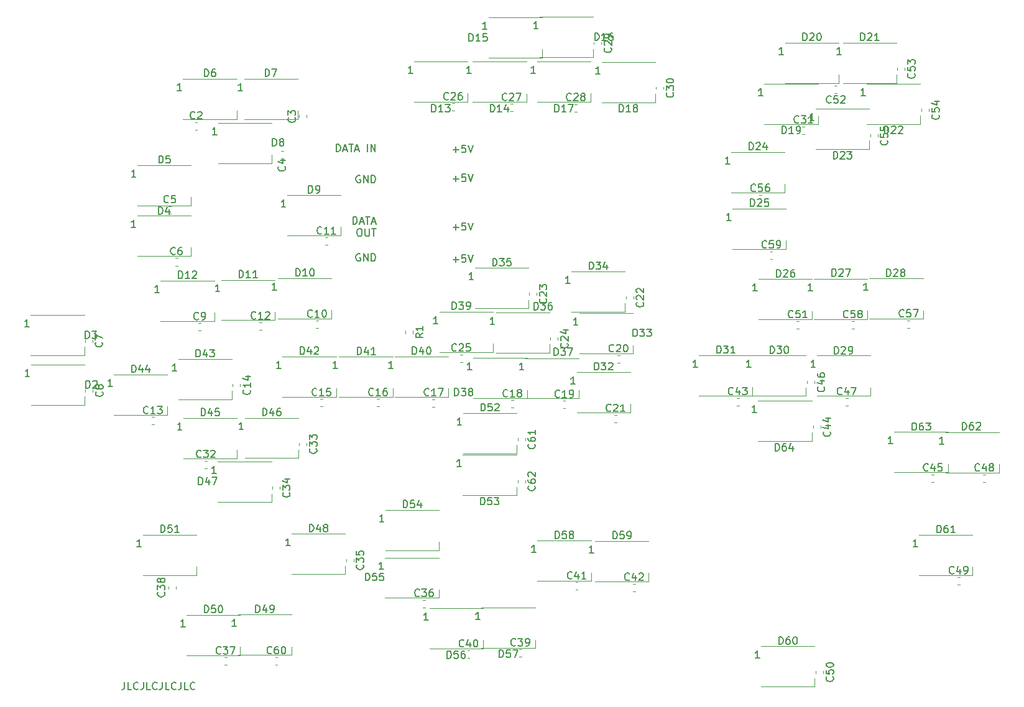
<source format=gbr>
%TF.GenerationSoftware,KiCad,Pcbnew,(5.1.9)-1*%
%TF.CreationDate,2022-08-07T13:29:13-06:00*%
%TF.ProjectId,ECS Panel PCB V2,45435320-5061-46e6-956c-205043422056,rev?*%
%TF.SameCoordinates,Original*%
%TF.FileFunction,Legend,Top*%
%TF.FilePolarity,Positive*%
%FSLAX46Y46*%
G04 Gerber Fmt 4.6, Leading zero omitted, Abs format (unit mm)*
G04 Created by KiCad (PCBNEW (5.1.9)-1) date 2022-08-07 13:29:13*
%MOMM*%
%LPD*%
G01*
G04 APERTURE LIST*
%ADD10C,0.150000*%
%ADD11C,0.120000*%
G04 APERTURE END LIST*
D10*
X35230952Y-157902380D02*
X35230952Y-158616666D01*
X35183333Y-158759523D01*
X35088095Y-158854761D01*
X34945238Y-158902380D01*
X34850000Y-158902380D01*
X36183333Y-158902380D02*
X35707142Y-158902380D01*
X35707142Y-157902380D01*
X37088095Y-158807142D02*
X37040476Y-158854761D01*
X36897619Y-158902380D01*
X36802380Y-158902380D01*
X36659523Y-158854761D01*
X36564285Y-158759523D01*
X36516666Y-158664285D01*
X36469047Y-158473809D01*
X36469047Y-158330952D01*
X36516666Y-158140476D01*
X36564285Y-158045238D01*
X36659523Y-157950000D01*
X36802380Y-157902380D01*
X36897619Y-157902380D01*
X37040476Y-157950000D01*
X37088095Y-157997619D01*
X37802380Y-157902380D02*
X37802380Y-158616666D01*
X37754761Y-158759523D01*
X37659523Y-158854761D01*
X37516666Y-158902380D01*
X37421428Y-158902380D01*
X38754761Y-158902380D02*
X38278571Y-158902380D01*
X38278571Y-157902380D01*
X39659523Y-158807142D02*
X39611904Y-158854761D01*
X39469047Y-158902380D01*
X39373809Y-158902380D01*
X39230952Y-158854761D01*
X39135714Y-158759523D01*
X39088095Y-158664285D01*
X39040476Y-158473809D01*
X39040476Y-158330952D01*
X39088095Y-158140476D01*
X39135714Y-158045238D01*
X39230952Y-157950000D01*
X39373809Y-157902380D01*
X39469047Y-157902380D01*
X39611904Y-157950000D01*
X39659523Y-157997619D01*
X40373809Y-157902380D02*
X40373809Y-158616666D01*
X40326190Y-158759523D01*
X40230952Y-158854761D01*
X40088095Y-158902380D01*
X39992857Y-158902380D01*
X41326190Y-158902380D02*
X40850000Y-158902380D01*
X40850000Y-157902380D01*
X42230952Y-158807142D02*
X42183333Y-158854761D01*
X42040476Y-158902380D01*
X41945238Y-158902380D01*
X41802380Y-158854761D01*
X41707142Y-158759523D01*
X41659523Y-158664285D01*
X41611904Y-158473809D01*
X41611904Y-158330952D01*
X41659523Y-158140476D01*
X41707142Y-158045238D01*
X41802380Y-157950000D01*
X41945238Y-157902380D01*
X42040476Y-157902380D01*
X42183333Y-157950000D01*
X42230952Y-157997619D01*
X42945238Y-157902380D02*
X42945238Y-158616666D01*
X42897619Y-158759523D01*
X42802380Y-158854761D01*
X42659523Y-158902380D01*
X42564285Y-158902380D01*
X43897619Y-158902380D02*
X43421428Y-158902380D01*
X43421428Y-157902380D01*
X44802380Y-158807142D02*
X44754761Y-158854761D01*
X44611904Y-158902380D01*
X44516666Y-158902380D01*
X44373809Y-158854761D01*
X44278571Y-158759523D01*
X44230952Y-158664285D01*
X44183333Y-158473809D01*
X44183333Y-158330952D01*
X44230952Y-158140476D01*
X44278571Y-158045238D01*
X44373809Y-157950000D01*
X44516666Y-157902380D01*
X44611904Y-157902380D01*
X44754761Y-157950000D01*
X44802380Y-157997619D01*
X67320238Y-99550000D02*
X67225000Y-99502380D01*
X67082143Y-99502380D01*
X66939285Y-99550000D01*
X66844047Y-99645238D01*
X66796428Y-99740476D01*
X66748809Y-99930952D01*
X66748809Y-100073809D01*
X66796428Y-100264285D01*
X66844047Y-100359523D01*
X66939285Y-100454761D01*
X67082143Y-100502380D01*
X67177381Y-100502380D01*
X67320238Y-100454761D01*
X67367857Y-100407142D01*
X67367857Y-100073809D01*
X67177381Y-100073809D01*
X67796428Y-100502380D02*
X67796428Y-99502380D01*
X68367857Y-100502380D01*
X68367857Y-99502380D01*
X68844047Y-100502380D02*
X68844047Y-99502380D01*
X69082143Y-99502380D01*
X69225000Y-99550000D01*
X69320238Y-99645238D01*
X69367857Y-99740476D01*
X69415476Y-99930952D01*
X69415476Y-100073809D01*
X69367857Y-100264285D01*
X69320238Y-100359523D01*
X69225000Y-100454761D01*
X69082143Y-100502380D01*
X68844047Y-100502380D01*
X66345357Y-95452380D02*
X66345357Y-94452380D01*
X66583453Y-94452380D01*
X66726310Y-94500000D01*
X66821548Y-94595238D01*
X66869167Y-94690476D01*
X66916786Y-94880952D01*
X66916786Y-95023809D01*
X66869167Y-95214285D01*
X66821548Y-95309523D01*
X66726310Y-95404761D01*
X66583453Y-95452380D01*
X66345357Y-95452380D01*
X67297738Y-95166666D02*
X67773929Y-95166666D01*
X67202500Y-95452380D02*
X67535833Y-94452380D01*
X67869167Y-95452380D01*
X68059643Y-94452380D02*
X68631072Y-94452380D01*
X68345357Y-95452380D02*
X68345357Y-94452380D01*
X68916786Y-95166666D02*
X69392976Y-95166666D01*
X68821548Y-95452380D02*
X69154881Y-94452380D01*
X69488214Y-95452380D01*
X67154881Y-96102380D02*
X67345357Y-96102380D01*
X67440595Y-96150000D01*
X67535833Y-96245238D01*
X67583453Y-96435714D01*
X67583453Y-96769047D01*
X67535833Y-96959523D01*
X67440595Y-97054761D01*
X67345357Y-97102380D01*
X67154881Y-97102380D01*
X67059643Y-97054761D01*
X66964405Y-96959523D01*
X66916786Y-96769047D01*
X66916786Y-96435714D01*
X66964405Y-96245238D01*
X67059643Y-96150000D01*
X67154881Y-96102380D01*
X68012024Y-96102380D02*
X68012024Y-96911904D01*
X68059643Y-97007142D01*
X68107262Y-97054761D01*
X68202500Y-97102380D01*
X68392976Y-97102380D01*
X68488214Y-97054761D01*
X68535833Y-97007142D01*
X68583453Y-96911904D01*
X68583453Y-96102380D01*
X68916786Y-96102380D02*
X69488214Y-96102380D01*
X69202500Y-97102380D02*
X69202500Y-96102380D01*
X67320238Y-88875000D02*
X67225000Y-88827380D01*
X67082143Y-88827380D01*
X66939285Y-88875000D01*
X66844047Y-88970238D01*
X66796428Y-89065476D01*
X66748809Y-89255952D01*
X66748809Y-89398809D01*
X66796428Y-89589285D01*
X66844047Y-89684523D01*
X66939285Y-89779761D01*
X67082143Y-89827380D01*
X67177381Y-89827380D01*
X67320238Y-89779761D01*
X67367857Y-89732142D01*
X67367857Y-89398809D01*
X67177381Y-89398809D01*
X67796428Y-89827380D02*
X67796428Y-88827380D01*
X68367857Y-89827380D01*
X68367857Y-88827380D01*
X68844047Y-89827380D02*
X68844047Y-88827380D01*
X69082143Y-88827380D01*
X69225000Y-88875000D01*
X69320238Y-88970238D01*
X69367857Y-89065476D01*
X69415476Y-89255952D01*
X69415476Y-89398809D01*
X69367857Y-89589285D01*
X69320238Y-89684523D01*
X69225000Y-89779761D01*
X69082143Y-89827380D01*
X68844047Y-89827380D01*
X79964285Y-100271428D02*
X80726190Y-100271428D01*
X80345238Y-100652380D02*
X80345238Y-99890476D01*
X81678571Y-99652380D02*
X81202380Y-99652380D01*
X81154761Y-100128571D01*
X81202380Y-100080952D01*
X81297619Y-100033333D01*
X81535714Y-100033333D01*
X81630952Y-100080952D01*
X81678571Y-100128571D01*
X81726190Y-100223809D01*
X81726190Y-100461904D01*
X81678571Y-100557142D01*
X81630952Y-100604761D01*
X81535714Y-100652380D01*
X81297619Y-100652380D01*
X81202380Y-100604761D01*
X81154761Y-100557142D01*
X82011904Y-99652380D02*
X82345238Y-100652380D01*
X82678571Y-99652380D01*
X79964285Y-95896428D02*
X80726190Y-95896428D01*
X80345238Y-96277380D02*
X80345238Y-95515476D01*
X81678571Y-95277380D02*
X81202380Y-95277380D01*
X81154761Y-95753571D01*
X81202380Y-95705952D01*
X81297619Y-95658333D01*
X81535714Y-95658333D01*
X81630952Y-95705952D01*
X81678571Y-95753571D01*
X81726190Y-95848809D01*
X81726190Y-96086904D01*
X81678571Y-96182142D01*
X81630952Y-96229761D01*
X81535714Y-96277380D01*
X81297619Y-96277380D01*
X81202380Y-96229761D01*
X81154761Y-96182142D01*
X82011904Y-95277380D02*
X82345238Y-96277380D01*
X82678571Y-95277380D01*
X79964285Y-89271428D02*
X80726190Y-89271428D01*
X80345238Y-89652380D02*
X80345238Y-88890476D01*
X81678571Y-88652380D02*
X81202380Y-88652380D01*
X81154761Y-89128571D01*
X81202380Y-89080952D01*
X81297619Y-89033333D01*
X81535714Y-89033333D01*
X81630952Y-89080952D01*
X81678571Y-89128571D01*
X81726190Y-89223809D01*
X81726190Y-89461904D01*
X81678571Y-89557142D01*
X81630952Y-89604761D01*
X81535714Y-89652380D01*
X81297619Y-89652380D01*
X81202380Y-89604761D01*
X81154761Y-89557142D01*
X82011904Y-88652380D02*
X82345238Y-89652380D01*
X82678571Y-88652380D01*
X79964285Y-85321428D02*
X80726190Y-85321428D01*
X80345238Y-85702380D02*
X80345238Y-84940476D01*
X81678571Y-84702380D02*
X81202380Y-84702380D01*
X81154761Y-85178571D01*
X81202380Y-85130952D01*
X81297619Y-85083333D01*
X81535714Y-85083333D01*
X81630952Y-85130952D01*
X81678571Y-85178571D01*
X81726190Y-85273809D01*
X81726190Y-85511904D01*
X81678571Y-85607142D01*
X81630952Y-85654761D01*
X81535714Y-85702380D01*
X81297619Y-85702380D01*
X81202380Y-85654761D01*
X81154761Y-85607142D01*
X82011904Y-84702380D02*
X82345238Y-85702380D01*
X82678571Y-84702380D01*
X64082142Y-85577380D02*
X64082142Y-84577380D01*
X64320238Y-84577380D01*
X64463095Y-84625000D01*
X64558333Y-84720238D01*
X64605952Y-84815476D01*
X64653571Y-85005952D01*
X64653571Y-85148809D01*
X64605952Y-85339285D01*
X64558333Y-85434523D01*
X64463095Y-85529761D01*
X64320238Y-85577380D01*
X64082142Y-85577380D01*
X65034523Y-85291666D02*
X65510714Y-85291666D01*
X64939285Y-85577380D02*
X65272619Y-84577380D01*
X65605952Y-85577380D01*
X65796428Y-84577380D02*
X66367857Y-84577380D01*
X66082142Y-85577380D02*
X66082142Y-84577380D01*
X66653571Y-85291666D02*
X67129761Y-85291666D01*
X66558333Y-85577380D02*
X66891666Y-84577380D01*
X67225000Y-85577380D01*
X68320238Y-85577380D02*
X68320238Y-84577380D01*
X68796428Y-85577380D02*
X68796428Y-84577380D01*
X69367857Y-85577380D01*
X69367857Y-84577380D01*
D11*
%TO.C,D8*%
X48013600Y-81654200D02*
X55313600Y-81654200D01*
X48013600Y-87154200D02*
X55313600Y-87154200D01*
X55313600Y-87154200D02*
X55313600Y-86004200D01*
%TO.C,C62*%
X89810000Y-130349221D02*
X89810000Y-130674779D01*
X88790000Y-130349221D02*
X88790000Y-130674779D01*
%TO.C,C61*%
X89810000Y-124649221D02*
X89810000Y-124974779D01*
X88790000Y-124649221D02*
X88790000Y-124974779D01*
%TO.C,C60*%
X55749721Y-154490000D02*
X56075279Y-154490000D01*
X55749721Y-155510000D02*
X56075279Y-155510000D01*
%TO.C,C59*%
X123149221Y-99190000D02*
X123474779Y-99190000D01*
X123149221Y-100210000D02*
X123474779Y-100210000D01*
%TO.C,C58*%
X134249221Y-108690000D02*
X134574779Y-108690000D01*
X134249221Y-109710000D02*
X134574779Y-109710000D01*
%TO.C,C57*%
X141849221Y-108590000D02*
X142174779Y-108590000D01*
X141849221Y-109610000D02*
X142174779Y-109610000D01*
%TO.C,C56*%
X121649221Y-91490000D02*
X121974779Y-91490000D01*
X121649221Y-92510000D02*
X121974779Y-92510000D01*
%TO.C,C55*%
X137810000Y-83249721D02*
X137810000Y-83575279D01*
X136790000Y-83249721D02*
X136790000Y-83575279D01*
%TO.C,C54*%
X144810000Y-79749721D02*
X144810000Y-80075279D01*
X143790000Y-79749721D02*
X143790000Y-80075279D01*
%TO.C,C53*%
X141510000Y-74149721D02*
X141510000Y-74475279D01*
X140490000Y-74149721D02*
X140490000Y-74475279D01*
%TO.C,C52*%
X132250779Y-77610000D02*
X131925221Y-77610000D01*
X132250779Y-76590000D02*
X131925221Y-76590000D01*
%TO.C,C51*%
X126749221Y-108690000D02*
X127074779Y-108690000D01*
X126749221Y-109710000D02*
X127074779Y-109710000D01*
%TO.C,C50*%
X130410000Y-156349221D02*
X130410000Y-156674779D01*
X129390000Y-156349221D02*
X129390000Y-156674779D01*
%TO.C,C49*%
X148649221Y-143590000D02*
X148974779Y-143590000D01*
X148649221Y-144610000D02*
X148974779Y-144610000D01*
%TO.C,C48*%
X152149221Y-129590000D02*
X152474779Y-129590000D01*
X152149221Y-130610000D02*
X152474779Y-130610000D01*
%TO.C,C47*%
X133414221Y-119190000D02*
X133739779Y-119190000D01*
X133414221Y-120210000D02*
X133739779Y-120210000D01*
%TO.C,C46*%
X129210000Y-116849221D02*
X129210000Y-117174779D01*
X128190000Y-116849221D02*
X128190000Y-117174779D01*
%TO.C,C45*%
X145149221Y-129590000D02*
X145474779Y-129590000D01*
X145149221Y-130610000D02*
X145474779Y-130610000D01*
%TO.C,C44*%
X130010000Y-122949221D02*
X130010000Y-123274779D01*
X128990000Y-122949221D02*
X128990000Y-123274779D01*
%TO.C,C43*%
X118584221Y-119190000D02*
X118909779Y-119190000D01*
X118584221Y-120210000D02*
X118909779Y-120210000D01*
%TO.C,C42*%
X104449221Y-144490000D02*
X104774779Y-144490000D01*
X104449221Y-145510000D02*
X104774779Y-145510000D01*
%TO.C,C41*%
X96649721Y-144290000D02*
X96975279Y-144290000D01*
X96649721Y-145310000D02*
X96975279Y-145310000D01*
%TO.C,C40*%
X81919721Y-153570000D02*
X82245279Y-153570000D01*
X81919721Y-154590000D02*
X82245279Y-154590000D01*
%TO.C,C39*%
X88965721Y-153414000D02*
X89291279Y-153414000D01*
X88965721Y-154434000D02*
X89291279Y-154434000D01*
%TO.C,C38*%
X41190000Y-145150279D02*
X41190000Y-144824721D01*
X42210000Y-145150279D02*
X42210000Y-144824721D01*
%TO.C,C37*%
X48829721Y-154520000D02*
X49155279Y-154520000D01*
X48829721Y-155540000D02*
X49155279Y-155540000D01*
%TO.C,C36*%
X75869721Y-146690000D02*
X76195279Y-146690000D01*
X75869721Y-147710000D02*
X76195279Y-147710000D01*
%TO.C,C35*%
X66420000Y-141099221D02*
X66420000Y-141424779D01*
X65400000Y-141099221D02*
X65400000Y-141424779D01*
%TO.C,C34*%
X56390000Y-131229221D02*
X56390000Y-131554779D01*
X55370000Y-131229221D02*
X55370000Y-131554779D01*
%TO.C,C33*%
X60050000Y-125269221D02*
X60050000Y-125594779D01*
X59030000Y-125269221D02*
X59030000Y-125594779D01*
%TO.C,C32*%
X46139721Y-127740000D02*
X46465279Y-127740000D01*
X46139721Y-128760000D02*
X46465279Y-128760000D01*
%TO.C,C31*%
X127525221Y-82160000D02*
X127850779Y-82160000D01*
X127525221Y-83180000D02*
X127850779Y-83180000D01*
%TO.C,C30*%
X108630000Y-76739721D02*
X108630000Y-77065279D01*
X107610000Y-76739721D02*
X107610000Y-77065279D01*
%TO.C,C29*%
X100180000Y-70639721D02*
X100180000Y-70965279D01*
X99160000Y-70639721D02*
X99160000Y-70965279D01*
%TO.C,C28*%
X96529721Y-79120000D02*
X96855279Y-79120000D01*
X96529721Y-80140000D02*
X96855279Y-80140000D01*
%TO.C,C27*%
X87779721Y-79100000D02*
X88105279Y-79100000D01*
X87779721Y-80120000D02*
X88105279Y-80120000D01*
%TO.C,C26*%
X79819721Y-78990000D02*
X80145279Y-78990000D01*
X79819721Y-80010000D02*
X80145279Y-80010000D01*
%TO.C,C25*%
X80909721Y-113250000D02*
X81235279Y-113250000D01*
X80909721Y-114270000D02*
X81235279Y-114270000D01*
%TO.C,C24*%
X94260000Y-110905221D02*
X94260000Y-111230779D01*
X93240000Y-110905221D02*
X93240000Y-111230779D01*
%TO.C,C23*%
X91370000Y-104839221D02*
X91370000Y-105164779D01*
X90350000Y-104839221D02*
X90350000Y-105164779D01*
%TO.C,C22*%
X104560000Y-105319221D02*
X104560000Y-105644779D01*
X103540000Y-105319221D02*
X103540000Y-105644779D01*
%TO.C,C21*%
X101947221Y-121480000D02*
X102272779Y-121480000D01*
X101947221Y-122500000D02*
X102272779Y-122500000D01*
%TO.C,C20*%
X102329221Y-113350000D02*
X102654779Y-113350000D01*
X102329221Y-114370000D02*
X102654779Y-114370000D01*
%TO.C,C19*%
X94947221Y-119550000D02*
X95272779Y-119550000D01*
X94947221Y-120570000D02*
X95272779Y-120570000D01*
%TO.C,C18*%
X87889721Y-119480000D02*
X88215279Y-119480000D01*
X87889721Y-120500000D02*
X88215279Y-120500000D01*
%TO.C,C17*%
X77159721Y-119330000D02*
X77485279Y-119330000D01*
X77159721Y-120350000D02*
X77485279Y-120350000D01*
%TO.C,C16*%
X69599721Y-119300000D02*
X69925279Y-119300000D01*
X69599721Y-120320000D02*
X69925279Y-120320000D01*
%TO.C,C15*%
X61879721Y-119310000D02*
X62205279Y-119310000D01*
X61879721Y-120330000D02*
X62205279Y-120330000D01*
%TO.C,C14*%
X51000000Y-117249221D02*
X51000000Y-117574779D01*
X49980000Y-117249221D02*
X49980000Y-117574779D01*
%TO.C,C13*%
X38929721Y-121770000D02*
X39255279Y-121770000D01*
X38929721Y-122790000D02*
X39255279Y-122790000D01*
%TO.C,C12*%
X53579721Y-108870000D02*
X53905279Y-108870000D01*
X53579721Y-109890000D02*
X53905279Y-109890000D01*
%TO.C,C11*%
X62559721Y-97290000D02*
X62885279Y-97290000D01*
X62559721Y-98310000D02*
X62885279Y-98310000D01*
%TO.C,C10*%
X61279721Y-108620000D02*
X61605279Y-108620000D01*
X61279721Y-109640000D02*
X61605279Y-109640000D01*
%TO.C,C9*%
X45309721Y-108960000D02*
X45635279Y-108960000D01*
X45309721Y-109980000D02*
X45635279Y-109980000D01*
%TO.C,C8*%
X30930000Y-117989221D02*
X30930000Y-118314779D01*
X29910000Y-117989221D02*
X29910000Y-118314779D01*
%TO.C,C7*%
X30870000Y-111239221D02*
X30870000Y-111564779D01*
X29850000Y-111239221D02*
X29850000Y-111564779D01*
%TO.C,C6*%
X42139721Y-100100000D02*
X42465279Y-100100000D01*
X42139721Y-101120000D02*
X42465279Y-101120000D01*
%TO.C,C5*%
X41229721Y-93030000D02*
X41555279Y-93030000D01*
X41229721Y-94050000D02*
X41555279Y-94050000D01*
%TO.C,C4*%
X56862779Y-86510000D02*
X56537221Y-86510000D01*
X56862779Y-85490000D02*
X56537221Y-85490000D01*
%TO.C,C3*%
X58990000Y-80950279D02*
X58990000Y-80624721D01*
X60010000Y-80950279D02*
X60010000Y-80624721D01*
%TO.C,C2*%
X44824721Y-81590000D02*
X45150279Y-81590000D01*
X44824721Y-82610000D02*
X45150279Y-82610000D01*
%TO.C,R1*%
X73477500Y-109937742D02*
X73477500Y-110412258D01*
X74522500Y-109937742D02*
X74522500Y-110412258D01*
%TO.C,D64*%
X128821000Y-125026000D02*
X128821000Y-123876000D01*
X121521000Y-125026000D02*
X128821000Y-125026000D01*
X121521000Y-119526000D02*
X128821000Y-119526000D01*
%TO.C,D63*%
X147363000Y-129293000D02*
X147363000Y-128143000D01*
X140063000Y-129293000D02*
X147363000Y-129293000D01*
X140063000Y-123793000D02*
X147363000Y-123793000D01*
%TO.C,D62*%
X147023000Y-123818000D02*
X154323000Y-123818000D01*
X147023000Y-129318000D02*
X154323000Y-129318000D01*
X154323000Y-129318000D02*
X154323000Y-128168000D01*
%TO.C,D61*%
X143441000Y-137814000D02*
X150741000Y-137814000D01*
X143441000Y-143314000D02*
X150741000Y-143314000D01*
X150741000Y-143314000D02*
X150741000Y-142164000D01*
%TO.C,D60*%
X121928000Y-153003000D02*
X129228000Y-153003000D01*
X121928000Y-158503000D02*
X129228000Y-158503000D01*
X129228000Y-158503000D02*
X129228000Y-157353000D01*
%TO.C,D59*%
X99322000Y-138652000D02*
X106622000Y-138652000D01*
X99322000Y-144152000D02*
X106622000Y-144152000D01*
X106622000Y-144152000D02*
X106622000Y-143002000D01*
%TO.C,D58*%
X91473000Y-138601000D02*
X98773000Y-138601000D01*
X91473000Y-144101000D02*
X98773000Y-144101000D01*
X98773000Y-144101000D02*
X98773000Y-142951000D01*
%TO.C,D57*%
X83853000Y-147745000D02*
X91153000Y-147745000D01*
X83853000Y-153245000D02*
X91153000Y-153245000D01*
X91153000Y-153245000D02*
X91153000Y-152095000D01*
%TO.C,D56*%
X76791800Y-147821000D02*
X84091800Y-147821000D01*
X76791800Y-153321000D02*
X84091800Y-153321000D01*
X84091800Y-153321000D02*
X84091800Y-152171000D01*
%TO.C,D55*%
X70721200Y-140912000D02*
X78021200Y-140912000D01*
X70721200Y-146412000D02*
X78021200Y-146412000D01*
X78021200Y-146412000D02*
X78021200Y-145262000D01*
%TO.C,D54*%
X70772000Y-134410000D02*
X78072000Y-134410000D01*
X70772000Y-139910000D02*
X78072000Y-139910000D01*
X78072000Y-139910000D02*
X78072000Y-138760000D01*
%TO.C,D53*%
X81313000Y-126917000D02*
X88613000Y-126917000D01*
X81313000Y-132417000D02*
X88613000Y-132417000D01*
X88613000Y-132417000D02*
X88613000Y-131267000D01*
%TO.C,D52*%
X81338400Y-121227000D02*
X88638400Y-121227000D01*
X81338400Y-126727000D02*
X88638400Y-126727000D01*
X88638400Y-126727000D02*
X88638400Y-125577000D01*
%TO.C,D51*%
X37726600Y-137814000D02*
X45026600Y-137814000D01*
X37726600Y-143314000D02*
X45026600Y-143314000D01*
X45026600Y-143314000D02*
X45026600Y-142164000D01*
%TO.C,D50*%
X43684000Y-148710000D02*
X50984000Y-148710000D01*
X43684000Y-154210000D02*
X50984000Y-154210000D01*
X50984000Y-154210000D02*
X50984000Y-153060000D01*
%TO.C,D49*%
X50680600Y-148685000D02*
X57980600Y-148685000D01*
X50680600Y-154185000D02*
X57980600Y-154185000D01*
X57980600Y-154185000D02*
X57980600Y-153035000D01*
%TO.C,D48*%
X57995800Y-137687000D02*
X65295800Y-137687000D01*
X57995800Y-143187000D02*
X65295800Y-143187000D01*
X65295800Y-143187000D02*
X65295800Y-142037000D01*
%TO.C,D47*%
X47937400Y-127857000D02*
X55237400Y-127857000D01*
X47937400Y-133357000D02*
X55237400Y-133357000D01*
X55237400Y-133357000D02*
X55237400Y-132207000D01*
%TO.C,D46*%
X51620400Y-121862000D02*
X58920400Y-121862000D01*
X51620400Y-127362000D02*
X58920400Y-127362000D01*
X58920400Y-127362000D02*
X58920400Y-126212000D01*
%TO.C,D45*%
X43238400Y-121888000D02*
X50538400Y-121888000D01*
X43238400Y-127388000D02*
X50538400Y-127388000D01*
X50538400Y-127388000D02*
X50538400Y-126238000D01*
%TO.C,D44*%
X33789600Y-115970000D02*
X41089600Y-115970000D01*
X33789600Y-121470000D02*
X41089600Y-121470000D01*
X41089600Y-121470000D02*
X41089600Y-120320000D01*
%TO.C,D43*%
X42552600Y-113861000D02*
X49852600Y-113861000D01*
X42552600Y-119361000D02*
X49852600Y-119361000D01*
X49852600Y-119361000D02*
X49852600Y-118211000D01*
%TO.C,D42*%
X56751200Y-113506000D02*
X64051200Y-113506000D01*
X56751200Y-119006000D02*
X64051200Y-119006000D01*
X64051200Y-119006000D02*
X64051200Y-117856000D01*
%TO.C,D41*%
X64447400Y-113506000D02*
X71747400Y-113506000D01*
X64447400Y-119006000D02*
X71747400Y-119006000D01*
X71747400Y-119006000D02*
X71747400Y-117856000D01*
%TO.C,D40*%
X72016600Y-113506000D02*
X79316600Y-113506000D01*
X72016600Y-119006000D02*
X79316600Y-119006000D01*
X79316600Y-119006000D02*
X79316600Y-117856000D01*
%TO.C,D39*%
X78112600Y-107435000D02*
X85412600Y-107435000D01*
X78112600Y-112935000D02*
X85412600Y-112935000D01*
X85412600Y-112935000D02*
X85412600Y-111785000D01*
%TO.C,D38*%
X82735400Y-113709000D02*
X90035400Y-113709000D01*
X82735400Y-119209000D02*
X90035400Y-119209000D01*
X90035400Y-119209000D02*
X90035400Y-118059000D01*
%TO.C,D37*%
X89810400Y-113735000D02*
X97110400Y-113735000D01*
X89810400Y-119235000D02*
X97110400Y-119235000D01*
X97110400Y-119235000D02*
X97110400Y-118085000D01*
%TO.C,D36*%
X85834200Y-107511000D02*
X93134200Y-107511000D01*
X85834200Y-113011000D02*
X93134200Y-113011000D01*
X93134200Y-113011000D02*
X93134200Y-111861000D01*
%TO.C,D35*%
X82964000Y-101441000D02*
X90264000Y-101441000D01*
X82964000Y-106941000D02*
X90264000Y-106941000D01*
X90264000Y-106941000D02*
X90264000Y-105791000D01*
%TO.C,D34*%
X96095800Y-101923000D02*
X103395800Y-101923000D01*
X96095800Y-107423000D02*
X103395800Y-107423000D01*
X103395800Y-107423000D02*
X103395800Y-106273000D01*
%TO.C,D33*%
X97188000Y-107613000D02*
X104488000Y-107613000D01*
X97188000Y-113113000D02*
X104488000Y-113113000D01*
X104488000Y-113113000D02*
X104488000Y-111963000D01*
%TO.C,D32*%
X96821000Y-115639000D02*
X104121000Y-115639000D01*
X96821000Y-121139000D02*
X104121000Y-121139000D01*
X104121000Y-121139000D02*
X104121000Y-119989000D01*
%TO.C,D31*%
X113469000Y-113353000D02*
X120769000Y-113353000D01*
X113469000Y-118853000D02*
X120769000Y-118853000D01*
X120769000Y-118853000D02*
X120769000Y-117703000D01*
%TO.C,D30*%
X120734000Y-113379000D02*
X128034000Y-113379000D01*
X120734000Y-118879000D02*
X128034000Y-118879000D01*
X128034000Y-118879000D02*
X128034000Y-117729000D01*
%TO.C,D29*%
X129522000Y-113379000D02*
X136822000Y-113379000D01*
X129522000Y-118879000D02*
X136822000Y-118879000D01*
X136822000Y-118879000D02*
X136822000Y-117729000D01*
%TO.C,D28*%
X136685000Y-102889000D02*
X143985000Y-102889000D01*
X136685000Y-108389000D02*
X143985000Y-108389000D01*
X143985000Y-108389000D02*
X143985000Y-107239000D01*
%TO.C,D27*%
X129116000Y-102914000D02*
X136416000Y-102914000D01*
X129116000Y-108414000D02*
X136416000Y-108414000D01*
X136416000Y-108414000D02*
X136416000Y-107264000D01*
%TO.C,D26*%
X121597000Y-102965000D02*
X128897000Y-102965000D01*
X121597000Y-108465000D02*
X128897000Y-108465000D01*
X128897000Y-108465000D02*
X128897000Y-107315000D01*
%TO.C,D25*%
X118041000Y-93338200D02*
X125341000Y-93338200D01*
X118041000Y-98838200D02*
X125341000Y-98838200D01*
X125341000Y-98838200D02*
X125341000Y-97688200D01*
%TO.C,D24*%
X117864000Y-85642000D02*
X125164000Y-85642000D01*
X117864000Y-91142000D02*
X125164000Y-91142000D01*
X125164000Y-91142000D02*
X125164000Y-89992000D01*
%TO.C,D23*%
X129358000Y-79724000D02*
X136658000Y-79724000D01*
X129358000Y-85224000D02*
X136658000Y-85224000D01*
X136658000Y-85224000D02*
X136658000Y-84074000D01*
%TO.C,D22*%
X136329000Y-76320200D02*
X143629000Y-76320200D01*
X136329000Y-81820200D02*
X143629000Y-81820200D01*
X143629000Y-81820200D02*
X143629000Y-80670200D01*
%TO.C,D21*%
X133053000Y-70732200D02*
X140353000Y-70732200D01*
X133053000Y-76232200D02*
X140353000Y-76232200D01*
X140353000Y-76232200D02*
X140353000Y-75082200D01*
%TO.C,D20*%
X125179000Y-70732200D02*
X132479000Y-70732200D01*
X125179000Y-76232200D02*
X132479000Y-76232200D01*
X132479000Y-76232200D02*
X132479000Y-75082200D01*
%TO.C,D19*%
X122373000Y-76371200D02*
X129673000Y-76371200D01*
X122373000Y-81871200D02*
X129673000Y-81871200D01*
X129673000Y-81871200D02*
X129673000Y-80721200D01*
%TO.C,D18*%
X100211000Y-73373800D02*
X107511000Y-73373800D01*
X100211000Y-78873800D02*
X107511000Y-78873800D01*
X107511000Y-78873800D02*
X107511000Y-77723800D01*
%TO.C,D17*%
X91396800Y-73297600D02*
X98696800Y-73297600D01*
X91396800Y-78797600D02*
X98696800Y-78797600D01*
X98696800Y-78797600D02*
X98696800Y-77647600D01*
%TO.C,D16*%
X91766200Y-67227200D02*
X99066200Y-67227200D01*
X91766200Y-72727200D02*
X99066200Y-72727200D01*
X99066200Y-72727200D02*
X99066200Y-71577200D01*
%TO.C,D15*%
X84804400Y-67278000D02*
X92104400Y-67278000D01*
X84804400Y-72778000D02*
X92104400Y-72778000D01*
X92104400Y-72778000D02*
X92104400Y-71628000D01*
%TO.C,D14*%
X82659200Y-73323000D02*
X89959200Y-73323000D01*
X82659200Y-78823000D02*
X89959200Y-78823000D01*
X89959200Y-78823000D02*
X89959200Y-77673000D01*
%TO.C,D13*%
X74683600Y-73297600D02*
X81983600Y-73297600D01*
X74683600Y-78797600D02*
X81983600Y-78797600D01*
X81983600Y-78797600D02*
X81983600Y-77647600D01*
%TO.C,D12*%
X40165000Y-103168000D02*
X47465000Y-103168000D01*
X40165000Y-108668000D02*
X47465000Y-108668000D01*
X47465000Y-108668000D02*
X47465000Y-107518000D01*
%TO.C,D11*%
X48420000Y-103066000D02*
X55720000Y-103066000D01*
X48420000Y-108566000D02*
X55720000Y-108566000D01*
X55720000Y-108566000D02*
X55720000Y-107416000D01*
%TO.C,D10*%
X56141600Y-102838000D02*
X63441600Y-102838000D01*
X56141600Y-108338000D02*
X63441600Y-108338000D01*
X63441600Y-108338000D02*
X63441600Y-107188000D01*
%TO.C,D9*%
X57386200Y-91509400D02*
X64686200Y-91509400D01*
X57386200Y-97009400D02*
X64686200Y-97009400D01*
X64686200Y-97009400D02*
X64686200Y-95859400D01*
%TO.C,D7*%
X51518800Y-75659800D02*
X58818800Y-75659800D01*
X51518800Y-81159800D02*
X58818800Y-81159800D01*
X58818800Y-81159800D02*
X58818800Y-80009800D01*
%TO.C,D6*%
X43213000Y-75659800D02*
X50513000Y-75659800D01*
X43213000Y-81159800D02*
X50513000Y-81159800D01*
X50513000Y-81159800D02*
X50513000Y-80009800D01*
%TO.C,D5*%
X36990000Y-87420000D02*
X44290000Y-87420000D01*
X36990000Y-92920000D02*
X44290000Y-92920000D01*
X44290000Y-92920000D02*
X44290000Y-91770000D01*
%TO.C,D4*%
X36964600Y-94278000D02*
X44264600Y-94278000D01*
X36964600Y-99778000D02*
X44264600Y-99778000D01*
X44264600Y-99778000D02*
X44264600Y-98628000D01*
%TO.C,D3*%
X22461200Y-107842000D02*
X29761200Y-107842000D01*
X22461200Y-113342000D02*
X29761200Y-113342000D01*
X29761200Y-113342000D02*
X29761200Y-112192000D01*
%TO.C,D2*%
X22512000Y-114598000D02*
X29812000Y-114598000D01*
X22512000Y-120098000D02*
X29812000Y-120098000D01*
X29812000Y-120098000D02*
X29812000Y-118948000D01*
%TO.C,D8*%
D10*
X55395904Y-84805780D02*
X55395904Y-83805780D01*
X55634000Y-83805780D01*
X55776857Y-83853400D01*
X55872095Y-83948638D01*
X55919714Y-84043876D01*
X55967333Y-84234352D01*
X55967333Y-84377209D01*
X55919714Y-84567685D01*
X55872095Y-84662923D01*
X55776857Y-84758161D01*
X55634000Y-84805780D01*
X55395904Y-84805780D01*
X56538761Y-84234352D02*
X56443523Y-84186733D01*
X56395904Y-84139114D01*
X56348285Y-84043876D01*
X56348285Y-83996257D01*
X56395904Y-83901019D01*
X56443523Y-83853400D01*
X56538761Y-83805780D01*
X56729238Y-83805780D01*
X56824476Y-83853400D01*
X56872095Y-83901019D01*
X56919714Y-83996257D01*
X56919714Y-84043876D01*
X56872095Y-84139114D01*
X56824476Y-84186733D01*
X56729238Y-84234352D01*
X56538761Y-84234352D01*
X56443523Y-84281971D01*
X56395904Y-84329590D01*
X56348285Y-84424828D01*
X56348285Y-84615304D01*
X56395904Y-84710542D01*
X56443523Y-84758161D01*
X56538761Y-84805780D01*
X56729238Y-84805780D01*
X56824476Y-84758161D01*
X56872095Y-84710542D01*
X56919714Y-84615304D01*
X56919714Y-84424828D01*
X56872095Y-84329590D01*
X56824476Y-84281971D01*
X56729238Y-84234352D01*
X47799314Y-83256580D02*
X47227885Y-83256580D01*
X47513600Y-83256580D02*
X47513600Y-82256580D01*
X47418361Y-82399438D01*
X47323123Y-82494676D01*
X47227885Y-82542295D01*
%TO.C,C62*%
X91087142Y-131154857D02*
X91134761Y-131202476D01*
X91182380Y-131345333D01*
X91182380Y-131440571D01*
X91134761Y-131583428D01*
X91039523Y-131678666D01*
X90944285Y-131726285D01*
X90753809Y-131773904D01*
X90610952Y-131773904D01*
X90420476Y-131726285D01*
X90325238Y-131678666D01*
X90230000Y-131583428D01*
X90182380Y-131440571D01*
X90182380Y-131345333D01*
X90230000Y-131202476D01*
X90277619Y-131154857D01*
X90182380Y-130297714D02*
X90182380Y-130488190D01*
X90230000Y-130583428D01*
X90277619Y-130631047D01*
X90420476Y-130726285D01*
X90610952Y-130773904D01*
X90991904Y-130773904D01*
X91087142Y-130726285D01*
X91134761Y-130678666D01*
X91182380Y-130583428D01*
X91182380Y-130392952D01*
X91134761Y-130297714D01*
X91087142Y-130250095D01*
X90991904Y-130202476D01*
X90753809Y-130202476D01*
X90658571Y-130250095D01*
X90610952Y-130297714D01*
X90563333Y-130392952D01*
X90563333Y-130583428D01*
X90610952Y-130678666D01*
X90658571Y-130726285D01*
X90753809Y-130773904D01*
X90277619Y-129821523D02*
X90230000Y-129773904D01*
X90182380Y-129678666D01*
X90182380Y-129440571D01*
X90230000Y-129345333D01*
X90277619Y-129297714D01*
X90372857Y-129250095D01*
X90468095Y-129250095D01*
X90610952Y-129297714D01*
X91182380Y-129869142D01*
X91182380Y-129250095D01*
%TO.C,C61*%
X91087142Y-125454857D02*
X91134761Y-125502476D01*
X91182380Y-125645333D01*
X91182380Y-125740571D01*
X91134761Y-125883428D01*
X91039523Y-125978666D01*
X90944285Y-126026285D01*
X90753809Y-126073904D01*
X90610952Y-126073904D01*
X90420476Y-126026285D01*
X90325238Y-125978666D01*
X90230000Y-125883428D01*
X90182380Y-125740571D01*
X90182380Y-125645333D01*
X90230000Y-125502476D01*
X90277619Y-125454857D01*
X90182380Y-124597714D02*
X90182380Y-124788190D01*
X90230000Y-124883428D01*
X90277619Y-124931047D01*
X90420476Y-125026285D01*
X90610952Y-125073904D01*
X90991904Y-125073904D01*
X91087142Y-125026285D01*
X91134761Y-124978666D01*
X91182380Y-124883428D01*
X91182380Y-124692952D01*
X91134761Y-124597714D01*
X91087142Y-124550095D01*
X90991904Y-124502476D01*
X90753809Y-124502476D01*
X90658571Y-124550095D01*
X90610952Y-124597714D01*
X90563333Y-124692952D01*
X90563333Y-124883428D01*
X90610952Y-124978666D01*
X90658571Y-125026285D01*
X90753809Y-125073904D01*
X91182380Y-123550095D02*
X91182380Y-124121523D01*
X91182380Y-123835809D02*
X90182380Y-123835809D01*
X90325238Y-123931047D01*
X90420476Y-124026285D01*
X90468095Y-124121523D01*
%TO.C,C60*%
X55269642Y-153927142D02*
X55222023Y-153974761D01*
X55079166Y-154022380D01*
X54983928Y-154022380D01*
X54841071Y-153974761D01*
X54745833Y-153879523D01*
X54698214Y-153784285D01*
X54650595Y-153593809D01*
X54650595Y-153450952D01*
X54698214Y-153260476D01*
X54745833Y-153165238D01*
X54841071Y-153070000D01*
X54983928Y-153022380D01*
X55079166Y-153022380D01*
X55222023Y-153070000D01*
X55269642Y-153117619D01*
X56126785Y-153022380D02*
X55936309Y-153022380D01*
X55841071Y-153070000D01*
X55793452Y-153117619D01*
X55698214Y-153260476D01*
X55650595Y-153450952D01*
X55650595Y-153831904D01*
X55698214Y-153927142D01*
X55745833Y-153974761D01*
X55841071Y-154022380D01*
X56031547Y-154022380D01*
X56126785Y-153974761D01*
X56174404Y-153927142D01*
X56222023Y-153831904D01*
X56222023Y-153593809D01*
X56174404Y-153498571D01*
X56126785Y-153450952D01*
X56031547Y-153403333D01*
X55841071Y-153403333D01*
X55745833Y-153450952D01*
X55698214Y-153498571D01*
X55650595Y-153593809D01*
X56841071Y-153022380D02*
X56936309Y-153022380D01*
X57031547Y-153070000D01*
X57079166Y-153117619D01*
X57126785Y-153212857D01*
X57174404Y-153403333D01*
X57174404Y-153641428D01*
X57126785Y-153831904D01*
X57079166Y-153927142D01*
X57031547Y-153974761D01*
X56936309Y-154022380D01*
X56841071Y-154022380D01*
X56745833Y-153974761D01*
X56698214Y-153927142D01*
X56650595Y-153831904D01*
X56602976Y-153641428D01*
X56602976Y-153403333D01*
X56650595Y-153212857D01*
X56698214Y-153117619D01*
X56745833Y-153070000D01*
X56841071Y-153022380D01*
%TO.C,C59*%
X122669142Y-98627142D02*
X122621523Y-98674761D01*
X122478666Y-98722380D01*
X122383428Y-98722380D01*
X122240571Y-98674761D01*
X122145333Y-98579523D01*
X122097714Y-98484285D01*
X122050095Y-98293809D01*
X122050095Y-98150952D01*
X122097714Y-97960476D01*
X122145333Y-97865238D01*
X122240571Y-97770000D01*
X122383428Y-97722380D01*
X122478666Y-97722380D01*
X122621523Y-97770000D01*
X122669142Y-97817619D01*
X123573904Y-97722380D02*
X123097714Y-97722380D01*
X123050095Y-98198571D01*
X123097714Y-98150952D01*
X123192952Y-98103333D01*
X123431047Y-98103333D01*
X123526285Y-98150952D01*
X123573904Y-98198571D01*
X123621523Y-98293809D01*
X123621523Y-98531904D01*
X123573904Y-98627142D01*
X123526285Y-98674761D01*
X123431047Y-98722380D01*
X123192952Y-98722380D01*
X123097714Y-98674761D01*
X123050095Y-98627142D01*
X124097714Y-98722380D02*
X124288190Y-98722380D01*
X124383428Y-98674761D01*
X124431047Y-98627142D01*
X124526285Y-98484285D01*
X124573904Y-98293809D01*
X124573904Y-97912857D01*
X124526285Y-97817619D01*
X124478666Y-97770000D01*
X124383428Y-97722380D01*
X124192952Y-97722380D01*
X124097714Y-97770000D01*
X124050095Y-97817619D01*
X124002476Y-97912857D01*
X124002476Y-98150952D01*
X124050095Y-98246190D01*
X124097714Y-98293809D01*
X124192952Y-98341428D01*
X124383428Y-98341428D01*
X124478666Y-98293809D01*
X124526285Y-98246190D01*
X124573904Y-98150952D01*
%TO.C,C58*%
X133769142Y-108127142D02*
X133721523Y-108174761D01*
X133578666Y-108222380D01*
X133483428Y-108222380D01*
X133340571Y-108174761D01*
X133245333Y-108079523D01*
X133197714Y-107984285D01*
X133150095Y-107793809D01*
X133150095Y-107650952D01*
X133197714Y-107460476D01*
X133245333Y-107365238D01*
X133340571Y-107270000D01*
X133483428Y-107222380D01*
X133578666Y-107222380D01*
X133721523Y-107270000D01*
X133769142Y-107317619D01*
X134673904Y-107222380D02*
X134197714Y-107222380D01*
X134150095Y-107698571D01*
X134197714Y-107650952D01*
X134292952Y-107603333D01*
X134531047Y-107603333D01*
X134626285Y-107650952D01*
X134673904Y-107698571D01*
X134721523Y-107793809D01*
X134721523Y-108031904D01*
X134673904Y-108127142D01*
X134626285Y-108174761D01*
X134531047Y-108222380D01*
X134292952Y-108222380D01*
X134197714Y-108174761D01*
X134150095Y-108127142D01*
X135292952Y-107650952D02*
X135197714Y-107603333D01*
X135150095Y-107555714D01*
X135102476Y-107460476D01*
X135102476Y-107412857D01*
X135150095Y-107317619D01*
X135197714Y-107270000D01*
X135292952Y-107222380D01*
X135483428Y-107222380D01*
X135578666Y-107270000D01*
X135626285Y-107317619D01*
X135673904Y-107412857D01*
X135673904Y-107460476D01*
X135626285Y-107555714D01*
X135578666Y-107603333D01*
X135483428Y-107650952D01*
X135292952Y-107650952D01*
X135197714Y-107698571D01*
X135150095Y-107746190D01*
X135102476Y-107841428D01*
X135102476Y-108031904D01*
X135150095Y-108127142D01*
X135197714Y-108174761D01*
X135292952Y-108222380D01*
X135483428Y-108222380D01*
X135578666Y-108174761D01*
X135626285Y-108127142D01*
X135673904Y-108031904D01*
X135673904Y-107841428D01*
X135626285Y-107746190D01*
X135578666Y-107698571D01*
X135483428Y-107650952D01*
%TO.C,C57*%
X141369142Y-108027142D02*
X141321523Y-108074761D01*
X141178666Y-108122380D01*
X141083428Y-108122380D01*
X140940571Y-108074761D01*
X140845333Y-107979523D01*
X140797714Y-107884285D01*
X140750095Y-107693809D01*
X140750095Y-107550952D01*
X140797714Y-107360476D01*
X140845333Y-107265238D01*
X140940571Y-107170000D01*
X141083428Y-107122380D01*
X141178666Y-107122380D01*
X141321523Y-107170000D01*
X141369142Y-107217619D01*
X142273904Y-107122380D02*
X141797714Y-107122380D01*
X141750095Y-107598571D01*
X141797714Y-107550952D01*
X141892952Y-107503333D01*
X142131047Y-107503333D01*
X142226285Y-107550952D01*
X142273904Y-107598571D01*
X142321523Y-107693809D01*
X142321523Y-107931904D01*
X142273904Y-108027142D01*
X142226285Y-108074761D01*
X142131047Y-108122380D01*
X141892952Y-108122380D01*
X141797714Y-108074761D01*
X141750095Y-108027142D01*
X142654857Y-107122380D02*
X143321523Y-107122380D01*
X142892952Y-108122380D01*
%TO.C,C56*%
X121169142Y-90927142D02*
X121121523Y-90974761D01*
X120978666Y-91022380D01*
X120883428Y-91022380D01*
X120740571Y-90974761D01*
X120645333Y-90879523D01*
X120597714Y-90784285D01*
X120550095Y-90593809D01*
X120550095Y-90450952D01*
X120597714Y-90260476D01*
X120645333Y-90165238D01*
X120740571Y-90070000D01*
X120883428Y-90022380D01*
X120978666Y-90022380D01*
X121121523Y-90070000D01*
X121169142Y-90117619D01*
X122073904Y-90022380D02*
X121597714Y-90022380D01*
X121550095Y-90498571D01*
X121597714Y-90450952D01*
X121692952Y-90403333D01*
X121931047Y-90403333D01*
X122026285Y-90450952D01*
X122073904Y-90498571D01*
X122121523Y-90593809D01*
X122121523Y-90831904D01*
X122073904Y-90927142D01*
X122026285Y-90974761D01*
X121931047Y-91022380D01*
X121692952Y-91022380D01*
X121597714Y-90974761D01*
X121550095Y-90927142D01*
X122978666Y-90022380D02*
X122788190Y-90022380D01*
X122692952Y-90070000D01*
X122645333Y-90117619D01*
X122550095Y-90260476D01*
X122502476Y-90450952D01*
X122502476Y-90831904D01*
X122550095Y-90927142D01*
X122597714Y-90974761D01*
X122692952Y-91022380D01*
X122883428Y-91022380D01*
X122978666Y-90974761D01*
X123026285Y-90927142D01*
X123073904Y-90831904D01*
X123073904Y-90593809D01*
X123026285Y-90498571D01*
X122978666Y-90450952D01*
X122883428Y-90403333D01*
X122692952Y-90403333D01*
X122597714Y-90450952D01*
X122550095Y-90498571D01*
X122502476Y-90593809D01*
%TO.C,C55*%
X139087142Y-84055357D02*
X139134761Y-84102976D01*
X139182380Y-84245833D01*
X139182380Y-84341071D01*
X139134761Y-84483928D01*
X139039523Y-84579166D01*
X138944285Y-84626785D01*
X138753809Y-84674404D01*
X138610952Y-84674404D01*
X138420476Y-84626785D01*
X138325238Y-84579166D01*
X138230000Y-84483928D01*
X138182380Y-84341071D01*
X138182380Y-84245833D01*
X138230000Y-84102976D01*
X138277619Y-84055357D01*
X138182380Y-83150595D02*
X138182380Y-83626785D01*
X138658571Y-83674404D01*
X138610952Y-83626785D01*
X138563333Y-83531547D01*
X138563333Y-83293452D01*
X138610952Y-83198214D01*
X138658571Y-83150595D01*
X138753809Y-83102976D01*
X138991904Y-83102976D01*
X139087142Y-83150595D01*
X139134761Y-83198214D01*
X139182380Y-83293452D01*
X139182380Y-83531547D01*
X139134761Y-83626785D01*
X139087142Y-83674404D01*
X138182380Y-82198214D02*
X138182380Y-82674404D01*
X138658571Y-82722023D01*
X138610952Y-82674404D01*
X138563333Y-82579166D01*
X138563333Y-82341071D01*
X138610952Y-82245833D01*
X138658571Y-82198214D01*
X138753809Y-82150595D01*
X138991904Y-82150595D01*
X139087142Y-82198214D01*
X139134761Y-82245833D01*
X139182380Y-82341071D01*
X139182380Y-82579166D01*
X139134761Y-82674404D01*
X139087142Y-82722023D01*
%TO.C,C54*%
X146087142Y-80555357D02*
X146134761Y-80602976D01*
X146182380Y-80745833D01*
X146182380Y-80841071D01*
X146134761Y-80983928D01*
X146039523Y-81079166D01*
X145944285Y-81126785D01*
X145753809Y-81174404D01*
X145610952Y-81174404D01*
X145420476Y-81126785D01*
X145325238Y-81079166D01*
X145230000Y-80983928D01*
X145182380Y-80841071D01*
X145182380Y-80745833D01*
X145230000Y-80602976D01*
X145277619Y-80555357D01*
X145182380Y-79650595D02*
X145182380Y-80126785D01*
X145658571Y-80174404D01*
X145610952Y-80126785D01*
X145563333Y-80031547D01*
X145563333Y-79793452D01*
X145610952Y-79698214D01*
X145658571Y-79650595D01*
X145753809Y-79602976D01*
X145991904Y-79602976D01*
X146087142Y-79650595D01*
X146134761Y-79698214D01*
X146182380Y-79793452D01*
X146182380Y-80031547D01*
X146134761Y-80126785D01*
X146087142Y-80174404D01*
X145515714Y-78745833D02*
X146182380Y-78745833D01*
X145134761Y-78983928D02*
X145849047Y-79222023D01*
X145849047Y-78602976D01*
%TO.C,C53*%
X142787142Y-74955357D02*
X142834761Y-75002976D01*
X142882380Y-75145833D01*
X142882380Y-75241071D01*
X142834761Y-75383928D01*
X142739523Y-75479166D01*
X142644285Y-75526785D01*
X142453809Y-75574404D01*
X142310952Y-75574404D01*
X142120476Y-75526785D01*
X142025238Y-75479166D01*
X141930000Y-75383928D01*
X141882380Y-75241071D01*
X141882380Y-75145833D01*
X141930000Y-75002976D01*
X141977619Y-74955357D01*
X141882380Y-74050595D02*
X141882380Y-74526785D01*
X142358571Y-74574404D01*
X142310952Y-74526785D01*
X142263333Y-74431547D01*
X142263333Y-74193452D01*
X142310952Y-74098214D01*
X142358571Y-74050595D01*
X142453809Y-74002976D01*
X142691904Y-74002976D01*
X142787142Y-74050595D01*
X142834761Y-74098214D01*
X142882380Y-74193452D01*
X142882380Y-74431547D01*
X142834761Y-74526785D01*
X142787142Y-74574404D01*
X141882380Y-73669642D02*
X141882380Y-73050595D01*
X142263333Y-73383928D01*
X142263333Y-73241071D01*
X142310952Y-73145833D01*
X142358571Y-73098214D01*
X142453809Y-73050595D01*
X142691904Y-73050595D01*
X142787142Y-73098214D01*
X142834761Y-73145833D01*
X142882380Y-73241071D01*
X142882380Y-73526785D01*
X142834761Y-73622023D01*
X142787142Y-73669642D01*
%TO.C,C52*%
X131445142Y-78887142D02*
X131397523Y-78934761D01*
X131254666Y-78982380D01*
X131159428Y-78982380D01*
X131016571Y-78934761D01*
X130921333Y-78839523D01*
X130873714Y-78744285D01*
X130826095Y-78553809D01*
X130826095Y-78410952D01*
X130873714Y-78220476D01*
X130921333Y-78125238D01*
X131016571Y-78030000D01*
X131159428Y-77982380D01*
X131254666Y-77982380D01*
X131397523Y-78030000D01*
X131445142Y-78077619D01*
X132349904Y-77982380D02*
X131873714Y-77982380D01*
X131826095Y-78458571D01*
X131873714Y-78410952D01*
X131968952Y-78363333D01*
X132207047Y-78363333D01*
X132302285Y-78410952D01*
X132349904Y-78458571D01*
X132397523Y-78553809D01*
X132397523Y-78791904D01*
X132349904Y-78887142D01*
X132302285Y-78934761D01*
X132207047Y-78982380D01*
X131968952Y-78982380D01*
X131873714Y-78934761D01*
X131826095Y-78887142D01*
X132778476Y-78077619D02*
X132826095Y-78030000D01*
X132921333Y-77982380D01*
X133159428Y-77982380D01*
X133254666Y-78030000D01*
X133302285Y-78077619D01*
X133349904Y-78172857D01*
X133349904Y-78268095D01*
X133302285Y-78410952D01*
X132730857Y-78982380D01*
X133349904Y-78982380D01*
%TO.C,C51*%
X126269142Y-108127142D02*
X126221523Y-108174761D01*
X126078666Y-108222380D01*
X125983428Y-108222380D01*
X125840571Y-108174761D01*
X125745333Y-108079523D01*
X125697714Y-107984285D01*
X125650095Y-107793809D01*
X125650095Y-107650952D01*
X125697714Y-107460476D01*
X125745333Y-107365238D01*
X125840571Y-107270000D01*
X125983428Y-107222380D01*
X126078666Y-107222380D01*
X126221523Y-107270000D01*
X126269142Y-107317619D01*
X127173904Y-107222380D02*
X126697714Y-107222380D01*
X126650095Y-107698571D01*
X126697714Y-107650952D01*
X126792952Y-107603333D01*
X127031047Y-107603333D01*
X127126285Y-107650952D01*
X127173904Y-107698571D01*
X127221523Y-107793809D01*
X127221523Y-108031904D01*
X127173904Y-108127142D01*
X127126285Y-108174761D01*
X127031047Y-108222380D01*
X126792952Y-108222380D01*
X126697714Y-108174761D01*
X126650095Y-108127142D01*
X128173904Y-108222380D02*
X127602476Y-108222380D01*
X127888190Y-108222380D02*
X127888190Y-107222380D01*
X127792952Y-107365238D01*
X127697714Y-107460476D01*
X127602476Y-107508095D01*
%TO.C,C50*%
X131687142Y-157154857D02*
X131734761Y-157202476D01*
X131782380Y-157345333D01*
X131782380Y-157440571D01*
X131734761Y-157583428D01*
X131639523Y-157678666D01*
X131544285Y-157726285D01*
X131353809Y-157773904D01*
X131210952Y-157773904D01*
X131020476Y-157726285D01*
X130925238Y-157678666D01*
X130830000Y-157583428D01*
X130782380Y-157440571D01*
X130782380Y-157345333D01*
X130830000Y-157202476D01*
X130877619Y-157154857D01*
X130782380Y-156250095D02*
X130782380Y-156726285D01*
X131258571Y-156773904D01*
X131210952Y-156726285D01*
X131163333Y-156631047D01*
X131163333Y-156392952D01*
X131210952Y-156297714D01*
X131258571Y-156250095D01*
X131353809Y-156202476D01*
X131591904Y-156202476D01*
X131687142Y-156250095D01*
X131734761Y-156297714D01*
X131782380Y-156392952D01*
X131782380Y-156631047D01*
X131734761Y-156726285D01*
X131687142Y-156773904D01*
X130782380Y-155583428D02*
X130782380Y-155488190D01*
X130830000Y-155392952D01*
X130877619Y-155345333D01*
X130972857Y-155297714D01*
X131163333Y-155250095D01*
X131401428Y-155250095D01*
X131591904Y-155297714D01*
X131687142Y-155345333D01*
X131734761Y-155392952D01*
X131782380Y-155488190D01*
X131782380Y-155583428D01*
X131734761Y-155678666D01*
X131687142Y-155726285D01*
X131591904Y-155773904D01*
X131401428Y-155821523D01*
X131163333Y-155821523D01*
X130972857Y-155773904D01*
X130877619Y-155726285D01*
X130830000Y-155678666D01*
X130782380Y-155583428D01*
%TO.C,C49*%
X148169142Y-143027142D02*
X148121523Y-143074761D01*
X147978666Y-143122380D01*
X147883428Y-143122380D01*
X147740571Y-143074761D01*
X147645333Y-142979523D01*
X147597714Y-142884285D01*
X147550095Y-142693809D01*
X147550095Y-142550952D01*
X147597714Y-142360476D01*
X147645333Y-142265238D01*
X147740571Y-142170000D01*
X147883428Y-142122380D01*
X147978666Y-142122380D01*
X148121523Y-142170000D01*
X148169142Y-142217619D01*
X149026285Y-142455714D02*
X149026285Y-143122380D01*
X148788190Y-142074761D02*
X148550095Y-142789047D01*
X149169142Y-142789047D01*
X149597714Y-143122380D02*
X149788190Y-143122380D01*
X149883428Y-143074761D01*
X149931047Y-143027142D01*
X150026285Y-142884285D01*
X150073904Y-142693809D01*
X150073904Y-142312857D01*
X150026285Y-142217619D01*
X149978666Y-142170000D01*
X149883428Y-142122380D01*
X149692952Y-142122380D01*
X149597714Y-142170000D01*
X149550095Y-142217619D01*
X149502476Y-142312857D01*
X149502476Y-142550952D01*
X149550095Y-142646190D01*
X149597714Y-142693809D01*
X149692952Y-142741428D01*
X149883428Y-142741428D01*
X149978666Y-142693809D01*
X150026285Y-142646190D01*
X150073904Y-142550952D01*
%TO.C,C48*%
X151669142Y-129027142D02*
X151621523Y-129074761D01*
X151478666Y-129122380D01*
X151383428Y-129122380D01*
X151240571Y-129074761D01*
X151145333Y-128979523D01*
X151097714Y-128884285D01*
X151050095Y-128693809D01*
X151050095Y-128550952D01*
X151097714Y-128360476D01*
X151145333Y-128265238D01*
X151240571Y-128170000D01*
X151383428Y-128122380D01*
X151478666Y-128122380D01*
X151621523Y-128170000D01*
X151669142Y-128217619D01*
X152526285Y-128455714D02*
X152526285Y-129122380D01*
X152288190Y-128074761D02*
X152050095Y-128789047D01*
X152669142Y-128789047D01*
X153192952Y-128550952D02*
X153097714Y-128503333D01*
X153050095Y-128455714D01*
X153002476Y-128360476D01*
X153002476Y-128312857D01*
X153050095Y-128217619D01*
X153097714Y-128170000D01*
X153192952Y-128122380D01*
X153383428Y-128122380D01*
X153478666Y-128170000D01*
X153526285Y-128217619D01*
X153573904Y-128312857D01*
X153573904Y-128360476D01*
X153526285Y-128455714D01*
X153478666Y-128503333D01*
X153383428Y-128550952D01*
X153192952Y-128550952D01*
X153097714Y-128598571D01*
X153050095Y-128646190D01*
X153002476Y-128741428D01*
X153002476Y-128931904D01*
X153050095Y-129027142D01*
X153097714Y-129074761D01*
X153192952Y-129122380D01*
X153383428Y-129122380D01*
X153478666Y-129074761D01*
X153526285Y-129027142D01*
X153573904Y-128931904D01*
X153573904Y-128741428D01*
X153526285Y-128646190D01*
X153478666Y-128598571D01*
X153383428Y-128550952D01*
%TO.C,C47*%
X132934142Y-118627142D02*
X132886523Y-118674761D01*
X132743666Y-118722380D01*
X132648428Y-118722380D01*
X132505571Y-118674761D01*
X132410333Y-118579523D01*
X132362714Y-118484285D01*
X132315095Y-118293809D01*
X132315095Y-118150952D01*
X132362714Y-117960476D01*
X132410333Y-117865238D01*
X132505571Y-117770000D01*
X132648428Y-117722380D01*
X132743666Y-117722380D01*
X132886523Y-117770000D01*
X132934142Y-117817619D01*
X133791285Y-118055714D02*
X133791285Y-118722380D01*
X133553190Y-117674761D02*
X133315095Y-118389047D01*
X133934142Y-118389047D01*
X134219857Y-117722380D02*
X134886523Y-117722380D01*
X134457952Y-118722380D01*
%TO.C,C46*%
X130487142Y-117654857D02*
X130534761Y-117702476D01*
X130582380Y-117845333D01*
X130582380Y-117940571D01*
X130534761Y-118083428D01*
X130439523Y-118178666D01*
X130344285Y-118226285D01*
X130153809Y-118273904D01*
X130010952Y-118273904D01*
X129820476Y-118226285D01*
X129725238Y-118178666D01*
X129630000Y-118083428D01*
X129582380Y-117940571D01*
X129582380Y-117845333D01*
X129630000Y-117702476D01*
X129677619Y-117654857D01*
X129915714Y-116797714D02*
X130582380Y-116797714D01*
X129534761Y-117035809D02*
X130249047Y-117273904D01*
X130249047Y-116654857D01*
X129582380Y-115845333D02*
X129582380Y-116035809D01*
X129630000Y-116131047D01*
X129677619Y-116178666D01*
X129820476Y-116273904D01*
X130010952Y-116321523D01*
X130391904Y-116321523D01*
X130487142Y-116273904D01*
X130534761Y-116226285D01*
X130582380Y-116131047D01*
X130582380Y-115940571D01*
X130534761Y-115845333D01*
X130487142Y-115797714D01*
X130391904Y-115750095D01*
X130153809Y-115750095D01*
X130058571Y-115797714D01*
X130010952Y-115845333D01*
X129963333Y-115940571D01*
X129963333Y-116131047D01*
X130010952Y-116226285D01*
X130058571Y-116273904D01*
X130153809Y-116321523D01*
%TO.C,C45*%
X144669142Y-129027142D02*
X144621523Y-129074761D01*
X144478666Y-129122380D01*
X144383428Y-129122380D01*
X144240571Y-129074761D01*
X144145333Y-128979523D01*
X144097714Y-128884285D01*
X144050095Y-128693809D01*
X144050095Y-128550952D01*
X144097714Y-128360476D01*
X144145333Y-128265238D01*
X144240571Y-128170000D01*
X144383428Y-128122380D01*
X144478666Y-128122380D01*
X144621523Y-128170000D01*
X144669142Y-128217619D01*
X145526285Y-128455714D02*
X145526285Y-129122380D01*
X145288190Y-128074761D02*
X145050095Y-128789047D01*
X145669142Y-128789047D01*
X146526285Y-128122380D02*
X146050095Y-128122380D01*
X146002476Y-128598571D01*
X146050095Y-128550952D01*
X146145333Y-128503333D01*
X146383428Y-128503333D01*
X146478666Y-128550952D01*
X146526285Y-128598571D01*
X146573904Y-128693809D01*
X146573904Y-128931904D01*
X146526285Y-129027142D01*
X146478666Y-129074761D01*
X146383428Y-129122380D01*
X146145333Y-129122380D01*
X146050095Y-129074761D01*
X146002476Y-129027142D01*
%TO.C,C44*%
X131287142Y-123754857D02*
X131334761Y-123802476D01*
X131382380Y-123945333D01*
X131382380Y-124040571D01*
X131334761Y-124183428D01*
X131239523Y-124278666D01*
X131144285Y-124326285D01*
X130953809Y-124373904D01*
X130810952Y-124373904D01*
X130620476Y-124326285D01*
X130525238Y-124278666D01*
X130430000Y-124183428D01*
X130382380Y-124040571D01*
X130382380Y-123945333D01*
X130430000Y-123802476D01*
X130477619Y-123754857D01*
X130715714Y-122897714D02*
X131382380Y-122897714D01*
X130334761Y-123135809D02*
X131049047Y-123373904D01*
X131049047Y-122754857D01*
X130715714Y-121945333D02*
X131382380Y-121945333D01*
X130334761Y-122183428D02*
X131049047Y-122421523D01*
X131049047Y-121802476D01*
%TO.C,C43*%
X118104142Y-118627142D02*
X118056523Y-118674761D01*
X117913666Y-118722380D01*
X117818428Y-118722380D01*
X117675571Y-118674761D01*
X117580333Y-118579523D01*
X117532714Y-118484285D01*
X117485095Y-118293809D01*
X117485095Y-118150952D01*
X117532714Y-117960476D01*
X117580333Y-117865238D01*
X117675571Y-117770000D01*
X117818428Y-117722380D01*
X117913666Y-117722380D01*
X118056523Y-117770000D01*
X118104142Y-117817619D01*
X118961285Y-118055714D02*
X118961285Y-118722380D01*
X118723190Y-117674761D02*
X118485095Y-118389047D01*
X119104142Y-118389047D01*
X119389857Y-117722380D02*
X120008904Y-117722380D01*
X119675571Y-118103333D01*
X119818428Y-118103333D01*
X119913666Y-118150952D01*
X119961285Y-118198571D01*
X120008904Y-118293809D01*
X120008904Y-118531904D01*
X119961285Y-118627142D01*
X119913666Y-118674761D01*
X119818428Y-118722380D01*
X119532714Y-118722380D01*
X119437476Y-118674761D01*
X119389857Y-118627142D01*
%TO.C,C42*%
X103969142Y-143927142D02*
X103921523Y-143974761D01*
X103778666Y-144022380D01*
X103683428Y-144022380D01*
X103540571Y-143974761D01*
X103445333Y-143879523D01*
X103397714Y-143784285D01*
X103350095Y-143593809D01*
X103350095Y-143450952D01*
X103397714Y-143260476D01*
X103445333Y-143165238D01*
X103540571Y-143070000D01*
X103683428Y-143022380D01*
X103778666Y-143022380D01*
X103921523Y-143070000D01*
X103969142Y-143117619D01*
X104826285Y-143355714D02*
X104826285Y-144022380D01*
X104588190Y-142974761D02*
X104350095Y-143689047D01*
X104969142Y-143689047D01*
X105302476Y-143117619D02*
X105350095Y-143070000D01*
X105445333Y-143022380D01*
X105683428Y-143022380D01*
X105778666Y-143070000D01*
X105826285Y-143117619D01*
X105873904Y-143212857D01*
X105873904Y-143308095D01*
X105826285Y-143450952D01*
X105254857Y-144022380D01*
X105873904Y-144022380D01*
%TO.C,C41*%
X96169642Y-143727142D02*
X96122023Y-143774761D01*
X95979166Y-143822380D01*
X95883928Y-143822380D01*
X95741071Y-143774761D01*
X95645833Y-143679523D01*
X95598214Y-143584285D01*
X95550595Y-143393809D01*
X95550595Y-143250952D01*
X95598214Y-143060476D01*
X95645833Y-142965238D01*
X95741071Y-142870000D01*
X95883928Y-142822380D01*
X95979166Y-142822380D01*
X96122023Y-142870000D01*
X96169642Y-142917619D01*
X97026785Y-143155714D02*
X97026785Y-143822380D01*
X96788690Y-142774761D02*
X96550595Y-143489047D01*
X97169642Y-143489047D01*
X98074404Y-143822380D02*
X97502976Y-143822380D01*
X97788690Y-143822380D02*
X97788690Y-142822380D01*
X97693452Y-142965238D01*
X97598214Y-143060476D01*
X97502976Y-143108095D01*
%TO.C,C40*%
X81439642Y-153007142D02*
X81392023Y-153054761D01*
X81249166Y-153102380D01*
X81153928Y-153102380D01*
X81011071Y-153054761D01*
X80915833Y-152959523D01*
X80868214Y-152864285D01*
X80820595Y-152673809D01*
X80820595Y-152530952D01*
X80868214Y-152340476D01*
X80915833Y-152245238D01*
X81011071Y-152150000D01*
X81153928Y-152102380D01*
X81249166Y-152102380D01*
X81392023Y-152150000D01*
X81439642Y-152197619D01*
X82296785Y-152435714D02*
X82296785Y-153102380D01*
X82058690Y-152054761D02*
X81820595Y-152769047D01*
X82439642Y-152769047D01*
X83011071Y-152102380D02*
X83106309Y-152102380D01*
X83201547Y-152150000D01*
X83249166Y-152197619D01*
X83296785Y-152292857D01*
X83344404Y-152483333D01*
X83344404Y-152721428D01*
X83296785Y-152911904D01*
X83249166Y-153007142D01*
X83201547Y-153054761D01*
X83106309Y-153102380D01*
X83011071Y-153102380D01*
X82915833Y-153054761D01*
X82868214Y-153007142D01*
X82820595Y-152911904D01*
X82772976Y-152721428D01*
X82772976Y-152483333D01*
X82820595Y-152292857D01*
X82868214Y-152197619D01*
X82915833Y-152150000D01*
X83011071Y-152102380D01*
%TO.C,C39*%
X88485642Y-152851142D02*
X88438023Y-152898761D01*
X88295166Y-152946380D01*
X88199928Y-152946380D01*
X88057071Y-152898761D01*
X87961833Y-152803523D01*
X87914214Y-152708285D01*
X87866595Y-152517809D01*
X87866595Y-152374952D01*
X87914214Y-152184476D01*
X87961833Y-152089238D01*
X88057071Y-151994000D01*
X88199928Y-151946380D01*
X88295166Y-151946380D01*
X88438023Y-151994000D01*
X88485642Y-152041619D01*
X88818976Y-151946380D02*
X89438023Y-151946380D01*
X89104690Y-152327333D01*
X89247547Y-152327333D01*
X89342785Y-152374952D01*
X89390404Y-152422571D01*
X89438023Y-152517809D01*
X89438023Y-152755904D01*
X89390404Y-152851142D01*
X89342785Y-152898761D01*
X89247547Y-152946380D01*
X88961833Y-152946380D01*
X88866595Y-152898761D01*
X88818976Y-152851142D01*
X89914214Y-152946380D02*
X90104690Y-152946380D01*
X90199928Y-152898761D01*
X90247547Y-152851142D01*
X90342785Y-152708285D01*
X90390404Y-152517809D01*
X90390404Y-152136857D01*
X90342785Y-152041619D01*
X90295166Y-151994000D01*
X90199928Y-151946380D01*
X90009452Y-151946380D01*
X89914214Y-151994000D01*
X89866595Y-152041619D01*
X89818976Y-152136857D01*
X89818976Y-152374952D01*
X89866595Y-152470190D01*
X89914214Y-152517809D01*
X90009452Y-152565428D01*
X90199928Y-152565428D01*
X90295166Y-152517809D01*
X90342785Y-152470190D01*
X90390404Y-152374952D01*
%TO.C,C38*%
X40627142Y-145630357D02*
X40674761Y-145677976D01*
X40722380Y-145820833D01*
X40722380Y-145916071D01*
X40674761Y-146058928D01*
X40579523Y-146154166D01*
X40484285Y-146201785D01*
X40293809Y-146249404D01*
X40150952Y-146249404D01*
X39960476Y-146201785D01*
X39865238Y-146154166D01*
X39770000Y-146058928D01*
X39722380Y-145916071D01*
X39722380Y-145820833D01*
X39770000Y-145677976D01*
X39817619Y-145630357D01*
X39722380Y-145297023D02*
X39722380Y-144677976D01*
X40103333Y-145011309D01*
X40103333Y-144868452D01*
X40150952Y-144773214D01*
X40198571Y-144725595D01*
X40293809Y-144677976D01*
X40531904Y-144677976D01*
X40627142Y-144725595D01*
X40674761Y-144773214D01*
X40722380Y-144868452D01*
X40722380Y-145154166D01*
X40674761Y-145249404D01*
X40627142Y-145297023D01*
X40150952Y-144106547D02*
X40103333Y-144201785D01*
X40055714Y-144249404D01*
X39960476Y-144297023D01*
X39912857Y-144297023D01*
X39817619Y-144249404D01*
X39770000Y-144201785D01*
X39722380Y-144106547D01*
X39722380Y-143916071D01*
X39770000Y-143820833D01*
X39817619Y-143773214D01*
X39912857Y-143725595D01*
X39960476Y-143725595D01*
X40055714Y-143773214D01*
X40103333Y-143820833D01*
X40150952Y-143916071D01*
X40150952Y-144106547D01*
X40198571Y-144201785D01*
X40246190Y-144249404D01*
X40341428Y-144297023D01*
X40531904Y-144297023D01*
X40627142Y-144249404D01*
X40674761Y-144201785D01*
X40722380Y-144106547D01*
X40722380Y-143916071D01*
X40674761Y-143820833D01*
X40627142Y-143773214D01*
X40531904Y-143725595D01*
X40341428Y-143725595D01*
X40246190Y-143773214D01*
X40198571Y-143820833D01*
X40150952Y-143916071D01*
%TO.C,C37*%
X48349642Y-153957142D02*
X48302023Y-154004761D01*
X48159166Y-154052380D01*
X48063928Y-154052380D01*
X47921071Y-154004761D01*
X47825833Y-153909523D01*
X47778214Y-153814285D01*
X47730595Y-153623809D01*
X47730595Y-153480952D01*
X47778214Y-153290476D01*
X47825833Y-153195238D01*
X47921071Y-153100000D01*
X48063928Y-153052380D01*
X48159166Y-153052380D01*
X48302023Y-153100000D01*
X48349642Y-153147619D01*
X48682976Y-153052380D02*
X49302023Y-153052380D01*
X48968690Y-153433333D01*
X49111547Y-153433333D01*
X49206785Y-153480952D01*
X49254404Y-153528571D01*
X49302023Y-153623809D01*
X49302023Y-153861904D01*
X49254404Y-153957142D01*
X49206785Y-154004761D01*
X49111547Y-154052380D01*
X48825833Y-154052380D01*
X48730595Y-154004761D01*
X48682976Y-153957142D01*
X49635357Y-153052380D02*
X50302023Y-153052380D01*
X49873452Y-154052380D01*
%TO.C,C36*%
X75389642Y-146127142D02*
X75342023Y-146174761D01*
X75199166Y-146222380D01*
X75103928Y-146222380D01*
X74961071Y-146174761D01*
X74865833Y-146079523D01*
X74818214Y-145984285D01*
X74770595Y-145793809D01*
X74770595Y-145650952D01*
X74818214Y-145460476D01*
X74865833Y-145365238D01*
X74961071Y-145270000D01*
X75103928Y-145222380D01*
X75199166Y-145222380D01*
X75342023Y-145270000D01*
X75389642Y-145317619D01*
X75722976Y-145222380D02*
X76342023Y-145222380D01*
X76008690Y-145603333D01*
X76151547Y-145603333D01*
X76246785Y-145650952D01*
X76294404Y-145698571D01*
X76342023Y-145793809D01*
X76342023Y-146031904D01*
X76294404Y-146127142D01*
X76246785Y-146174761D01*
X76151547Y-146222380D01*
X75865833Y-146222380D01*
X75770595Y-146174761D01*
X75722976Y-146127142D01*
X77199166Y-145222380D02*
X77008690Y-145222380D01*
X76913452Y-145270000D01*
X76865833Y-145317619D01*
X76770595Y-145460476D01*
X76722976Y-145650952D01*
X76722976Y-146031904D01*
X76770595Y-146127142D01*
X76818214Y-146174761D01*
X76913452Y-146222380D01*
X77103928Y-146222380D01*
X77199166Y-146174761D01*
X77246785Y-146127142D01*
X77294404Y-146031904D01*
X77294404Y-145793809D01*
X77246785Y-145698571D01*
X77199166Y-145650952D01*
X77103928Y-145603333D01*
X76913452Y-145603333D01*
X76818214Y-145650952D01*
X76770595Y-145698571D01*
X76722976Y-145793809D01*
%TO.C,C35*%
X67697142Y-141904857D02*
X67744761Y-141952476D01*
X67792380Y-142095333D01*
X67792380Y-142190571D01*
X67744761Y-142333428D01*
X67649523Y-142428666D01*
X67554285Y-142476285D01*
X67363809Y-142523904D01*
X67220952Y-142523904D01*
X67030476Y-142476285D01*
X66935238Y-142428666D01*
X66840000Y-142333428D01*
X66792380Y-142190571D01*
X66792380Y-142095333D01*
X66840000Y-141952476D01*
X66887619Y-141904857D01*
X66792380Y-141571523D02*
X66792380Y-140952476D01*
X67173333Y-141285809D01*
X67173333Y-141142952D01*
X67220952Y-141047714D01*
X67268571Y-141000095D01*
X67363809Y-140952476D01*
X67601904Y-140952476D01*
X67697142Y-141000095D01*
X67744761Y-141047714D01*
X67792380Y-141142952D01*
X67792380Y-141428666D01*
X67744761Y-141523904D01*
X67697142Y-141571523D01*
X66792380Y-140047714D02*
X66792380Y-140523904D01*
X67268571Y-140571523D01*
X67220952Y-140523904D01*
X67173333Y-140428666D01*
X67173333Y-140190571D01*
X67220952Y-140095333D01*
X67268571Y-140047714D01*
X67363809Y-140000095D01*
X67601904Y-140000095D01*
X67697142Y-140047714D01*
X67744761Y-140095333D01*
X67792380Y-140190571D01*
X67792380Y-140428666D01*
X67744761Y-140523904D01*
X67697142Y-140571523D01*
%TO.C,C34*%
X57667142Y-132034857D02*
X57714761Y-132082476D01*
X57762380Y-132225333D01*
X57762380Y-132320571D01*
X57714761Y-132463428D01*
X57619523Y-132558666D01*
X57524285Y-132606285D01*
X57333809Y-132653904D01*
X57190952Y-132653904D01*
X57000476Y-132606285D01*
X56905238Y-132558666D01*
X56810000Y-132463428D01*
X56762380Y-132320571D01*
X56762380Y-132225333D01*
X56810000Y-132082476D01*
X56857619Y-132034857D01*
X56762380Y-131701523D02*
X56762380Y-131082476D01*
X57143333Y-131415809D01*
X57143333Y-131272952D01*
X57190952Y-131177714D01*
X57238571Y-131130095D01*
X57333809Y-131082476D01*
X57571904Y-131082476D01*
X57667142Y-131130095D01*
X57714761Y-131177714D01*
X57762380Y-131272952D01*
X57762380Y-131558666D01*
X57714761Y-131653904D01*
X57667142Y-131701523D01*
X57095714Y-130225333D02*
X57762380Y-130225333D01*
X56714761Y-130463428D02*
X57429047Y-130701523D01*
X57429047Y-130082476D01*
%TO.C,C33*%
X61327142Y-126074857D02*
X61374761Y-126122476D01*
X61422380Y-126265333D01*
X61422380Y-126360571D01*
X61374761Y-126503428D01*
X61279523Y-126598666D01*
X61184285Y-126646285D01*
X60993809Y-126693904D01*
X60850952Y-126693904D01*
X60660476Y-126646285D01*
X60565238Y-126598666D01*
X60470000Y-126503428D01*
X60422380Y-126360571D01*
X60422380Y-126265333D01*
X60470000Y-126122476D01*
X60517619Y-126074857D01*
X60422380Y-125741523D02*
X60422380Y-125122476D01*
X60803333Y-125455809D01*
X60803333Y-125312952D01*
X60850952Y-125217714D01*
X60898571Y-125170095D01*
X60993809Y-125122476D01*
X61231904Y-125122476D01*
X61327142Y-125170095D01*
X61374761Y-125217714D01*
X61422380Y-125312952D01*
X61422380Y-125598666D01*
X61374761Y-125693904D01*
X61327142Y-125741523D01*
X60422380Y-124789142D02*
X60422380Y-124170095D01*
X60803333Y-124503428D01*
X60803333Y-124360571D01*
X60850952Y-124265333D01*
X60898571Y-124217714D01*
X60993809Y-124170095D01*
X61231904Y-124170095D01*
X61327142Y-124217714D01*
X61374761Y-124265333D01*
X61422380Y-124360571D01*
X61422380Y-124646285D01*
X61374761Y-124741523D01*
X61327142Y-124789142D01*
%TO.C,C32*%
X45659642Y-127177142D02*
X45612023Y-127224761D01*
X45469166Y-127272380D01*
X45373928Y-127272380D01*
X45231071Y-127224761D01*
X45135833Y-127129523D01*
X45088214Y-127034285D01*
X45040595Y-126843809D01*
X45040595Y-126700952D01*
X45088214Y-126510476D01*
X45135833Y-126415238D01*
X45231071Y-126320000D01*
X45373928Y-126272380D01*
X45469166Y-126272380D01*
X45612023Y-126320000D01*
X45659642Y-126367619D01*
X45992976Y-126272380D02*
X46612023Y-126272380D01*
X46278690Y-126653333D01*
X46421547Y-126653333D01*
X46516785Y-126700952D01*
X46564404Y-126748571D01*
X46612023Y-126843809D01*
X46612023Y-127081904D01*
X46564404Y-127177142D01*
X46516785Y-127224761D01*
X46421547Y-127272380D01*
X46135833Y-127272380D01*
X46040595Y-127224761D01*
X45992976Y-127177142D01*
X46992976Y-126367619D02*
X47040595Y-126320000D01*
X47135833Y-126272380D01*
X47373928Y-126272380D01*
X47469166Y-126320000D01*
X47516785Y-126367619D01*
X47564404Y-126462857D01*
X47564404Y-126558095D01*
X47516785Y-126700952D01*
X46945357Y-127272380D01*
X47564404Y-127272380D01*
%TO.C,C31*%
X127045142Y-81597142D02*
X126997523Y-81644761D01*
X126854666Y-81692380D01*
X126759428Y-81692380D01*
X126616571Y-81644761D01*
X126521333Y-81549523D01*
X126473714Y-81454285D01*
X126426095Y-81263809D01*
X126426095Y-81120952D01*
X126473714Y-80930476D01*
X126521333Y-80835238D01*
X126616571Y-80740000D01*
X126759428Y-80692380D01*
X126854666Y-80692380D01*
X126997523Y-80740000D01*
X127045142Y-80787619D01*
X127378476Y-80692380D02*
X127997523Y-80692380D01*
X127664190Y-81073333D01*
X127807047Y-81073333D01*
X127902285Y-81120952D01*
X127949904Y-81168571D01*
X127997523Y-81263809D01*
X127997523Y-81501904D01*
X127949904Y-81597142D01*
X127902285Y-81644761D01*
X127807047Y-81692380D01*
X127521333Y-81692380D01*
X127426095Y-81644761D01*
X127378476Y-81597142D01*
X128949904Y-81692380D02*
X128378476Y-81692380D01*
X128664190Y-81692380D02*
X128664190Y-80692380D01*
X128568952Y-80835238D01*
X128473714Y-80930476D01*
X128378476Y-80978095D01*
%TO.C,C30*%
X109907142Y-77545357D02*
X109954761Y-77592976D01*
X110002380Y-77735833D01*
X110002380Y-77831071D01*
X109954761Y-77973928D01*
X109859523Y-78069166D01*
X109764285Y-78116785D01*
X109573809Y-78164404D01*
X109430952Y-78164404D01*
X109240476Y-78116785D01*
X109145238Y-78069166D01*
X109050000Y-77973928D01*
X109002380Y-77831071D01*
X109002380Y-77735833D01*
X109050000Y-77592976D01*
X109097619Y-77545357D01*
X109002380Y-77212023D02*
X109002380Y-76592976D01*
X109383333Y-76926309D01*
X109383333Y-76783452D01*
X109430952Y-76688214D01*
X109478571Y-76640595D01*
X109573809Y-76592976D01*
X109811904Y-76592976D01*
X109907142Y-76640595D01*
X109954761Y-76688214D01*
X110002380Y-76783452D01*
X110002380Y-77069166D01*
X109954761Y-77164404D01*
X109907142Y-77212023D01*
X109002380Y-75973928D02*
X109002380Y-75878690D01*
X109050000Y-75783452D01*
X109097619Y-75735833D01*
X109192857Y-75688214D01*
X109383333Y-75640595D01*
X109621428Y-75640595D01*
X109811904Y-75688214D01*
X109907142Y-75735833D01*
X109954761Y-75783452D01*
X110002380Y-75878690D01*
X110002380Y-75973928D01*
X109954761Y-76069166D01*
X109907142Y-76116785D01*
X109811904Y-76164404D01*
X109621428Y-76212023D01*
X109383333Y-76212023D01*
X109192857Y-76164404D01*
X109097619Y-76116785D01*
X109050000Y-76069166D01*
X109002380Y-75973928D01*
%TO.C,C29*%
X101457142Y-71445357D02*
X101504761Y-71492976D01*
X101552380Y-71635833D01*
X101552380Y-71731071D01*
X101504761Y-71873928D01*
X101409523Y-71969166D01*
X101314285Y-72016785D01*
X101123809Y-72064404D01*
X100980952Y-72064404D01*
X100790476Y-72016785D01*
X100695238Y-71969166D01*
X100600000Y-71873928D01*
X100552380Y-71731071D01*
X100552380Y-71635833D01*
X100600000Y-71492976D01*
X100647619Y-71445357D01*
X100647619Y-71064404D02*
X100600000Y-71016785D01*
X100552380Y-70921547D01*
X100552380Y-70683452D01*
X100600000Y-70588214D01*
X100647619Y-70540595D01*
X100742857Y-70492976D01*
X100838095Y-70492976D01*
X100980952Y-70540595D01*
X101552380Y-71112023D01*
X101552380Y-70492976D01*
X101552380Y-70016785D02*
X101552380Y-69826309D01*
X101504761Y-69731071D01*
X101457142Y-69683452D01*
X101314285Y-69588214D01*
X101123809Y-69540595D01*
X100742857Y-69540595D01*
X100647619Y-69588214D01*
X100600000Y-69635833D01*
X100552380Y-69731071D01*
X100552380Y-69921547D01*
X100600000Y-70016785D01*
X100647619Y-70064404D01*
X100742857Y-70112023D01*
X100980952Y-70112023D01*
X101076190Y-70064404D01*
X101123809Y-70016785D01*
X101171428Y-69921547D01*
X101171428Y-69731071D01*
X101123809Y-69635833D01*
X101076190Y-69588214D01*
X100980952Y-69540595D01*
%TO.C,C28*%
X96049642Y-78557142D02*
X96002023Y-78604761D01*
X95859166Y-78652380D01*
X95763928Y-78652380D01*
X95621071Y-78604761D01*
X95525833Y-78509523D01*
X95478214Y-78414285D01*
X95430595Y-78223809D01*
X95430595Y-78080952D01*
X95478214Y-77890476D01*
X95525833Y-77795238D01*
X95621071Y-77700000D01*
X95763928Y-77652380D01*
X95859166Y-77652380D01*
X96002023Y-77700000D01*
X96049642Y-77747619D01*
X96430595Y-77747619D02*
X96478214Y-77700000D01*
X96573452Y-77652380D01*
X96811547Y-77652380D01*
X96906785Y-77700000D01*
X96954404Y-77747619D01*
X97002023Y-77842857D01*
X97002023Y-77938095D01*
X96954404Y-78080952D01*
X96382976Y-78652380D01*
X97002023Y-78652380D01*
X97573452Y-78080952D02*
X97478214Y-78033333D01*
X97430595Y-77985714D01*
X97382976Y-77890476D01*
X97382976Y-77842857D01*
X97430595Y-77747619D01*
X97478214Y-77700000D01*
X97573452Y-77652380D01*
X97763928Y-77652380D01*
X97859166Y-77700000D01*
X97906785Y-77747619D01*
X97954404Y-77842857D01*
X97954404Y-77890476D01*
X97906785Y-77985714D01*
X97859166Y-78033333D01*
X97763928Y-78080952D01*
X97573452Y-78080952D01*
X97478214Y-78128571D01*
X97430595Y-78176190D01*
X97382976Y-78271428D01*
X97382976Y-78461904D01*
X97430595Y-78557142D01*
X97478214Y-78604761D01*
X97573452Y-78652380D01*
X97763928Y-78652380D01*
X97859166Y-78604761D01*
X97906785Y-78557142D01*
X97954404Y-78461904D01*
X97954404Y-78271428D01*
X97906785Y-78176190D01*
X97859166Y-78128571D01*
X97763928Y-78080952D01*
%TO.C,C27*%
X87299642Y-78537142D02*
X87252023Y-78584761D01*
X87109166Y-78632380D01*
X87013928Y-78632380D01*
X86871071Y-78584761D01*
X86775833Y-78489523D01*
X86728214Y-78394285D01*
X86680595Y-78203809D01*
X86680595Y-78060952D01*
X86728214Y-77870476D01*
X86775833Y-77775238D01*
X86871071Y-77680000D01*
X87013928Y-77632380D01*
X87109166Y-77632380D01*
X87252023Y-77680000D01*
X87299642Y-77727619D01*
X87680595Y-77727619D02*
X87728214Y-77680000D01*
X87823452Y-77632380D01*
X88061547Y-77632380D01*
X88156785Y-77680000D01*
X88204404Y-77727619D01*
X88252023Y-77822857D01*
X88252023Y-77918095D01*
X88204404Y-78060952D01*
X87632976Y-78632380D01*
X88252023Y-78632380D01*
X88585357Y-77632380D02*
X89252023Y-77632380D01*
X88823452Y-78632380D01*
%TO.C,C26*%
X79339642Y-78427142D02*
X79292023Y-78474761D01*
X79149166Y-78522380D01*
X79053928Y-78522380D01*
X78911071Y-78474761D01*
X78815833Y-78379523D01*
X78768214Y-78284285D01*
X78720595Y-78093809D01*
X78720595Y-77950952D01*
X78768214Y-77760476D01*
X78815833Y-77665238D01*
X78911071Y-77570000D01*
X79053928Y-77522380D01*
X79149166Y-77522380D01*
X79292023Y-77570000D01*
X79339642Y-77617619D01*
X79720595Y-77617619D02*
X79768214Y-77570000D01*
X79863452Y-77522380D01*
X80101547Y-77522380D01*
X80196785Y-77570000D01*
X80244404Y-77617619D01*
X80292023Y-77712857D01*
X80292023Y-77808095D01*
X80244404Y-77950952D01*
X79672976Y-78522380D01*
X80292023Y-78522380D01*
X81149166Y-77522380D02*
X80958690Y-77522380D01*
X80863452Y-77570000D01*
X80815833Y-77617619D01*
X80720595Y-77760476D01*
X80672976Y-77950952D01*
X80672976Y-78331904D01*
X80720595Y-78427142D01*
X80768214Y-78474761D01*
X80863452Y-78522380D01*
X81053928Y-78522380D01*
X81149166Y-78474761D01*
X81196785Y-78427142D01*
X81244404Y-78331904D01*
X81244404Y-78093809D01*
X81196785Y-77998571D01*
X81149166Y-77950952D01*
X81053928Y-77903333D01*
X80863452Y-77903333D01*
X80768214Y-77950952D01*
X80720595Y-77998571D01*
X80672976Y-78093809D01*
%TO.C,C25*%
X80429642Y-112687142D02*
X80382023Y-112734761D01*
X80239166Y-112782380D01*
X80143928Y-112782380D01*
X80001071Y-112734761D01*
X79905833Y-112639523D01*
X79858214Y-112544285D01*
X79810595Y-112353809D01*
X79810595Y-112210952D01*
X79858214Y-112020476D01*
X79905833Y-111925238D01*
X80001071Y-111830000D01*
X80143928Y-111782380D01*
X80239166Y-111782380D01*
X80382023Y-111830000D01*
X80429642Y-111877619D01*
X80810595Y-111877619D02*
X80858214Y-111830000D01*
X80953452Y-111782380D01*
X81191547Y-111782380D01*
X81286785Y-111830000D01*
X81334404Y-111877619D01*
X81382023Y-111972857D01*
X81382023Y-112068095D01*
X81334404Y-112210952D01*
X80762976Y-112782380D01*
X81382023Y-112782380D01*
X82286785Y-111782380D02*
X81810595Y-111782380D01*
X81762976Y-112258571D01*
X81810595Y-112210952D01*
X81905833Y-112163333D01*
X82143928Y-112163333D01*
X82239166Y-112210952D01*
X82286785Y-112258571D01*
X82334404Y-112353809D01*
X82334404Y-112591904D01*
X82286785Y-112687142D01*
X82239166Y-112734761D01*
X82143928Y-112782380D01*
X81905833Y-112782380D01*
X81810595Y-112734761D01*
X81762976Y-112687142D01*
%TO.C,C24*%
X95537142Y-111710857D02*
X95584761Y-111758476D01*
X95632380Y-111901333D01*
X95632380Y-111996571D01*
X95584761Y-112139428D01*
X95489523Y-112234666D01*
X95394285Y-112282285D01*
X95203809Y-112329904D01*
X95060952Y-112329904D01*
X94870476Y-112282285D01*
X94775238Y-112234666D01*
X94680000Y-112139428D01*
X94632380Y-111996571D01*
X94632380Y-111901333D01*
X94680000Y-111758476D01*
X94727619Y-111710857D01*
X94727619Y-111329904D02*
X94680000Y-111282285D01*
X94632380Y-111187047D01*
X94632380Y-110948952D01*
X94680000Y-110853714D01*
X94727619Y-110806095D01*
X94822857Y-110758476D01*
X94918095Y-110758476D01*
X95060952Y-110806095D01*
X95632380Y-111377523D01*
X95632380Y-110758476D01*
X94965714Y-109901333D02*
X95632380Y-109901333D01*
X94584761Y-110139428D02*
X95299047Y-110377523D01*
X95299047Y-109758476D01*
%TO.C,C23*%
X92647142Y-105644857D02*
X92694761Y-105692476D01*
X92742380Y-105835333D01*
X92742380Y-105930571D01*
X92694761Y-106073428D01*
X92599523Y-106168666D01*
X92504285Y-106216285D01*
X92313809Y-106263904D01*
X92170952Y-106263904D01*
X91980476Y-106216285D01*
X91885238Y-106168666D01*
X91790000Y-106073428D01*
X91742380Y-105930571D01*
X91742380Y-105835333D01*
X91790000Y-105692476D01*
X91837619Y-105644857D01*
X91837619Y-105263904D02*
X91790000Y-105216285D01*
X91742380Y-105121047D01*
X91742380Y-104882952D01*
X91790000Y-104787714D01*
X91837619Y-104740095D01*
X91932857Y-104692476D01*
X92028095Y-104692476D01*
X92170952Y-104740095D01*
X92742380Y-105311523D01*
X92742380Y-104692476D01*
X91742380Y-104359142D02*
X91742380Y-103740095D01*
X92123333Y-104073428D01*
X92123333Y-103930571D01*
X92170952Y-103835333D01*
X92218571Y-103787714D01*
X92313809Y-103740095D01*
X92551904Y-103740095D01*
X92647142Y-103787714D01*
X92694761Y-103835333D01*
X92742380Y-103930571D01*
X92742380Y-104216285D01*
X92694761Y-104311523D01*
X92647142Y-104359142D01*
%TO.C,C22*%
X105837142Y-106124857D02*
X105884761Y-106172476D01*
X105932380Y-106315333D01*
X105932380Y-106410571D01*
X105884761Y-106553428D01*
X105789523Y-106648666D01*
X105694285Y-106696285D01*
X105503809Y-106743904D01*
X105360952Y-106743904D01*
X105170476Y-106696285D01*
X105075238Y-106648666D01*
X104980000Y-106553428D01*
X104932380Y-106410571D01*
X104932380Y-106315333D01*
X104980000Y-106172476D01*
X105027619Y-106124857D01*
X105027619Y-105743904D02*
X104980000Y-105696285D01*
X104932380Y-105601047D01*
X104932380Y-105362952D01*
X104980000Y-105267714D01*
X105027619Y-105220095D01*
X105122857Y-105172476D01*
X105218095Y-105172476D01*
X105360952Y-105220095D01*
X105932380Y-105791523D01*
X105932380Y-105172476D01*
X105027619Y-104791523D02*
X104980000Y-104743904D01*
X104932380Y-104648666D01*
X104932380Y-104410571D01*
X104980000Y-104315333D01*
X105027619Y-104267714D01*
X105122857Y-104220095D01*
X105218095Y-104220095D01*
X105360952Y-104267714D01*
X105932380Y-104839142D01*
X105932380Y-104220095D01*
%TO.C,C21*%
X101467142Y-120917142D02*
X101419523Y-120964761D01*
X101276666Y-121012380D01*
X101181428Y-121012380D01*
X101038571Y-120964761D01*
X100943333Y-120869523D01*
X100895714Y-120774285D01*
X100848095Y-120583809D01*
X100848095Y-120440952D01*
X100895714Y-120250476D01*
X100943333Y-120155238D01*
X101038571Y-120060000D01*
X101181428Y-120012380D01*
X101276666Y-120012380D01*
X101419523Y-120060000D01*
X101467142Y-120107619D01*
X101848095Y-120107619D02*
X101895714Y-120060000D01*
X101990952Y-120012380D01*
X102229047Y-120012380D01*
X102324285Y-120060000D01*
X102371904Y-120107619D01*
X102419523Y-120202857D01*
X102419523Y-120298095D01*
X102371904Y-120440952D01*
X101800476Y-121012380D01*
X102419523Y-121012380D01*
X103371904Y-121012380D02*
X102800476Y-121012380D01*
X103086190Y-121012380D02*
X103086190Y-120012380D01*
X102990952Y-120155238D01*
X102895714Y-120250476D01*
X102800476Y-120298095D01*
%TO.C,C20*%
X101849142Y-112787142D02*
X101801523Y-112834761D01*
X101658666Y-112882380D01*
X101563428Y-112882380D01*
X101420571Y-112834761D01*
X101325333Y-112739523D01*
X101277714Y-112644285D01*
X101230095Y-112453809D01*
X101230095Y-112310952D01*
X101277714Y-112120476D01*
X101325333Y-112025238D01*
X101420571Y-111930000D01*
X101563428Y-111882380D01*
X101658666Y-111882380D01*
X101801523Y-111930000D01*
X101849142Y-111977619D01*
X102230095Y-111977619D02*
X102277714Y-111930000D01*
X102372952Y-111882380D01*
X102611047Y-111882380D01*
X102706285Y-111930000D01*
X102753904Y-111977619D01*
X102801523Y-112072857D01*
X102801523Y-112168095D01*
X102753904Y-112310952D01*
X102182476Y-112882380D01*
X102801523Y-112882380D01*
X103420571Y-111882380D02*
X103515809Y-111882380D01*
X103611047Y-111930000D01*
X103658666Y-111977619D01*
X103706285Y-112072857D01*
X103753904Y-112263333D01*
X103753904Y-112501428D01*
X103706285Y-112691904D01*
X103658666Y-112787142D01*
X103611047Y-112834761D01*
X103515809Y-112882380D01*
X103420571Y-112882380D01*
X103325333Y-112834761D01*
X103277714Y-112787142D01*
X103230095Y-112691904D01*
X103182476Y-112501428D01*
X103182476Y-112263333D01*
X103230095Y-112072857D01*
X103277714Y-111977619D01*
X103325333Y-111930000D01*
X103420571Y-111882380D01*
%TO.C,C19*%
X94467142Y-118987142D02*
X94419523Y-119034761D01*
X94276666Y-119082380D01*
X94181428Y-119082380D01*
X94038571Y-119034761D01*
X93943333Y-118939523D01*
X93895714Y-118844285D01*
X93848095Y-118653809D01*
X93848095Y-118510952D01*
X93895714Y-118320476D01*
X93943333Y-118225238D01*
X94038571Y-118130000D01*
X94181428Y-118082380D01*
X94276666Y-118082380D01*
X94419523Y-118130000D01*
X94467142Y-118177619D01*
X95419523Y-119082380D02*
X94848095Y-119082380D01*
X95133809Y-119082380D02*
X95133809Y-118082380D01*
X95038571Y-118225238D01*
X94943333Y-118320476D01*
X94848095Y-118368095D01*
X95895714Y-119082380D02*
X96086190Y-119082380D01*
X96181428Y-119034761D01*
X96229047Y-118987142D01*
X96324285Y-118844285D01*
X96371904Y-118653809D01*
X96371904Y-118272857D01*
X96324285Y-118177619D01*
X96276666Y-118130000D01*
X96181428Y-118082380D01*
X95990952Y-118082380D01*
X95895714Y-118130000D01*
X95848095Y-118177619D01*
X95800476Y-118272857D01*
X95800476Y-118510952D01*
X95848095Y-118606190D01*
X95895714Y-118653809D01*
X95990952Y-118701428D01*
X96181428Y-118701428D01*
X96276666Y-118653809D01*
X96324285Y-118606190D01*
X96371904Y-118510952D01*
%TO.C,C18*%
X87409642Y-118917142D02*
X87362023Y-118964761D01*
X87219166Y-119012380D01*
X87123928Y-119012380D01*
X86981071Y-118964761D01*
X86885833Y-118869523D01*
X86838214Y-118774285D01*
X86790595Y-118583809D01*
X86790595Y-118440952D01*
X86838214Y-118250476D01*
X86885833Y-118155238D01*
X86981071Y-118060000D01*
X87123928Y-118012380D01*
X87219166Y-118012380D01*
X87362023Y-118060000D01*
X87409642Y-118107619D01*
X88362023Y-119012380D02*
X87790595Y-119012380D01*
X88076309Y-119012380D02*
X88076309Y-118012380D01*
X87981071Y-118155238D01*
X87885833Y-118250476D01*
X87790595Y-118298095D01*
X88933452Y-118440952D02*
X88838214Y-118393333D01*
X88790595Y-118345714D01*
X88742976Y-118250476D01*
X88742976Y-118202857D01*
X88790595Y-118107619D01*
X88838214Y-118060000D01*
X88933452Y-118012380D01*
X89123928Y-118012380D01*
X89219166Y-118060000D01*
X89266785Y-118107619D01*
X89314404Y-118202857D01*
X89314404Y-118250476D01*
X89266785Y-118345714D01*
X89219166Y-118393333D01*
X89123928Y-118440952D01*
X88933452Y-118440952D01*
X88838214Y-118488571D01*
X88790595Y-118536190D01*
X88742976Y-118631428D01*
X88742976Y-118821904D01*
X88790595Y-118917142D01*
X88838214Y-118964761D01*
X88933452Y-119012380D01*
X89123928Y-119012380D01*
X89219166Y-118964761D01*
X89266785Y-118917142D01*
X89314404Y-118821904D01*
X89314404Y-118631428D01*
X89266785Y-118536190D01*
X89219166Y-118488571D01*
X89123928Y-118440952D01*
%TO.C,C17*%
X76679642Y-118767142D02*
X76632023Y-118814761D01*
X76489166Y-118862380D01*
X76393928Y-118862380D01*
X76251071Y-118814761D01*
X76155833Y-118719523D01*
X76108214Y-118624285D01*
X76060595Y-118433809D01*
X76060595Y-118290952D01*
X76108214Y-118100476D01*
X76155833Y-118005238D01*
X76251071Y-117910000D01*
X76393928Y-117862380D01*
X76489166Y-117862380D01*
X76632023Y-117910000D01*
X76679642Y-117957619D01*
X77632023Y-118862380D02*
X77060595Y-118862380D01*
X77346309Y-118862380D02*
X77346309Y-117862380D01*
X77251071Y-118005238D01*
X77155833Y-118100476D01*
X77060595Y-118148095D01*
X77965357Y-117862380D02*
X78632023Y-117862380D01*
X78203452Y-118862380D01*
%TO.C,C16*%
X69119642Y-118737142D02*
X69072023Y-118784761D01*
X68929166Y-118832380D01*
X68833928Y-118832380D01*
X68691071Y-118784761D01*
X68595833Y-118689523D01*
X68548214Y-118594285D01*
X68500595Y-118403809D01*
X68500595Y-118260952D01*
X68548214Y-118070476D01*
X68595833Y-117975238D01*
X68691071Y-117880000D01*
X68833928Y-117832380D01*
X68929166Y-117832380D01*
X69072023Y-117880000D01*
X69119642Y-117927619D01*
X70072023Y-118832380D02*
X69500595Y-118832380D01*
X69786309Y-118832380D02*
X69786309Y-117832380D01*
X69691071Y-117975238D01*
X69595833Y-118070476D01*
X69500595Y-118118095D01*
X70929166Y-117832380D02*
X70738690Y-117832380D01*
X70643452Y-117880000D01*
X70595833Y-117927619D01*
X70500595Y-118070476D01*
X70452976Y-118260952D01*
X70452976Y-118641904D01*
X70500595Y-118737142D01*
X70548214Y-118784761D01*
X70643452Y-118832380D01*
X70833928Y-118832380D01*
X70929166Y-118784761D01*
X70976785Y-118737142D01*
X71024404Y-118641904D01*
X71024404Y-118403809D01*
X70976785Y-118308571D01*
X70929166Y-118260952D01*
X70833928Y-118213333D01*
X70643452Y-118213333D01*
X70548214Y-118260952D01*
X70500595Y-118308571D01*
X70452976Y-118403809D01*
%TO.C,C15*%
X61399642Y-118747142D02*
X61352023Y-118794761D01*
X61209166Y-118842380D01*
X61113928Y-118842380D01*
X60971071Y-118794761D01*
X60875833Y-118699523D01*
X60828214Y-118604285D01*
X60780595Y-118413809D01*
X60780595Y-118270952D01*
X60828214Y-118080476D01*
X60875833Y-117985238D01*
X60971071Y-117890000D01*
X61113928Y-117842380D01*
X61209166Y-117842380D01*
X61352023Y-117890000D01*
X61399642Y-117937619D01*
X62352023Y-118842380D02*
X61780595Y-118842380D01*
X62066309Y-118842380D02*
X62066309Y-117842380D01*
X61971071Y-117985238D01*
X61875833Y-118080476D01*
X61780595Y-118128095D01*
X63256785Y-117842380D02*
X62780595Y-117842380D01*
X62732976Y-118318571D01*
X62780595Y-118270952D01*
X62875833Y-118223333D01*
X63113928Y-118223333D01*
X63209166Y-118270952D01*
X63256785Y-118318571D01*
X63304404Y-118413809D01*
X63304404Y-118651904D01*
X63256785Y-118747142D01*
X63209166Y-118794761D01*
X63113928Y-118842380D01*
X62875833Y-118842380D01*
X62780595Y-118794761D01*
X62732976Y-118747142D01*
%TO.C,C14*%
X52277142Y-118054857D02*
X52324761Y-118102476D01*
X52372380Y-118245333D01*
X52372380Y-118340571D01*
X52324761Y-118483428D01*
X52229523Y-118578666D01*
X52134285Y-118626285D01*
X51943809Y-118673904D01*
X51800952Y-118673904D01*
X51610476Y-118626285D01*
X51515238Y-118578666D01*
X51420000Y-118483428D01*
X51372380Y-118340571D01*
X51372380Y-118245333D01*
X51420000Y-118102476D01*
X51467619Y-118054857D01*
X52372380Y-117102476D02*
X52372380Y-117673904D01*
X52372380Y-117388190D02*
X51372380Y-117388190D01*
X51515238Y-117483428D01*
X51610476Y-117578666D01*
X51658095Y-117673904D01*
X51705714Y-116245333D02*
X52372380Y-116245333D01*
X51324761Y-116483428D02*
X52039047Y-116721523D01*
X52039047Y-116102476D01*
%TO.C,C13*%
X38449642Y-121207142D02*
X38402023Y-121254761D01*
X38259166Y-121302380D01*
X38163928Y-121302380D01*
X38021071Y-121254761D01*
X37925833Y-121159523D01*
X37878214Y-121064285D01*
X37830595Y-120873809D01*
X37830595Y-120730952D01*
X37878214Y-120540476D01*
X37925833Y-120445238D01*
X38021071Y-120350000D01*
X38163928Y-120302380D01*
X38259166Y-120302380D01*
X38402023Y-120350000D01*
X38449642Y-120397619D01*
X39402023Y-121302380D02*
X38830595Y-121302380D01*
X39116309Y-121302380D02*
X39116309Y-120302380D01*
X39021071Y-120445238D01*
X38925833Y-120540476D01*
X38830595Y-120588095D01*
X39735357Y-120302380D02*
X40354404Y-120302380D01*
X40021071Y-120683333D01*
X40163928Y-120683333D01*
X40259166Y-120730952D01*
X40306785Y-120778571D01*
X40354404Y-120873809D01*
X40354404Y-121111904D01*
X40306785Y-121207142D01*
X40259166Y-121254761D01*
X40163928Y-121302380D01*
X39878214Y-121302380D01*
X39782976Y-121254761D01*
X39735357Y-121207142D01*
%TO.C,C12*%
X53099642Y-108307142D02*
X53052023Y-108354761D01*
X52909166Y-108402380D01*
X52813928Y-108402380D01*
X52671071Y-108354761D01*
X52575833Y-108259523D01*
X52528214Y-108164285D01*
X52480595Y-107973809D01*
X52480595Y-107830952D01*
X52528214Y-107640476D01*
X52575833Y-107545238D01*
X52671071Y-107450000D01*
X52813928Y-107402380D01*
X52909166Y-107402380D01*
X53052023Y-107450000D01*
X53099642Y-107497619D01*
X54052023Y-108402380D02*
X53480595Y-108402380D01*
X53766309Y-108402380D02*
X53766309Y-107402380D01*
X53671071Y-107545238D01*
X53575833Y-107640476D01*
X53480595Y-107688095D01*
X54432976Y-107497619D02*
X54480595Y-107450000D01*
X54575833Y-107402380D01*
X54813928Y-107402380D01*
X54909166Y-107450000D01*
X54956785Y-107497619D01*
X55004404Y-107592857D01*
X55004404Y-107688095D01*
X54956785Y-107830952D01*
X54385357Y-108402380D01*
X55004404Y-108402380D01*
%TO.C,C11*%
X62079642Y-96727142D02*
X62032023Y-96774761D01*
X61889166Y-96822380D01*
X61793928Y-96822380D01*
X61651071Y-96774761D01*
X61555833Y-96679523D01*
X61508214Y-96584285D01*
X61460595Y-96393809D01*
X61460595Y-96250952D01*
X61508214Y-96060476D01*
X61555833Y-95965238D01*
X61651071Y-95870000D01*
X61793928Y-95822380D01*
X61889166Y-95822380D01*
X62032023Y-95870000D01*
X62079642Y-95917619D01*
X63032023Y-96822380D02*
X62460595Y-96822380D01*
X62746309Y-96822380D02*
X62746309Y-95822380D01*
X62651071Y-95965238D01*
X62555833Y-96060476D01*
X62460595Y-96108095D01*
X63984404Y-96822380D02*
X63412976Y-96822380D01*
X63698690Y-96822380D02*
X63698690Y-95822380D01*
X63603452Y-95965238D01*
X63508214Y-96060476D01*
X63412976Y-96108095D01*
%TO.C,C10*%
X60799642Y-108057142D02*
X60752023Y-108104761D01*
X60609166Y-108152380D01*
X60513928Y-108152380D01*
X60371071Y-108104761D01*
X60275833Y-108009523D01*
X60228214Y-107914285D01*
X60180595Y-107723809D01*
X60180595Y-107580952D01*
X60228214Y-107390476D01*
X60275833Y-107295238D01*
X60371071Y-107200000D01*
X60513928Y-107152380D01*
X60609166Y-107152380D01*
X60752023Y-107200000D01*
X60799642Y-107247619D01*
X61752023Y-108152380D02*
X61180595Y-108152380D01*
X61466309Y-108152380D02*
X61466309Y-107152380D01*
X61371071Y-107295238D01*
X61275833Y-107390476D01*
X61180595Y-107438095D01*
X62371071Y-107152380D02*
X62466309Y-107152380D01*
X62561547Y-107200000D01*
X62609166Y-107247619D01*
X62656785Y-107342857D01*
X62704404Y-107533333D01*
X62704404Y-107771428D01*
X62656785Y-107961904D01*
X62609166Y-108057142D01*
X62561547Y-108104761D01*
X62466309Y-108152380D01*
X62371071Y-108152380D01*
X62275833Y-108104761D01*
X62228214Y-108057142D01*
X62180595Y-107961904D01*
X62132976Y-107771428D01*
X62132976Y-107533333D01*
X62180595Y-107342857D01*
X62228214Y-107247619D01*
X62275833Y-107200000D01*
X62371071Y-107152380D01*
%TO.C,C9*%
X45305833Y-108397142D02*
X45258214Y-108444761D01*
X45115357Y-108492380D01*
X45020119Y-108492380D01*
X44877261Y-108444761D01*
X44782023Y-108349523D01*
X44734404Y-108254285D01*
X44686785Y-108063809D01*
X44686785Y-107920952D01*
X44734404Y-107730476D01*
X44782023Y-107635238D01*
X44877261Y-107540000D01*
X45020119Y-107492380D01*
X45115357Y-107492380D01*
X45258214Y-107540000D01*
X45305833Y-107587619D01*
X45782023Y-108492380D02*
X45972500Y-108492380D01*
X46067738Y-108444761D01*
X46115357Y-108397142D01*
X46210595Y-108254285D01*
X46258214Y-108063809D01*
X46258214Y-107682857D01*
X46210595Y-107587619D01*
X46162976Y-107540000D01*
X46067738Y-107492380D01*
X45877261Y-107492380D01*
X45782023Y-107540000D01*
X45734404Y-107587619D01*
X45686785Y-107682857D01*
X45686785Y-107920952D01*
X45734404Y-108016190D01*
X45782023Y-108063809D01*
X45877261Y-108111428D01*
X46067738Y-108111428D01*
X46162976Y-108063809D01*
X46210595Y-108016190D01*
X46258214Y-107920952D01*
%TO.C,C8*%
X32207142Y-118318666D02*
X32254761Y-118366285D01*
X32302380Y-118509142D01*
X32302380Y-118604380D01*
X32254761Y-118747238D01*
X32159523Y-118842476D01*
X32064285Y-118890095D01*
X31873809Y-118937714D01*
X31730952Y-118937714D01*
X31540476Y-118890095D01*
X31445238Y-118842476D01*
X31350000Y-118747238D01*
X31302380Y-118604380D01*
X31302380Y-118509142D01*
X31350000Y-118366285D01*
X31397619Y-118318666D01*
X31730952Y-117747238D02*
X31683333Y-117842476D01*
X31635714Y-117890095D01*
X31540476Y-117937714D01*
X31492857Y-117937714D01*
X31397619Y-117890095D01*
X31350000Y-117842476D01*
X31302380Y-117747238D01*
X31302380Y-117556761D01*
X31350000Y-117461523D01*
X31397619Y-117413904D01*
X31492857Y-117366285D01*
X31540476Y-117366285D01*
X31635714Y-117413904D01*
X31683333Y-117461523D01*
X31730952Y-117556761D01*
X31730952Y-117747238D01*
X31778571Y-117842476D01*
X31826190Y-117890095D01*
X31921428Y-117937714D01*
X32111904Y-117937714D01*
X32207142Y-117890095D01*
X32254761Y-117842476D01*
X32302380Y-117747238D01*
X32302380Y-117556761D01*
X32254761Y-117461523D01*
X32207142Y-117413904D01*
X32111904Y-117366285D01*
X31921428Y-117366285D01*
X31826190Y-117413904D01*
X31778571Y-117461523D01*
X31730952Y-117556761D01*
%TO.C,C7*%
X32147142Y-111568666D02*
X32194761Y-111616285D01*
X32242380Y-111759142D01*
X32242380Y-111854380D01*
X32194761Y-111997238D01*
X32099523Y-112092476D01*
X32004285Y-112140095D01*
X31813809Y-112187714D01*
X31670952Y-112187714D01*
X31480476Y-112140095D01*
X31385238Y-112092476D01*
X31290000Y-111997238D01*
X31242380Y-111854380D01*
X31242380Y-111759142D01*
X31290000Y-111616285D01*
X31337619Y-111568666D01*
X31242380Y-111235333D02*
X31242380Y-110568666D01*
X32242380Y-110997238D01*
%TO.C,C6*%
X42135833Y-99537142D02*
X42088214Y-99584761D01*
X41945357Y-99632380D01*
X41850119Y-99632380D01*
X41707261Y-99584761D01*
X41612023Y-99489523D01*
X41564404Y-99394285D01*
X41516785Y-99203809D01*
X41516785Y-99060952D01*
X41564404Y-98870476D01*
X41612023Y-98775238D01*
X41707261Y-98680000D01*
X41850119Y-98632380D01*
X41945357Y-98632380D01*
X42088214Y-98680000D01*
X42135833Y-98727619D01*
X42992976Y-98632380D02*
X42802500Y-98632380D01*
X42707261Y-98680000D01*
X42659642Y-98727619D01*
X42564404Y-98870476D01*
X42516785Y-99060952D01*
X42516785Y-99441904D01*
X42564404Y-99537142D01*
X42612023Y-99584761D01*
X42707261Y-99632380D01*
X42897738Y-99632380D01*
X42992976Y-99584761D01*
X43040595Y-99537142D01*
X43088214Y-99441904D01*
X43088214Y-99203809D01*
X43040595Y-99108571D01*
X42992976Y-99060952D01*
X42897738Y-99013333D01*
X42707261Y-99013333D01*
X42612023Y-99060952D01*
X42564404Y-99108571D01*
X42516785Y-99203809D01*
%TO.C,C5*%
X41225833Y-92467142D02*
X41178214Y-92514761D01*
X41035357Y-92562380D01*
X40940119Y-92562380D01*
X40797261Y-92514761D01*
X40702023Y-92419523D01*
X40654404Y-92324285D01*
X40606785Y-92133809D01*
X40606785Y-91990952D01*
X40654404Y-91800476D01*
X40702023Y-91705238D01*
X40797261Y-91610000D01*
X40940119Y-91562380D01*
X41035357Y-91562380D01*
X41178214Y-91610000D01*
X41225833Y-91657619D01*
X42130595Y-91562380D02*
X41654404Y-91562380D01*
X41606785Y-92038571D01*
X41654404Y-91990952D01*
X41749642Y-91943333D01*
X41987738Y-91943333D01*
X42082976Y-91990952D01*
X42130595Y-92038571D01*
X42178214Y-92133809D01*
X42178214Y-92371904D01*
X42130595Y-92467142D01*
X42082976Y-92514761D01*
X41987738Y-92562380D01*
X41749642Y-92562380D01*
X41654404Y-92514761D01*
X41606785Y-92467142D01*
%TO.C,C4*%
X57057142Y-87596666D02*
X57104761Y-87644285D01*
X57152380Y-87787142D01*
X57152380Y-87882380D01*
X57104761Y-88025238D01*
X57009523Y-88120476D01*
X56914285Y-88168095D01*
X56723809Y-88215714D01*
X56580952Y-88215714D01*
X56390476Y-88168095D01*
X56295238Y-88120476D01*
X56200000Y-88025238D01*
X56152380Y-87882380D01*
X56152380Y-87787142D01*
X56200000Y-87644285D01*
X56247619Y-87596666D01*
X56485714Y-86739523D02*
X57152380Y-86739523D01*
X56104761Y-86977619D02*
X56819047Y-87215714D01*
X56819047Y-86596666D01*
%TO.C,C3*%
X58427142Y-80954166D02*
X58474761Y-81001785D01*
X58522380Y-81144642D01*
X58522380Y-81239880D01*
X58474761Y-81382738D01*
X58379523Y-81477976D01*
X58284285Y-81525595D01*
X58093809Y-81573214D01*
X57950952Y-81573214D01*
X57760476Y-81525595D01*
X57665238Y-81477976D01*
X57570000Y-81382738D01*
X57522380Y-81239880D01*
X57522380Y-81144642D01*
X57570000Y-81001785D01*
X57617619Y-80954166D01*
X57522380Y-80620833D02*
X57522380Y-80001785D01*
X57903333Y-80335119D01*
X57903333Y-80192261D01*
X57950952Y-80097023D01*
X57998571Y-80049404D01*
X58093809Y-80001785D01*
X58331904Y-80001785D01*
X58427142Y-80049404D01*
X58474761Y-80097023D01*
X58522380Y-80192261D01*
X58522380Y-80477976D01*
X58474761Y-80573214D01*
X58427142Y-80620833D01*
%TO.C,C2*%
X44820833Y-81027142D02*
X44773214Y-81074761D01*
X44630357Y-81122380D01*
X44535119Y-81122380D01*
X44392261Y-81074761D01*
X44297023Y-80979523D01*
X44249404Y-80884285D01*
X44201785Y-80693809D01*
X44201785Y-80550952D01*
X44249404Y-80360476D01*
X44297023Y-80265238D01*
X44392261Y-80170000D01*
X44535119Y-80122380D01*
X44630357Y-80122380D01*
X44773214Y-80170000D01*
X44820833Y-80217619D01*
X45201785Y-80217619D02*
X45249404Y-80170000D01*
X45344642Y-80122380D01*
X45582738Y-80122380D01*
X45677976Y-80170000D01*
X45725595Y-80217619D01*
X45773214Y-80312857D01*
X45773214Y-80408095D01*
X45725595Y-80550952D01*
X45154166Y-81122380D01*
X45773214Y-81122380D01*
%TO.C,R1*%
X75882380Y-110341666D02*
X75406190Y-110675000D01*
X75882380Y-110913095D02*
X74882380Y-110913095D01*
X74882380Y-110532142D01*
X74930000Y-110436904D01*
X74977619Y-110389285D01*
X75072857Y-110341666D01*
X75215714Y-110341666D01*
X75310952Y-110389285D01*
X75358571Y-110436904D01*
X75406190Y-110532142D01*
X75406190Y-110913095D01*
X75882380Y-109389285D02*
X75882380Y-109960714D01*
X75882380Y-109675000D02*
X74882380Y-109675000D01*
X75025238Y-109770238D01*
X75120476Y-109865476D01*
X75168095Y-109960714D01*
%TO.C,D64*%
X123855114Y-126360580D02*
X123855114Y-125360580D01*
X124093209Y-125360580D01*
X124236066Y-125408200D01*
X124331304Y-125503438D01*
X124378923Y-125598676D01*
X124426542Y-125789152D01*
X124426542Y-125932009D01*
X124378923Y-126122485D01*
X124331304Y-126217723D01*
X124236066Y-126312961D01*
X124093209Y-126360580D01*
X123855114Y-126360580D01*
X125283685Y-125360580D02*
X125093209Y-125360580D01*
X124997971Y-125408200D01*
X124950352Y-125455819D01*
X124855114Y-125598676D01*
X124807495Y-125789152D01*
X124807495Y-126170104D01*
X124855114Y-126265342D01*
X124902733Y-126312961D01*
X124997971Y-126360580D01*
X125188447Y-126360580D01*
X125283685Y-126312961D01*
X125331304Y-126265342D01*
X125378923Y-126170104D01*
X125378923Y-125932009D01*
X125331304Y-125836771D01*
X125283685Y-125789152D01*
X125188447Y-125741533D01*
X124997971Y-125741533D01*
X124902733Y-125789152D01*
X124855114Y-125836771D01*
X124807495Y-125932009D01*
X126236066Y-125693914D02*
X126236066Y-126360580D01*
X125997971Y-125312961D02*
X125759876Y-126027247D01*
X126378923Y-126027247D01*
X121306714Y-121128380D02*
X120735285Y-121128380D01*
X121021000Y-121128380D02*
X121021000Y-120128380D01*
X120925761Y-120271238D01*
X120830523Y-120366476D01*
X120735285Y-120414095D01*
%TO.C,D63*%
X142524314Y-123540780D02*
X142524314Y-122540780D01*
X142762409Y-122540780D01*
X142905266Y-122588400D01*
X143000504Y-122683638D01*
X143048123Y-122778876D01*
X143095742Y-122969352D01*
X143095742Y-123112209D01*
X143048123Y-123302685D01*
X143000504Y-123397923D01*
X142905266Y-123493161D01*
X142762409Y-123540780D01*
X142524314Y-123540780D01*
X143952885Y-122540780D02*
X143762409Y-122540780D01*
X143667171Y-122588400D01*
X143619552Y-122636019D01*
X143524314Y-122778876D01*
X143476695Y-122969352D01*
X143476695Y-123350304D01*
X143524314Y-123445542D01*
X143571933Y-123493161D01*
X143667171Y-123540780D01*
X143857647Y-123540780D01*
X143952885Y-123493161D01*
X144000504Y-123445542D01*
X144048123Y-123350304D01*
X144048123Y-123112209D01*
X144000504Y-123016971D01*
X143952885Y-122969352D01*
X143857647Y-122921733D01*
X143667171Y-122921733D01*
X143571933Y-122969352D01*
X143524314Y-123016971D01*
X143476695Y-123112209D01*
X144381457Y-122540780D02*
X145000504Y-122540780D01*
X144667171Y-122921733D01*
X144810028Y-122921733D01*
X144905266Y-122969352D01*
X144952885Y-123016971D01*
X145000504Y-123112209D01*
X145000504Y-123350304D01*
X144952885Y-123445542D01*
X144905266Y-123493161D01*
X144810028Y-123540780D01*
X144524314Y-123540780D01*
X144429076Y-123493161D01*
X144381457Y-123445542D01*
X139848714Y-125395380D02*
X139277285Y-125395380D01*
X139563000Y-125395380D02*
X139563000Y-124395380D01*
X139467761Y-124538238D01*
X139372523Y-124633476D01*
X139277285Y-124681095D01*
%TO.C,D62*%
X149331714Y-123489780D02*
X149331714Y-122489780D01*
X149569809Y-122489780D01*
X149712666Y-122537400D01*
X149807904Y-122632638D01*
X149855523Y-122727876D01*
X149903142Y-122918352D01*
X149903142Y-123061209D01*
X149855523Y-123251685D01*
X149807904Y-123346923D01*
X149712666Y-123442161D01*
X149569809Y-123489780D01*
X149331714Y-123489780D01*
X150760285Y-122489780D02*
X150569809Y-122489780D01*
X150474571Y-122537400D01*
X150426952Y-122585019D01*
X150331714Y-122727876D01*
X150284095Y-122918352D01*
X150284095Y-123299304D01*
X150331714Y-123394542D01*
X150379333Y-123442161D01*
X150474571Y-123489780D01*
X150665047Y-123489780D01*
X150760285Y-123442161D01*
X150807904Y-123394542D01*
X150855523Y-123299304D01*
X150855523Y-123061209D01*
X150807904Y-122965971D01*
X150760285Y-122918352D01*
X150665047Y-122870733D01*
X150474571Y-122870733D01*
X150379333Y-122918352D01*
X150331714Y-122965971D01*
X150284095Y-123061209D01*
X151236476Y-122585019D02*
X151284095Y-122537400D01*
X151379333Y-122489780D01*
X151617428Y-122489780D01*
X151712666Y-122537400D01*
X151760285Y-122585019D01*
X151807904Y-122680257D01*
X151807904Y-122775495D01*
X151760285Y-122918352D01*
X151188857Y-123489780D01*
X151807904Y-123489780D01*
X146808714Y-125420380D02*
X146237285Y-125420380D01*
X146523000Y-125420380D02*
X146523000Y-124420380D01*
X146427761Y-124563238D01*
X146332523Y-124658476D01*
X146237285Y-124706095D01*
%TO.C,D61*%
X145876714Y-137516380D02*
X145876714Y-136516380D01*
X146114809Y-136516380D01*
X146257666Y-136564000D01*
X146352904Y-136659238D01*
X146400523Y-136754476D01*
X146448142Y-136944952D01*
X146448142Y-137087809D01*
X146400523Y-137278285D01*
X146352904Y-137373523D01*
X146257666Y-137468761D01*
X146114809Y-137516380D01*
X145876714Y-137516380D01*
X147305285Y-136516380D02*
X147114809Y-136516380D01*
X147019571Y-136564000D01*
X146971952Y-136611619D01*
X146876714Y-136754476D01*
X146829095Y-136944952D01*
X146829095Y-137325904D01*
X146876714Y-137421142D01*
X146924333Y-137468761D01*
X147019571Y-137516380D01*
X147210047Y-137516380D01*
X147305285Y-137468761D01*
X147352904Y-137421142D01*
X147400523Y-137325904D01*
X147400523Y-137087809D01*
X147352904Y-136992571D01*
X147305285Y-136944952D01*
X147210047Y-136897333D01*
X147019571Y-136897333D01*
X146924333Y-136944952D01*
X146876714Y-136992571D01*
X146829095Y-137087809D01*
X148352904Y-137516380D02*
X147781476Y-137516380D01*
X148067190Y-137516380D02*
X148067190Y-136516380D01*
X147971952Y-136659238D01*
X147876714Y-136754476D01*
X147781476Y-136802095D01*
X143226714Y-139416380D02*
X142655285Y-139416380D01*
X142941000Y-139416380D02*
X142941000Y-138416380D01*
X142845761Y-138559238D01*
X142750523Y-138654476D01*
X142655285Y-138702095D01*
%TO.C,D60*%
X124363714Y-152705380D02*
X124363714Y-151705380D01*
X124601809Y-151705380D01*
X124744666Y-151753000D01*
X124839904Y-151848238D01*
X124887523Y-151943476D01*
X124935142Y-152133952D01*
X124935142Y-152276809D01*
X124887523Y-152467285D01*
X124839904Y-152562523D01*
X124744666Y-152657761D01*
X124601809Y-152705380D01*
X124363714Y-152705380D01*
X125792285Y-151705380D02*
X125601809Y-151705380D01*
X125506571Y-151753000D01*
X125458952Y-151800619D01*
X125363714Y-151943476D01*
X125316095Y-152133952D01*
X125316095Y-152514904D01*
X125363714Y-152610142D01*
X125411333Y-152657761D01*
X125506571Y-152705380D01*
X125697047Y-152705380D01*
X125792285Y-152657761D01*
X125839904Y-152610142D01*
X125887523Y-152514904D01*
X125887523Y-152276809D01*
X125839904Y-152181571D01*
X125792285Y-152133952D01*
X125697047Y-152086333D01*
X125506571Y-152086333D01*
X125411333Y-152133952D01*
X125363714Y-152181571D01*
X125316095Y-152276809D01*
X126506571Y-151705380D02*
X126601809Y-151705380D01*
X126697047Y-151753000D01*
X126744666Y-151800619D01*
X126792285Y-151895857D01*
X126839904Y-152086333D01*
X126839904Y-152324428D01*
X126792285Y-152514904D01*
X126744666Y-152610142D01*
X126697047Y-152657761D01*
X126601809Y-152705380D01*
X126506571Y-152705380D01*
X126411333Y-152657761D01*
X126363714Y-152610142D01*
X126316095Y-152514904D01*
X126268476Y-152324428D01*
X126268476Y-152086333D01*
X126316095Y-151895857D01*
X126363714Y-151800619D01*
X126411333Y-151753000D01*
X126506571Y-151705380D01*
X121713714Y-154605380D02*
X121142285Y-154605380D01*
X121428000Y-154605380D02*
X121428000Y-153605380D01*
X121332761Y-153748238D01*
X121237523Y-153843476D01*
X121142285Y-153891095D01*
%TO.C,D59*%
X101757714Y-138354380D02*
X101757714Y-137354380D01*
X101995809Y-137354380D01*
X102138666Y-137402000D01*
X102233904Y-137497238D01*
X102281523Y-137592476D01*
X102329142Y-137782952D01*
X102329142Y-137925809D01*
X102281523Y-138116285D01*
X102233904Y-138211523D01*
X102138666Y-138306761D01*
X101995809Y-138354380D01*
X101757714Y-138354380D01*
X103233904Y-137354380D02*
X102757714Y-137354380D01*
X102710095Y-137830571D01*
X102757714Y-137782952D01*
X102852952Y-137735333D01*
X103091047Y-137735333D01*
X103186285Y-137782952D01*
X103233904Y-137830571D01*
X103281523Y-137925809D01*
X103281523Y-138163904D01*
X103233904Y-138259142D01*
X103186285Y-138306761D01*
X103091047Y-138354380D01*
X102852952Y-138354380D01*
X102757714Y-138306761D01*
X102710095Y-138259142D01*
X103757714Y-138354380D02*
X103948190Y-138354380D01*
X104043428Y-138306761D01*
X104091047Y-138259142D01*
X104186285Y-138116285D01*
X104233904Y-137925809D01*
X104233904Y-137544857D01*
X104186285Y-137449619D01*
X104138666Y-137402000D01*
X104043428Y-137354380D01*
X103852952Y-137354380D01*
X103757714Y-137402000D01*
X103710095Y-137449619D01*
X103662476Y-137544857D01*
X103662476Y-137782952D01*
X103710095Y-137878190D01*
X103757714Y-137925809D01*
X103852952Y-137973428D01*
X104043428Y-137973428D01*
X104138666Y-137925809D01*
X104186285Y-137878190D01*
X104233904Y-137782952D01*
X99107714Y-140254380D02*
X98536285Y-140254380D01*
X98822000Y-140254380D02*
X98822000Y-139254380D01*
X98726761Y-139397238D01*
X98631523Y-139492476D01*
X98536285Y-139540095D01*
%TO.C,D58*%
X93908714Y-138303380D02*
X93908714Y-137303380D01*
X94146809Y-137303380D01*
X94289666Y-137351000D01*
X94384904Y-137446238D01*
X94432523Y-137541476D01*
X94480142Y-137731952D01*
X94480142Y-137874809D01*
X94432523Y-138065285D01*
X94384904Y-138160523D01*
X94289666Y-138255761D01*
X94146809Y-138303380D01*
X93908714Y-138303380D01*
X95384904Y-137303380D02*
X94908714Y-137303380D01*
X94861095Y-137779571D01*
X94908714Y-137731952D01*
X95003952Y-137684333D01*
X95242047Y-137684333D01*
X95337285Y-137731952D01*
X95384904Y-137779571D01*
X95432523Y-137874809D01*
X95432523Y-138112904D01*
X95384904Y-138208142D01*
X95337285Y-138255761D01*
X95242047Y-138303380D01*
X95003952Y-138303380D01*
X94908714Y-138255761D01*
X94861095Y-138208142D01*
X96003952Y-137731952D02*
X95908714Y-137684333D01*
X95861095Y-137636714D01*
X95813476Y-137541476D01*
X95813476Y-137493857D01*
X95861095Y-137398619D01*
X95908714Y-137351000D01*
X96003952Y-137303380D01*
X96194428Y-137303380D01*
X96289666Y-137351000D01*
X96337285Y-137398619D01*
X96384904Y-137493857D01*
X96384904Y-137541476D01*
X96337285Y-137636714D01*
X96289666Y-137684333D01*
X96194428Y-137731952D01*
X96003952Y-137731952D01*
X95908714Y-137779571D01*
X95861095Y-137827190D01*
X95813476Y-137922428D01*
X95813476Y-138112904D01*
X95861095Y-138208142D01*
X95908714Y-138255761D01*
X96003952Y-138303380D01*
X96194428Y-138303380D01*
X96289666Y-138255761D01*
X96337285Y-138208142D01*
X96384904Y-138112904D01*
X96384904Y-137922428D01*
X96337285Y-137827190D01*
X96289666Y-137779571D01*
X96194428Y-137731952D01*
X91258714Y-140203380D02*
X90687285Y-140203380D01*
X90973000Y-140203380D02*
X90973000Y-139203380D01*
X90877761Y-139346238D01*
X90782523Y-139441476D01*
X90687285Y-139489095D01*
%TO.C,D57*%
X86288714Y-154503380D02*
X86288714Y-153503380D01*
X86526809Y-153503380D01*
X86669666Y-153551000D01*
X86764904Y-153646238D01*
X86812523Y-153741476D01*
X86860142Y-153931952D01*
X86860142Y-154074809D01*
X86812523Y-154265285D01*
X86764904Y-154360523D01*
X86669666Y-154455761D01*
X86526809Y-154503380D01*
X86288714Y-154503380D01*
X87764904Y-153503380D02*
X87288714Y-153503380D01*
X87241095Y-153979571D01*
X87288714Y-153931952D01*
X87383952Y-153884333D01*
X87622047Y-153884333D01*
X87717285Y-153931952D01*
X87764904Y-153979571D01*
X87812523Y-154074809D01*
X87812523Y-154312904D01*
X87764904Y-154408142D01*
X87717285Y-154455761D01*
X87622047Y-154503380D01*
X87383952Y-154503380D01*
X87288714Y-154455761D01*
X87241095Y-154408142D01*
X88145857Y-153503380D02*
X88812523Y-153503380D01*
X88383952Y-154503380D01*
X83638714Y-149347380D02*
X83067285Y-149347380D01*
X83353000Y-149347380D02*
X83353000Y-148347380D01*
X83257761Y-148490238D01*
X83162523Y-148585476D01*
X83067285Y-148633095D01*
%TO.C,D56*%
X79176714Y-154630180D02*
X79176714Y-153630180D01*
X79414809Y-153630180D01*
X79557666Y-153677800D01*
X79652904Y-153773038D01*
X79700523Y-153868276D01*
X79748142Y-154058752D01*
X79748142Y-154201609D01*
X79700523Y-154392085D01*
X79652904Y-154487323D01*
X79557666Y-154582561D01*
X79414809Y-154630180D01*
X79176714Y-154630180D01*
X80652904Y-153630180D02*
X80176714Y-153630180D01*
X80129095Y-154106371D01*
X80176714Y-154058752D01*
X80271952Y-154011133D01*
X80510047Y-154011133D01*
X80605285Y-154058752D01*
X80652904Y-154106371D01*
X80700523Y-154201609D01*
X80700523Y-154439704D01*
X80652904Y-154534942D01*
X80605285Y-154582561D01*
X80510047Y-154630180D01*
X80271952Y-154630180D01*
X80176714Y-154582561D01*
X80129095Y-154534942D01*
X81557666Y-153630180D02*
X81367190Y-153630180D01*
X81271952Y-153677800D01*
X81224333Y-153725419D01*
X81129095Y-153868276D01*
X81081476Y-154058752D01*
X81081476Y-154439704D01*
X81129095Y-154534942D01*
X81176714Y-154582561D01*
X81271952Y-154630180D01*
X81462428Y-154630180D01*
X81557666Y-154582561D01*
X81605285Y-154534942D01*
X81652904Y-154439704D01*
X81652904Y-154201609D01*
X81605285Y-154106371D01*
X81557666Y-154058752D01*
X81462428Y-154011133D01*
X81271952Y-154011133D01*
X81176714Y-154058752D01*
X81129095Y-154106371D01*
X81081476Y-154201609D01*
X76577514Y-149423380D02*
X76006085Y-149423380D01*
X76291800Y-149423380D02*
X76291800Y-148423380D01*
X76196561Y-148566238D01*
X76101323Y-148661476D01*
X76006085Y-148709095D01*
%TO.C,D55*%
X68051514Y-144038180D02*
X68051514Y-143038180D01*
X68289609Y-143038180D01*
X68432466Y-143085800D01*
X68527704Y-143181038D01*
X68575323Y-143276276D01*
X68622942Y-143466752D01*
X68622942Y-143609609D01*
X68575323Y-143800085D01*
X68527704Y-143895323D01*
X68432466Y-143990561D01*
X68289609Y-144038180D01*
X68051514Y-144038180D01*
X69527704Y-143038180D02*
X69051514Y-143038180D01*
X69003895Y-143514371D01*
X69051514Y-143466752D01*
X69146752Y-143419133D01*
X69384847Y-143419133D01*
X69480085Y-143466752D01*
X69527704Y-143514371D01*
X69575323Y-143609609D01*
X69575323Y-143847704D01*
X69527704Y-143942942D01*
X69480085Y-143990561D01*
X69384847Y-144038180D01*
X69146752Y-144038180D01*
X69051514Y-143990561D01*
X69003895Y-143942942D01*
X70480085Y-143038180D02*
X70003895Y-143038180D01*
X69956276Y-143514371D01*
X70003895Y-143466752D01*
X70099133Y-143419133D01*
X70337228Y-143419133D01*
X70432466Y-143466752D01*
X70480085Y-143514371D01*
X70527704Y-143609609D01*
X70527704Y-143847704D01*
X70480085Y-143942942D01*
X70432466Y-143990561D01*
X70337228Y-144038180D01*
X70099133Y-144038180D01*
X70003895Y-143990561D01*
X69956276Y-143942942D01*
X70506914Y-142514380D02*
X69935485Y-142514380D01*
X70221200Y-142514380D02*
X70221200Y-141514380D01*
X70125961Y-141657238D01*
X70030723Y-141752476D01*
X69935485Y-141800095D01*
%TO.C,D54*%
X73207714Y-134112380D02*
X73207714Y-133112380D01*
X73445809Y-133112380D01*
X73588666Y-133160000D01*
X73683904Y-133255238D01*
X73731523Y-133350476D01*
X73779142Y-133540952D01*
X73779142Y-133683809D01*
X73731523Y-133874285D01*
X73683904Y-133969523D01*
X73588666Y-134064761D01*
X73445809Y-134112380D01*
X73207714Y-134112380D01*
X74683904Y-133112380D02*
X74207714Y-133112380D01*
X74160095Y-133588571D01*
X74207714Y-133540952D01*
X74302952Y-133493333D01*
X74541047Y-133493333D01*
X74636285Y-133540952D01*
X74683904Y-133588571D01*
X74731523Y-133683809D01*
X74731523Y-133921904D01*
X74683904Y-134017142D01*
X74636285Y-134064761D01*
X74541047Y-134112380D01*
X74302952Y-134112380D01*
X74207714Y-134064761D01*
X74160095Y-134017142D01*
X75588666Y-133445714D02*
X75588666Y-134112380D01*
X75350571Y-133064761D02*
X75112476Y-133779047D01*
X75731523Y-133779047D01*
X70557714Y-136012380D02*
X69986285Y-136012380D01*
X70272000Y-136012380D02*
X70272000Y-135012380D01*
X70176761Y-135155238D01*
X70081523Y-135250476D01*
X69986285Y-135298095D01*
%TO.C,D53*%
X83748514Y-133700780D02*
X83748514Y-132700780D01*
X83986609Y-132700780D01*
X84129466Y-132748400D01*
X84224704Y-132843638D01*
X84272323Y-132938876D01*
X84319942Y-133129352D01*
X84319942Y-133272209D01*
X84272323Y-133462685D01*
X84224704Y-133557923D01*
X84129466Y-133653161D01*
X83986609Y-133700780D01*
X83748514Y-133700780D01*
X85224704Y-132700780D02*
X84748514Y-132700780D01*
X84700895Y-133176971D01*
X84748514Y-133129352D01*
X84843752Y-133081733D01*
X85081847Y-133081733D01*
X85177085Y-133129352D01*
X85224704Y-133176971D01*
X85272323Y-133272209D01*
X85272323Y-133510304D01*
X85224704Y-133605542D01*
X85177085Y-133653161D01*
X85081847Y-133700780D01*
X84843752Y-133700780D01*
X84748514Y-133653161D01*
X84700895Y-133605542D01*
X85605657Y-132700780D02*
X86224704Y-132700780D01*
X85891371Y-133081733D01*
X86034228Y-133081733D01*
X86129466Y-133129352D01*
X86177085Y-133176971D01*
X86224704Y-133272209D01*
X86224704Y-133510304D01*
X86177085Y-133605542D01*
X86129466Y-133653161D01*
X86034228Y-133700780D01*
X85748514Y-133700780D01*
X85653276Y-133653161D01*
X85605657Y-133605542D01*
X81098714Y-128519380D02*
X80527285Y-128519380D01*
X80813000Y-128519380D02*
X80813000Y-127519380D01*
X80717761Y-127662238D01*
X80622523Y-127757476D01*
X80527285Y-127805095D01*
%TO.C,D52*%
X83774114Y-120929380D02*
X83774114Y-119929380D01*
X84012209Y-119929380D01*
X84155066Y-119977000D01*
X84250304Y-120072238D01*
X84297923Y-120167476D01*
X84345542Y-120357952D01*
X84345542Y-120500809D01*
X84297923Y-120691285D01*
X84250304Y-120786523D01*
X84155066Y-120881761D01*
X84012209Y-120929380D01*
X83774114Y-120929380D01*
X85250304Y-119929380D02*
X84774114Y-119929380D01*
X84726495Y-120405571D01*
X84774114Y-120357952D01*
X84869352Y-120310333D01*
X85107447Y-120310333D01*
X85202685Y-120357952D01*
X85250304Y-120405571D01*
X85297923Y-120500809D01*
X85297923Y-120738904D01*
X85250304Y-120834142D01*
X85202685Y-120881761D01*
X85107447Y-120929380D01*
X84869352Y-120929380D01*
X84774114Y-120881761D01*
X84726495Y-120834142D01*
X85678876Y-120024619D02*
X85726495Y-119977000D01*
X85821733Y-119929380D01*
X86059828Y-119929380D01*
X86155066Y-119977000D01*
X86202685Y-120024619D01*
X86250304Y-120119857D01*
X86250304Y-120215095D01*
X86202685Y-120357952D01*
X85631257Y-120929380D01*
X86250304Y-120929380D01*
X81124114Y-122829380D02*
X80552685Y-122829380D01*
X80838400Y-122829380D02*
X80838400Y-121829380D01*
X80743161Y-121972238D01*
X80647923Y-122067476D01*
X80552685Y-122115095D01*
%TO.C,D51*%
X40187714Y-137460380D02*
X40187714Y-136460380D01*
X40425809Y-136460380D01*
X40568666Y-136508000D01*
X40663904Y-136603238D01*
X40711523Y-136698476D01*
X40759142Y-136888952D01*
X40759142Y-137031809D01*
X40711523Y-137222285D01*
X40663904Y-137317523D01*
X40568666Y-137412761D01*
X40425809Y-137460380D01*
X40187714Y-137460380D01*
X41663904Y-136460380D02*
X41187714Y-136460380D01*
X41140095Y-136936571D01*
X41187714Y-136888952D01*
X41282952Y-136841333D01*
X41521047Y-136841333D01*
X41616285Y-136888952D01*
X41663904Y-136936571D01*
X41711523Y-137031809D01*
X41711523Y-137269904D01*
X41663904Y-137365142D01*
X41616285Y-137412761D01*
X41521047Y-137460380D01*
X41282952Y-137460380D01*
X41187714Y-137412761D01*
X41140095Y-137365142D01*
X42663904Y-137460380D02*
X42092476Y-137460380D01*
X42378190Y-137460380D02*
X42378190Y-136460380D01*
X42282952Y-136603238D01*
X42187714Y-136698476D01*
X42092476Y-136746095D01*
X37512314Y-139416380D02*
X36940885Y-139416380D01*
X37226600Y-139416380D02*
X37226600Y-138416380D01*
X37131361Y-138559238D01*
X37036123Y-138654476D01*
X36940885Y-138702095D01*
%TO.C,D50*%
X46119714Y-148412380D02*
X46119714Y-147412380D01*
X46357809Y-147412380D01*
X46500666Y-147460000D01*
X46595904Y-147555238D01*
X46643523Y-147650476D01*
X46691142Y-147840952D01*
X46691142Y-147983809D01*
X46643523Y-148174285D01*
X46595904Y-148269523D01*
X46500666Y-148364761D01*
X46357809Y-148412380D01*
X46119714Y-148412380D01*
X47595904Y-147412380D02*
X47119714Y-147412380D01*
X47072095Y-147888571D01*
X47119714Y-147840952D01*
X47214952Y-147793333D01*
X47453047Y-147793333D01*
X47548285Y-147840952D01*
X47595904Y-147888571D01*
X47643523Y-147983809D01*
X47643523Y-148221904D01*
X47595904Y-148317142D01*
X47548285Y-148364761D01*
X47453047Y-148412380D01*
X47214952Y-148412380D01*
X47119714Y-148364761D01*
X47072095Y-148317142D01*
X48262571Y-147412380D02*
X48357809Y-147412380D01*
X48453047Y-147460000D01*
X48500666Y-147507619D01*
X48548285Y-147602857D01*
X48595904Y-147793333D01*
X48595904Y-148031428D01*
X48548285Y-148221904D01*
X48500666Y-148317142D01*
X48453047Y-148364761D01*
X48357809Y-148412380D01*
X48262571Y-148412380D01*
X48167333Y-148364761D01*
X48119714Y-148317142D01*
X48072095Y-148221904D01*
X48024476Y-148031428D01*
X48024476Y-147793333D01*
X48072095Y-147602857D01*
X48119714Y-147507619D01*
X48167333Y-147460000D01*
X48262571Y-147412380D01*
X43469714Y-150312380D02*
X42898285Y-150312380D01*
X43184000Y-150312380D02*
X43184000Y-149312380D01*
X43088761Y-149455238D01*
X42993523Y-149550476D01*
X42898285Y-149598095D01*
%TO.C,D49*%
X53116314Y-148387380D02*
X53116314Y-147387380D01*
X53354409Y-147387380D01*
X53497266Y-147435000D01*
X53592504Y-147530238D01*
X53640123Y-147625476D01*
X53687742Y-147815952D01*
X53687742Y-147958809D01*
X53640123Y-148149285D01*
X53592504Y-148244523D01*
X53497266Y-148339761D01*
X53354409Y-148387380D01*
X53116314Y-148387380D01*
X54544885Y-147720714D02*
X54544885Y-148387380D01*
X54306790Y-147339761D02*
X54068695Y-148054047D01*
X54687742Y-148054047D01*
X55116314Y-148387380D02*
X55306790Y-148387380D01*
X55402028Y-148339761D01*
X55449647Y-148292142D01*
X55544885Y-148149285D01*
X55592504Y-147958809D01*
X55592504Y-147577857D01*
X55544885Y-147482619D01*
X55497266Y-147435000D01*
X55402028Y-147387380D01*
X55211552Y-147387380D01*
X55116314Y-147435000D01*
X55068695Y-147482619D01*
X55021076Y-147577857D01*
X55021076Y-147815952D01*
X55068695Y-147911190D01*
X55116314Y-147958809D01*
X55211552Y-148006428D01*
X55402028Y-148006428D01*
X55497266Y-147958809D01*
X55544885Y-147911190D01*
X55592504Y-147815952D01*
X50466314Y-150287380D02*
X49894885Y-150287380D01*
X50180600Y-150287380D02*
X50180600Y-149287380D01*
X50085361Y-149430238D01*
X49990123Y-149525476D01*
X49894885Y-149573095D01*
%TO.C,D48*%
X60431514Y-137389380D02*
X60431514Y-136389380D01*
X60669609Y-136389380D01*
X60812466Y-136437000D01*
X60907704Y-136532238D01*
X60955323Y-136627476D01*
X61002942Y-136817952D01*
X61002942Y-136960809D01*
X60955323Y-137151285D01*
X60907704Y-137246523D01*
X60812466Y-137341761D01*
X60669609Y-137389380D01*
X60431514Y-137389380D01*
X61860085Y-136722714D02*
X61860085Y-137389380D01*
X61621990Y-136341761D02*
X61383895Y-137056047D01*
X62002942Y-137056047D01*
X62526752Y-136817952D02*
X62431514Y-136770333D01*
X62383895Y-136722714D01*
X62336276Y-136627476D01*
X62336276Y-136579857D01*
X62383895Y-136484619D01*
X62431514Y-136437000D01*
X62526752Y-136389380D01*
X62717228Y-136389380D01*
X62812466Y-136437000D01*
X62860085Y-136484619D01*
X62907704Y-136579857D01*
X62907704Y-136627476D01*
X62860085Y-136722714D01*
X62812466Y-136770333D01*
X62717228Y-136817952D01*
X62526752Y-136817952D01*
X62431514Y-136865571D01*
X62383895Y-136913190D01*
X62336276Y-137008428D01*
X62336276Y-137198904D01*
X62383895Y-137294142D01*
X62431514Y-137341761D01*
X62526752Y-137389380D01*
X62717228Y-137389380D01*
X62812466Y-137341761D01*
X62860085Y-137294142D01*
X62907704Y-137198904D01*
X62907704Y-137008428D01*
X62860085Y-136913190D01*
X62812466Y-136865571D01*
X62717228Y-136817952D01*
X57781514Y-139289380D02*
X57210085Y-139289380D01*
X57495800Y-139289380D02*
X57495800Y-138289380D01*
X57400561Y-138432238D01*
X57305323Y-138527476D01*
X57210085Y-138575095D01*
%TO.C,D47*%
X45318514Y-130983180D02*
X45318514Y-129983180D01*
X45556609Y-129983180D01*
X45699466Y-130030800D01*
X45794704Y-130126038D01*
X45842323Y-130221276D01*
X45889942Y-130411752D01*
X45889942Y-130554609D01*
X45842323Y-130745085D01*
X45794704Y-130840323D01*
X45699466Y-130935561D01*
X45556609Y-130983180D01*
X45318514Y-130983180D01*
X46747085Y-130316514D02*
X46747085Y-130983180D01*
X46508990Y-129935561D02*
X46270895Y-130649847D01*
X46889942Y-130649847D01*
X47175657Y-129983180D02*
X47842323Y-129983180D01*
X47413752Y-130983180D01*
X47723114Y-129459380D02*
X47151685Y-129459380D01*
X47437400Y-129459380D02*
X47437400Y-128459380D01*
X47342161Y-128602238D01*
X47246923Y-128697476D01*
X47151685Y-128745095D01*
%TO.C,D46*%
X54056114Y-121564380D02*
X54056114Y-120564380D01*
X54294209Y-120564380D01*
X54437066Y-120612000D01*
X54532304Y-120707238D01*
X54579923Y-120802476D01*
X54627542Y-120992952D01*
X54627542Y-121135809D01*
X54579923Y-121326285D01*
X54532304Y-121421523D01*
X54437066Y-121516761D01*
X54294209Y-121564380D01*
X54056114Y-121564380D01*
X55484685Y-120897714D02*
X55484685Y-121564380D01*
X55246590Y-120516761D02*
X55008495Y-121231047D01*
X55627542Y-121231047D01*
X56437066Y-120564380D02*
X56246590Y-120564380D01*
X56151352Y-120612000D01*
X56103733Y-120659619D01*
X56008495Y-120802476D01*
X55960876Y-120992952D01*
X55960876Y-121373904D01*
X56008495Y-121469142D01*
X56056114Y-121516761D01*
X56151352Y-121564380D01*
X56341828Y-121564380D01*
X56437066Y-121516761D01*
X56484685Y-121469142D01*
X56532304Y-121373904D01*
X56532304Y-121135809D01*
X56484685Y-121040571D01*
X56437066Y-120992952D01*
X56341828Y-120945333D01*
X56151352Y-120945333D01*
X56056114Y-120992952D01*
X56008495Y-121040571D01*
X55960876Y-121135809D01*
X51406114Y-123464380D02*
X50834685Y-123464380D01*
X51120400Y-123464380D02*
X51120400Y-122464380D01*
X51025161Y-122607238D01*
X50929923Y-122702476D01*
X50834685Y-122750095D01*
%TO.C,D45*%
X45674114Y-121590380D02*
X45674114Y-120590380D01*
X45912209Y-120590380D01*
X46055066Y-120638000D01*
X46150304Y-120733238D01*
X46197923Y-120828476D01*
X46245542Y-121018952D01*
X46245542Y-121161809D01*
X46197923Y-121352285D01*
X46150304Y-121447523D01*
X46055066Y-121542761D01*
X45912209Y-121590380D01*
X45674114Y-121590380D01*
X47102685Y-120923714D02*
X47102685Y-121590380D01*
X46864590Y-120542761D02*
X46626495Y-121257047D01*
X47245542Y-121257047D01*
X48102685Y-120590380D02*
X47626495Y-120590380D01*
X47578876Y-121066571D01*
X47626495Y-121018952D01*
X47721733Y-120971333D01*
X47959828Y-120971333D01*
X48055066Y-121018952D01*
X48102685Y-121066571D01*
X48150304Y-121161809D01*
X48150304Y-121399904D01*
X48102685Y-121495142D01*
X48055066Y-121542761D01*
X47959828Y-121590380D01*
X47721733Y-121590380D01*
X47626495Y-121542761D01*
X47578876Y-121495142D01*
X43024114Y-123490380D02*
X42452685Y-123490380D01*
X42738400Y-123490380D02*
X42738400Y-122490380D01*
X42643161Y-122633238D01*
X42547923Y-122728476D01*
X42452685Y-122776095D01*
%TO.C,D44*%
X36225314Y-115672380D02*
X36225314Y-114672380D01*
X36463409Y-114672380D01*
X36606266Y-114720000D01*
X36701504Y-114815238D01*
X36749123Y-114910476D01*
X36796742Y-115100952D01*
X36796742Y-115243809D01*
X36749123Y-115434285D01*
X36701504Y-115529523D01*
X36606266Y-115624761D01*
X36463409Y-115672380D01*
X36225314Y-115672380D01*
X37653885Y-115005714D02*
X37653885Y-115672380D01*
X37415790Y-114624761D02*
X37177695Y-115339047D01*
X37796742Y-115339047D01*
X38606266Y-115005714D02*
X38606266Y-115672380D01*
X38368171Y-114624761D02*
X38130076Y-115339047D01*
X38749123Y-115339047D01*
X33575314Y-117572380D02*
X33003885Y-117572380D01*
X33289600Y-117572380D02*
X33289600Y-116572380D01*
X33194361Y-116715238D01*
X33099123Y-116810476D01*
X33003885Y-116858095D01*
%TO.C,D43*%
X44988314Y-113563380D02*
X44988314Y-112563380D01*
X45226409Y-112563380D01*
X45369266Y-112611000D01*
X45464504Y-112706238D01*
X45512123Y-112801476D01*
X45559742Y-112991952D01*
X45559742Y-113134809D01*
X45512123Y-113325285D01*
X45464504Y-113420523D01*
X45369266Y-113515761D01*
X45226409Y-113563380D01*
X44988314Y-113563380D01*
X46416885Y-112896714D02*
X46416885Y-113563380D01*
X46178790Y-112515761D02*
X45940695Y-113230047D01*
X46559742Y-113230047D01*
X46845457Y-112563380D02*
X47464504Y-112563380D01*
X47131171Y-112944333D01*
X47274028Y-112944333D01*
X47369266Y-112991952D01*
X47416885Y-113039571D01*
X47464504Y-113134809D01*
X47464504Y-113372904D01*
X47416885Y-113468142D01*
X47369266Y-113515761D01*
X47274028Y-113563380D01*
X46988314Y-113563380D01*
X46893076Y-113515761D01*
X46845457Y-113468142D01*
X42338314Y-115463380D02*
X41766885Y-115463380D01*
X42052600Y-115463380D02*
X42052600Y-114463380D01*
X41957361Y-114606238D01*
X41862123Y-114701476D01*
X41766885Y-114749095D01*
%TO.C,D42*%
X59186914Y-113208380D02*
X59186914Y-112208380D01*
X59425009Y-112208380D01*
X59567866Y-112256000D01*
X59663104Y-112351238D01*
X59710723Y-112446476D01*
X59758342Y-112636952D01*
X59758342Y-112779809D01*
X59710723Y-112970285D01*
X59663104Y-113065523D01*
X59567866Y-113160761D01*
X59425009Y-113208380D01*
X59186914Y-113208380D01*
X60615485Y-112541714D02*
X60615485Y-113208380D01*
X60377390Y-112160761D02*
X60139295Y-112875047D01*
X60758342Y-112875047D01*
X61091676Y-112303619D02*
X61139295Y-112256000D01*
X61234533Y-112208380D01*
X61472628Y-112208380D01*
X61567866Y-112256000D01*
X61615485Y-112303619D01*
X61663104Y-112398857D01*
X61663104Y-112494095D01*
X61615485Y-112636952D01*
X61044057Y-113208380D01*
X61663104Y-113208380D01*
X56536914Y-115108380D02*
X55965485Y-115108380D01*
X56251200Y-115108380D02*
X56251200Y-114108380D01*
X56155961Y-114251238D01*
X56060723Y-114346476D01*
X55965485Y-114394095D01*
%TO.C,D41*%
X66933914Y-113228580D02*
X66933914Y-112228580D01*
X67172009Y-112228580D01*
X67314866Y-112276200D01*
X67410104Y-112371438D01*
X67457723Y-112466676D01*
X67505342Y-112657152D01*
X67505342Y-112800009D01*
X67457723Y-112990485D01*
X67410104Y-113085723D01*
X67314866Y-113180961D01*
X67172009Y-113228580D01*
X66933914Y-113228580D01*
X68362485Y-112561914D02*
X68362485Y-113228580D01*
X68124390Y-112180961D02*
X67886295Y-112895247D01*
X68505342Y-112895247D01*
X69410104Y-113228580D02*
X68838676Y-113228580D01*
X69124390Y-113228580D02*
X69124390Y-112228580D01*
X69029152Y-112371438D01*
X68933914Y-112466676D01*
X68838676Y-112514295D01*
X64233114Y-115108380D02*
X63661685Y-115108380D01*
X63947400Y-115108380D02*
X63947400Y-114108380D01*
X63852161Y-114251238D01*
X63756923Y-114346476D01*
X63661685Y-114394095D01*
%TO.C,D40*%
X74452314Y-113208380D02*
X74452314Y-112208380D01*
X74690409Y-112208380D01*
X74833266Y-112256000D01*
X74928504Y-112351238D01*
X74976123Y-112446476D01*
X75023742Y-112636952D01*
X75023742Y-112779809D01*
X74976123Y-112970285D01*
X74928504Y-113065523D01*
X74833266Y-113160761D01*
X74690409Y-113208380D01*
X74452314Y-113208380D01*
X75880885Y-112541714D02*
X75880885Y-113208380D01*
X75642790Y-112160761D02*
X75404695Y-112875047D01*
X76023742Y-112875047D01*
X76595171Y-112208380D02*
X76690409Y-112208380D01*
X76785647Y-112256000D01*
X76833266Y-112303619D01*
X76880885Y-112398857D01*
X76928504Y-112589333D01*
X76928504Y-112827428D01*
X76880885Y-113017904D01*
X76833266Y-113113142D01*
X76785647Y-113160761D01*
X76690409Y-113208380D01*
X76595171Y-113208380D01*
X76499933Y-113160761D01*
X76452314Y-113113142D01*
X76404695Y-113017904D01*
X76357076Y-112827428D01*
X76357076Y-112589333D01*
X76404695Y-112398857D01*
X76452314Y-112303619D01*
X76499933Y-112256000D01*
X76595171Y-112208380D01*
X71802314Y-115108380D02*
X71230885Y-115108380D01*
X71516600Y-115108380D02*
X71516600Y-114108380D01*
X71421361Y-114251238D01*
X71326123Y-114346476D01*
X71230885Y-114394095D01*
%TO.C,D39*%
X79862514Y-107081380D02*
X79862514Y-106081380D01*
X80100609Y-106081380D01*
X80243466Y-106129000D01*
X80338704Y-106224238D01*
X80386323Y-106319476D01*
X80433942Y-106509952D01*
X80433942Y-106652809D01*
X80386323Y-106843285D01*
X80338704Y-106938523D01*
X80243466Y-107033761D01*
X80100609Y-107081380D01*
X79862514Y-107081380D01*
X80767276Y-106081380D02*
X81386323Y-106081380D01*
X81052990Y-106462333D01*
X81195847Y-106462333D01*
X81291085Y-106509952D01*
X81338704Y-106557571D01*
X81386323Y-106652809D01*
X81386323Y-106890904D01*
X81338704Y-106986142D01*
X81291085Y-107033761D01*
X81195847Y-107081380D01*
X80910133Y-107081380D01*
X80814895Y-107033761D01*
X80767276Y-106986142D01*
X81862514Y-107081380D02*
X82052990Y-107081380D01*
X82148228Y-107033761D01*
X82195847Y-106986142D01*
X82291085Y-106843285D01*
X82338704Y-106652809D01*
X82338704Y-106271857D01*
X82291085Y-106176619D01*
X82243466Y-106129000D01*
X82148228Y-106081380D01*
X81957752Y-106081380D01*
X81862514Y-106129000D01*
X81814895Y-106176619D01*
X81767276Y-106271857D01*
X81767276Y-106509952D01*
X81814895Y-106605190D01*
X81862514Y-106652809D01*
X81957752Y-106700428D01*
X82148228Y-106700428D01*
X82243466Y-106652809D01*
X82291085Y-106605190D01*
X82338704Y-106509952D01*
X77898314Y-109037380D02*
X77326885Y-109037380D01*
X77612600Y-109037380D02*
X77612600Y-108037380D01*
X77517361Y-108180238D01*
X77422123Y-108275476D01*
X77326885Y-108323095D01*
%TO.C,D38*%
X80192714Y-118841780D02*
X80192714Y-117841780D01*
X80430809Y-117841780D01*
X80573666Y-117889400D01*
X80668904Y-117984638D01*
X80716523Y-118079876D01*
X80764142Y-118270352D01*
X80764142Y-118413209D01*
X80716523Y-118603685D01*
X80668904Y-118698923D01*
X80573666Y-118794161D01*
X80430809Y-118841780D01*
X80192714Y-118841780D01*
X81097476Y-117841780D02*
X81716523Y-117841780D01*
X81383190Y-118222733D01*
X81526047Y-118222733D01*
X81621285Y-118270352D01*
X81668904Y-118317971D01*
X81716523Y-118413209D01*
X81716523Y-118651304D01*
X81668904Y-118746542D01*
X81621285Y-118794161D01*
X81526047Y-118841780D01*
X81240333Y-118841780D01*
X81145095Y-118794161D01*
X81097476Y-118746542D01*
X82287952Y-118270352D02*
X82192714Y-118222733D01*
X82145095Y-118175114D01*
X82097476Y-118079876D01*
X82097476Y-118032257D01*
X82145095Y-117937019D01*
X82192714Y-117889400D01*
X82287952Y-117841780D01*
X82478428Y-117841780D01*
X82573666Y-117889400D01*
X82621285Y-117937019D01*
X82668904Y-118032257D01*
X82668904Y-118079876D01*
X82621285Y-118175114D01*
X82573666Y-118222733D01*
X82478428Y-118270352D01*
X82287952Y-118270352D01*
X82192714Y-118317971D01*
X82145095Y-118365590D01*
X82097476Y-118460828D01*
X82097476Y-118651304D01*
X82145095Y-118746542D01*
X82192714Y-118794161D01*
X82287952Y-118841780D01*
X82478428Y-118841780D01*
X82573666Y-118794161D01*
X82621285Y-118746542D01*
X82668904Y-118651304D01*
X82668904Y-118460828D01*
X82621285Y-118365590D01*
X82573666Y-118317971D01*
X82478428Y-118270352D01*
X82521114Y-115311380D02*
X81949685Y-115311380D01*
X82235400Y-115311380D02*
X82235400Y-114311380D01*
X82140161Y-114454238D01*
X82044923Y-114549476D01*
X81949685Y-114597095D01*
%TO.C,D37*%
X93756314Y-113355780D02*
X93756314Y-112355780D01*
X93994409Y-112355780D01*
X94137266Y-112403400D01*
X94232504Y-112498638D01*
X94280123Y-112593876D01*
X94327742Y-112784352D01*
X94327742Y-112927209D01*
X94280123Y-113117685D01*
X94232504Y-113212923D01*
X94137266Y-113308161D01*
X93994409Y-113355780D01*
X93756314Y-113355780D01*
X94661076Y-112355780D02*
X95280123Y-112355780D01*
X94946790Y-112736733D01*
X95089647Y-112736733D01*
X95184885Y-112784352D01*
X95232504Y-112831971D01*
X95280123Y-112927209D01*
X95280123Y-113165304D01*
X95232504Y-113260542D01*
X95184885Y-113308161D01*
X95089647Y-113355780D01*
X94803933Y-113355780D01*
X94708695Y-113308161D01*
X94661076Y-113260542D01*
X95613457Y-112355780D02*
X96280123Y-112355780D01*
X95851552Y-113355780D01*
X89596114Y-115337380D02*
X89024685Y-115337380D01*
X89310400Y-115337380D02*
X89310400Y-114337380D01*
X89215161Y-114480238D01*
X89119923Y-114575476D01*
X89024685Y-114623095D01*
%TO.C,D36*%
X91013114Y-107131980D02*
X91013114Y-106131980D01*
X91251209Y-106131980D01*
X91394066Y-106179600D01*
X91489304Y-106274838D01*
X91536923Y-106370076D01*
X91584542Y-106560552D01*
X91584542Y-106703409D01*
X91536923Y-106893885D01*
X91489304Y-106989123D01*
X91394066Y-107084361D01*
X91251209Y-107131980D01*
X91013114Y-107131980D01*
X91917876Y-106131980D02*
X92536923Y-106131980D01*
X92203590Y-106512933D01*
X92346447Y-106512933D01*
X92441685Y-106560552D01*
X92489304Y-106608171D01*
X92536923Y-106703409D01*
X92536923Y-106941504D01*
X92489304Y-107036742D01*
X92441685Y-107084361D01*
X92346447Y-107131980D01*
X92060733Y-107131980D01*
X91965495Y-107084361D01*
X91917876Y-107036742D01*
X93394066Y-106131980D02*
X93203590Y-106131980D01*
X93108352Y-106179600D01*
X93060733Y-106227219D01*
X92965495Y-106370076D01*
X92917876Y-106560552D01*
X92917876Y-106941504D01*
X92965495Y-107036742D01*
X93013114Y-107084361D01*
X93108352Y-107131980D01*
X93298828Y-107131980D01*
X93394066Y-107084361D01*
X93441685Y-107036742D01*
X93489304Y-106941504D01*
X93489304Y-106703409D01*
X93441685Y-106608171D01*
X93394066Y-106560552D01*
X93298828Y-106512933D01*
X93108352Y-106512933D01*
X93013114Y-106560552D01*
X92965495Y-106608171D01*
X92917876Y-106703409D01*
X85619914Y-109113380D02*
X85048485Y-109113380D01*
X85334200Y-109113380D02*
X85334200Y-108113380D01*
X85238961Y-108256238D01*
X85143723Y-108351476D01*
X85048485Y-108399095D01*
%TO.C,D35*%
X85399714Y-101143380D02*
X85399714Y-100143380D01*
X85637809Y-100143380D01*
X85780666Y-100191000D01*
X85875904Y-100286238D01*
X85923523Y-100381476D01*
X85971142Y-100571952D01*
X85971142Y-100714809D01*
X85923523Y-100905285D01*
X85875904Y-101000523D01*
X85780666Y-101095761D01*
X85637809Y-101143380D01*
X85399714Y-101143380D01*
X86304476Y-100143380D02*
X86923523Y-100143380D01*
X86590190Y-100524333D01*
X86733047Y-100524333D01*
X86828285Y-100571952D01*
X86875904Y-100619571D01*
X86923523Y-100714809D01*
X86923523Y-100952904D01*
X86875904Y-101048142D01*
X86828285Y-101095761D01*
X86733047Y-101143380D01*
X86447333Y-101143380D01*
X86352095Y-101095761D01*
X86304476Y-101048142D01*
X87828285Y-100143380D02*
X87352095Y-100143380D01*
X87304476Y-100619571D01*
X87352095Y-100571952D01*
X87447333Y-100524333D01*
X87685428Y-100524333D01*
X87780666Y-100571952D01*
X87828285Y-100619571D01*
X87875904Y-100714809D01*
X87875904Y-100952904D01*
X87828285Y-101048142D01*
X87780666Y-101095761D01*
X87685428Y-101143380D01*
X87447333Y-101143380D01*
X87352095Y-101095761D01*
X87304476Y-101048142D01*
X82749714Y-103043380D02*
X82178285Y-103043380D01*
X82464000Y-103043380D02*
X82464000Y-102043380D01*
X82368761Y-102186238D01*
X82273523Y-102281476D01*
X82178285Y-102329095D01*
%TO.C,D34*%
X98531514Y-101625380D02*
X98531514Y-100625380D01*
X98769609Y-100625380D01*
X98912466Y-100673000D01*
X99007704Y-100768238D01*
X99055323Y-100863476D01*
X99102942Y-101053952D01*
X99102942Y-101196809D01*
X99055323Y-101387285D01*
X99007704Y-101482523D01*
X98912466Y-101577761D01*
X98769609Y-101625380D01*
X98531514Y-101625380D01*
X99436276Y-100625380D02*
X100055323Y-100625380D01*
X99721990Y-101006333D01*
X99864847Y-101006333D01*
X99960085Y-101053952D01*
X100007704Y-101101571D01*
X100055323Y-101196809D01*
X100055323Y-101434904D01*
X100007704Y-101530142D01*
X99960085Y-101577761D01*
X99864847Y-101625380D01*
X99579133Y-101625380D01*
X99483895Y-101577761D01*
X99436276Y-101530142D01*
X100912466Y-100958714D02*
X100912466Y-101625380D01*
X100674371Y-100577761D02*
X100436276Y-101292047D01*
X101055323Y-101292047D01*
X95881514Y-103525380D02*
X95310085Y-103525380D01*
X95595800Y-103525380D02*
X95595800Y-102525380D01*
X95500561Y-102668238D01*
X95405323Y-102763476D01*
X95310085Y-102811095D01*
%TO.C,D33*%
X104500514Y-110764580D02*
X104500514Y-109764580D01*
X104738609Y-109764580D01*
X104881466Y-109812200D01*
X104976704Y-109907438D01*
X105024323Y-110002676D01*
X105071942Y-110193152D01*
X105071942Y-110336009D01*
X105024323Y-110526485D01*
X104976704Y-110621723D01*
X104881466Y-110716961D01*
X104738609Y-110764580D01*
X104500514Y-110764580D01*
X105405276Y-109764580D02*
X106024323Y-109764580D01*
X105690990Y-110145533D01*
X105833847Y-110145533D01*
X105929085Y-110193152D01*
X105976704Y-110240771D01*
X106024323Y-110336009D01*
X106024323Y-110574104D01*
X105976704Y-110669342D01*
X105929085Y-110716961D01*
X105833847Y-110764580D01*
X105548133Y-110764580D01*
X105452895Y-110716961D01*
X105405276Y-110669342D01*
X106357657Y-109764580D02*
X106976704Y-109764580D01*
X106643371Y-110145533D01*
X106786228Y-110145533D01*
X106881466Y-110193152D01*
X106929085Y-110240771D01*
X106976704Y-110336009D01*
X106976704Y-110574104D01*
X106929085Y-110669342D01*
X106881466Y-110716961D01*
X106786228Y-110764580D01*
X106500514Y-110764580D01*
X106405276Y-110716961D01*
X106357657Y-110669342D01*
X96973714Y-109215380D02*
X96402285Y-109215380D01*
X96688000Y-109215380D02*
X96688000Y-108215380D01*
X96592761Y-108358238D01*
X96497523Y-108453476D01*
X96402285Y-108501095D01*
%TO.C,D32*%
X99256714Y-115341380D02*
X99256714Y-114341380D01*
X99494809Y-114341380D01*
X99637666Y-114389000D01*
X99732904Y-114484238D01*
X99780523Y-114579476D01*
X99828142Y-114769952D01*
X99828142Y-114912809D01*
X99780523Y-115103285D01*
X99732904Y-115198523D01*
X99637666Y-115293761D01*
X99494809Y-115341380D01*
X99256714Y-115341380D01*
X100161476Y-114341380D02*
X100780523Y-114341380D01*
X100447190Y-114722333D01*
X100590047Y-114722333D01*
X100685285Y-114769952D01*
X100732904Y-114817571D01*
X100780523Y-114912809D01*
X100780523Y-115150904D01*
X100732904Y-115246142D01*
X100685285Y-115293761D01*
X100590047Y-115341380D01*
X100304333Y-115341380D01*
X100209095Y-115293761D01*
X100161476Y-115246142D01*
X101161476Y-114436619D02*
X101209095Y-114389000D01*
X101304333Y-114341380D01*
X101542428Y-114341380D01*
X101637666Y-114389000D01*
X101685285Y-114436619D01*
X101732904Y-114531857D01*
X101732904Y-114627095D01*
X101685285Y-114769952D01*
X101113857Y-115341380D01*
X101732904Y-115341380D01*
X96606714Y-117241380D02*
X96035285Y-117241380D01*
X96321000Y-117241380D02*
X96321000Y-116241380D01*
X96225761Y-116384238D01*
X96130523Y-116479476D01*
X96035285Y-116527095D01*
%TO.C,D31*%
X115904714Y-113055380D02*
X115904714Y-112055380D01*
X116142809Y-112055380D01*
X116285666Y-112103000D01*
X116380904Y-112198238D01*
X116428523Y-112293476D01*
X116476142Y-112483952D01*
X116476142Y-112626809D01*
X116428523Y-112817285D01*
X116380904Y-112912523D01*
X116285666Y-113007761D01*
X116142809Y-113055380D01*
X115904714Y-113055380D01*
X116809476Y-112055380D02*
X117428523Y-112055380D01*
X117095190Y-112436333D01*
X117238047Y-112436333D01*
X117333285Y-112483952D01*
X117380904Y-112531571D01*
X117428523Y-112626809D01*
X117428523Y-112864904D01*
X117380904Y-112960142D01*
X117333285Y-113007761D01*
X117238047Y-113055380D01*
X116952333Y-113055380D01*
X116857095Y-113007761D01*
X116809476Y-112960142D01*
X118380904Y-113055380D02*
X117809476Y-113055380D01*
X118095190Y-113055380D02*
X118095190Y-112055380D01*
X117999952Y-112198238D01*
X117904714Y-112293476D01*
X117809476Y-112341095D01*
X113254714Y-114955380D02*
X112683285Y-114955380D01*
X112969000Y-114955380D02*
X112969000Y-113955380D01*
X112873761Y-114098238D01*
X112778523Y-114193476D01*
X112683285Y-114241095D01*
%TO.C,D30*%
X123169714Y-113081380D02*
X123169714Y-112081380D01*
X123407809Y-112081380D01*
X123550666Y-112129000D01*
X123645904Y-112224238D01*
X123693523Y-112319476D01*
X123741142Y-112509952D01*
X123741142Y-112652809D01*
X123693523Y-112843285D01*
X123645904Y-112938523D01*
X123550666Y-113033761D01*
X123407809Y-113081380D01*
X123169714Y-113081380D01*
X124074476Y-112081380D02*
X124693523Y-112081380D01*
X124360190Y-112462333D01*
X124503047Y-112462333D01*
X124598285Y-112509952D01*
X124645904Y-112557571D01*
X124693523Y-112652809D01*
X124693523Y-112890904D01*
X124645904Y-112986142D01*
X124598285Y-113033761D01*
X124503047Y-113081380D01*
X124217333Y-113081380D01*
X124122095Y-113033761D01*
X124074476Y-112986142D01*
X125312571Y-112081380D02*
X125407809Y-112081380D01*
X125503047Y-112129000D01*
X125550666Y-112176619D01*
X125598285Y-112271857D01*
X125645904Y-112462333D01*
X125645904Y-112700428D01*
X125598285Y-112890904D01*
X125550666Y-112986142D01*
X125503047Y-113033761D01*
X125407809Y-113081380D01*
X125312571Y-113081380D01*
X125217333Y-113033761D01*
X125169714Y-112986142D01*
X125122095Y-112890904D01*
X125074476Y-112700428D01*
X125074476Y-112462333D01*
X125122095Y-112271857D01*
X125169714Y-112176619D01*
X125217333Y-112129000D01*
X125312571Y-112081380D01*
X120519714Y-114981380D02*
X119948285Y-114981380D01*
X120234000Y-114981380D02*
X120234000Y-113981380D01*
X120138761Y-114124238D01*
X120043523Y-114219476D01*
X119948285Y-114267095D01*
%TO.C,D29*%
X131906914Y-113152380D02*
X131906914Y-112152380D01*
X132145009Y-112152380D01*
X132287866Y-112200000D01*
X132383104Y-112295238D01*
X132430723Y-112390476D01*
X132478342Y-112580952D01*
X132478342Y-112723809D01*
X132430723Y-112914285D01*
X132383104Y-113009523D01*
X132287866Y-113104761D01*
X132145009Y-113152380D01*
X131906914Y-113152380D01*
X132859295Y-112247619D02*
X132906914Y-112200000D01*
X133002152Y-112152380D01*
X133240247Y-112152380D01*
X133335485Y-112200000D01*
X133383104Y-112247619D01*
X133430723Y-112342857D01*
X133430723Y-112438095D01*
X133383104Y-112580952D01*
X132811676Y-113152380D01*
X133430723Y-113152380D01*
X133906914Y-113152380D02*
X134097390Y-113152380D01*
X134192628Y-113104761D01*
X134240247Y-113057142D01*
X134335485Y-112914285D01*
X134383104Y-112723809D01*
X134383104Y-112342857D01*
X134335485Y-112247619D01*
X134287866Y-112200000D01*
X134192628Y-112152380D01*
X134002152Y-112152380D01*
X133906914Y-112200000D01*
X133859295Y-112247619D01*
X133811676Y-112342857D01*
X133811676Y-112580952D01*
X133859295Y-112676190D01*
X133906914Y-112723809D01*
X134002152Y-112771428D01*
X134192628Y-112771428D01*
X134287866Y-112723809D01*
X134335485Y-112676190D01*
X134383104Y-112580952D01*
X129307714Y-114981380D02*
X128736285Y-114981380D01*
X129022000Y-114981380D02*
X129022000Y-113981380D01*
X128926761Y-114124238D01*
X128831523Y-114219476D01*
X128736285Y-114267095D01*
%TO.C,D28*%
X139019114Y-102586180D02*
X139019114Y-101586180D01*
X139257209Y-101586180D01*
X139400066Y-101633800D01*
X139495304Y-101729038D01*
X139542923Y-101824276D01*
X139590542Y-102014752D01*
X139590542Y-102157609D01*
X139542923Y-102348085D01*
X139495304Y-102443323D01*
X139400066Y-102538561D01*
X139257209Y-102586180D01*
X139019114Y-102586180D01*
X139971495Y-101681419D02*
X140019114Y-101633800D01*
X140114352Y-101586180D01*
X140352447Y-101586180D01*
X140447685Y-101633800D01*
X140495304Y-101681419D01*
X140542923Y-101776657D01*
X140542923Y-101871895D01*
X140495304Y-102014752D01*
X139923876Y-102586180D01*
X140542923Y-102586180D01*
X141114352Y-102014752D02*
X141019114Y-101967133D01*
X140971495Y-101919514D01*
X140923876Y-101824276D01*
X140923876Y-101776657D01*
X140971495Y-101681419D01*
X141019114Y-101633800D01*
X141114352Y-101586180D01*
X141304828Y-101586180D01*
X141400066Y-101633800D01*
X141447685Y-101681419D01*
X141495304Y-101776657D01*
X141495304Y-101824276D01*
X141447685Y-101919514D01*
X141400066Y-101967133D01*
X141304828Y-102014752D01*
X141114352Y-102014752D01*
X141019114Y-102062371D01*
X140971495Y-102109990D01*
X140923876Y-102205228D01*
X140923876Y-102395704D01*
X140971495Y-102490942D01*
X141019114Y-102538561D01*
X141114352Y-102586180D01*
X141304828Y-102586180D01*
X141400066Y-102538561D01*
X141447685Y-102490942D01*
X141495304Y-102395704D01*
X141495304Y-102205228D01*
X141447685Y-102109990D01*
X141400066Y-102062371D01*
X141304828Y-102014752D01*
X136470714Y-104491380D02*
X135899285Y-104491380D01*
X136185000Y-104491380D02*
X136185000Y-103491380D01*
X136089761Y-103634238D01*
X135994523Y-103729476D01*
X135899285Y-103777095D01*
%TO.C,D27*%
X131577114Y-102560380D02*
X131577114Y-101560380D01*
X131815209Y-101560380D01*
X131958066Y-101608000D01*
X132053304Y-101703238D01*
X132100923Y-101798476D01*
X132148542Y-101988952D01*
X132148542Y-102131809D01*
X132100923Y-102322285D01*
X132053304Y-102417523D01*
X131958066Y-102512761D01*
X131815209Y-102560380D01*
X131577114Y-102560380D01*
X132529495Y-101655619D02*
X132577114Y-101608000D01*
X132672352Y-101560380D01*
X132910447Y-101560380D01*
X133005685Y-101608000D01*
X133053304Y-101655619D01*
X133100923Y-101750857D01*
X133100923Y-101846095D01*
X133053304Y-101988952D01*
X132481876Y-102560380D01*
X133100923Y-102560380D01*
X133434257Y-101560380D02*
X134100923Y-101560380D01*
X133672352Y-102560380D01*
X128901714Y-104516380D02*
X128330285Y-104516380D01*
X128616000Y-104516380D02*
X128616000Y-103516380D01*
X128520761Y-103659238D01*
X128425523Y-103754476D01*
X128330285Y-103802095D01*
%TO.C,D26*%
X124032714Y-102667380D02*
X124032714Y-101667380D01*
X124270809Y-101667380D01*
X124413666Y-101715000D01*
X124508904Y-101810238D01*
X124556523Y-101905476D01*
X124604142Y-102095952D01*
X124604142Y-102238809D01*
X124556523Y-102429285D01*
X124508904Y-102524523D01*
X124413666Y-102619761D01*
X124270809Y-102667380D01*
X124032714Y-102667380D01*
X124985095Y-101762619D02*
X125032714Y-101715000D01*
X125127952Y-101667380D01*
X125366047Y-101667380D01*
X125461285Y-101715000D01*
X125508904Y-101762619D01*
X125556523Y-101857857D01*
X125556523Y-101953095D01*
X125508904Y-102095952D01*
X124937476Y-102667380D01*
X125556523Y-102667380D01*
X126413666Y-101667380D02*
X126223190Y-101667380D01*
X126127952Y-101715000D01*
X126080333Y-101762619D01*
X125985095Y-101905476D01*
X125937476Y-102095952D01*
X125937476Y-102476904D01*
X125985095Y-102572142D01*
X126032714Y-102619761D01*
X126127952Y-102667380D01*
X126318428Y-102667380D01*
X126413666Y-102619761D01*
X126461285Y-102572142D01*
X126508904Y-102476904D01*
X126508904Y-102238809D01*
X126461285Y-102143571D01*
X126413666Y-102095952D01*
X126318428Y-102048333D01*
X126127952Y-102048333D01*
X126032714Y-102095952D01*
X125985095Y-102143571D01*
X125937476Y-102238809D01*
X121382714Y-104567380D02*
X120811285Y-104567380D01*
X121097000Y-104567380D02*
X121097000Y-103567380D01*
X121001761Y-103710238D01*
X120906523Y-103805476D01*
X120811285Y-103853095D01*
%TO.C,D25*%
X120476714Y-93040580D02*
X120476714Y-92040580D01*
X120714809Y-92040580D01*
X120857666Y-92088200D01*
X120952904Y-92183438D01*
X121000523Y-92278676D01*
X121048142Y-92469152D01*
X121048142Y-92612009D01*
X121000523Y-92802485D01*
X120952904Y-92897723D01*
X120857666Y-92992961D01*
X120714809Y-93040580D01*
X120476714Y-93040580D01*
X121429095Y-92135819D02*
X121476714Y-92088200D01*
X121571952Y-92040580D01*
X121810047Y-92040580D01*
X121905285Y-92088200D01*
X121952904Y-92135819D01*
X122000523Y-92231057D01*
X122000523Y-92326295D01*
X121952904Y-92469152D01*
X121381476Y-93040580D01*
X122000523Y-93040580D01*
X122905285Y-92040580D02*
X122429095Y-92040580D01*
X122381476Y-92516771D01*
X122429095Y-92469152D01*
X122524333Y-92421533D01*
X122762428Y-92421533D01*
X122857666Y-92469152D01*
X122905285Y-92516771D01*
X122952904Y-92612009D01*
X122952904Y-92850104D01*
X122905285Y-92945342D01*
X122857666Y-92992961D01*
X122762428Y-93040580D01*
X122524333Y-93040580D01*
X122429095Y-92992961D01*
X122381476Y-92945342D01*
X117826714Y-94940580D02*
X117255285Y-94940580D01*
X117541000Y-94940580D02*
X117541000Y-93940580D01*
X117445761Y-94083438D01*
X117350523Y-94178676D01*
X117255285Y-94226295D01*
%TO.C,D24*%
X120299714Y-85344380D02*
X120299714Y-84344380D01*
X120537809Y-84344380D01*
X120680666Y-84392000D01*
X120775904Y-84487238D01*
X120823523Y-84582476D01*
X120871142Y-84772952D01*
X120871142Y-84915809D01*
X120823523Y-85106285D01*
X120775904Y-85201523D01*
X120680666Y-85296761D01*
X120537809Y-85344380D01*
X120299714Y-85344380D01*
X121252095Y-84439619D02*
X121299714Y-84392000D01*
X121394952Y-84344380D01*
X121633047Y-84344380D01*
X121728285Y-84392000D01*
X121775904Y-84439619D01*
X121823523Y-84534857D01*
X121823523Y-84630095D01*
X121775904Y-84772952D01*
X121204476Y-85344380D01*
X121823523Y-85344380D01*
X122680666Y-84677714D02*
X122680666Y-85344380D01*
X122442571Y-84296761D02*
X122204476Y-85011047D01*
X122823523Y-85011047D01*
X117649714Y-87244380D02*
X117078285Y-87244380D01*
X117364000Y-87244380D02*
X117364000Y-86244380D01*
X117268761Y-86387238D01*
X117173523Y-86482476D01*
X117078285Y-86530095D01*
%TO.C,D23*%
X131780114Y-86558380D02*
X131780114Y-85558380D01*
X132018209Y-85558380D01*
X132161066Y-85606000D01*
X132256304Y-85701238D01*
X132303923Y-85796476D01*
X132351542Y-85986952D01*
X132351542Y-86129809D01*
X132303923Y-86320285D01*
X132256304Y-86415523D01*
X132161066Y-86510761D01*
X132018209Y-86558380D01*
X131780114Y-86558380D01*
X132732495Y-85653619D02*
X132780114Y-85606000D01*
X132875352Y-85558380D01*
X133113447Y-85558380D01*
X133208685Y-85606000D01*
X133256304Y-85653619D01*
X133303923Y-85748857D01*
X133303923Y-85844095D01*
X133256304Y-85986952D01*
X132684876Y-86558380D01*
X133303923Y-86558380D01*
X133637257Y-85558380D02*
X134256304Y-85558380D01*
X133922971Y-85939333D01*
X134065828Y-85939333D01*
X134161066Y-85986952D01*
X134208685Y-86034571D01*
X134256304Y-86129809D01*
X134256304Y-86367904D01*
X134208685Y-86463142D01*
X134161066Y-86510761D01*
X134065828Y-86558380D01*
X133780114Y-86558380D01*
X133684876Y-86510761D01*
X133637257Y-86463142D01*
X129143714Y-81326380D02*
X128572285Y-81326380D01*
X128858000Y-81326380D02*
X128858000Y-80326380D01*
X128762761Y-80469238D01*
X128667523Y-80564476D01*
X128572285Y-80612095D01*
%TO.C,D22*%
X138739314Y-83103980D02*
X138739314Y-82103980D01*
X138977409Y-82103980D01*
X139120266Y-82151600D01*
X139215504Y-82246838D01*
X139263123Y-82342076D01*
X139310742Y-82532552D01*
X139310742Y-82675409D01*
X139263123Y-82865885D01*
X139215504Y-82961123D01*
X139120266Y-83056361D01*
X138977409Y-83103980D01*
X138739314Y-83103980D01*
X139691695Y-82199219D02*
X139739314Y-82151600D01*
X139834552Y-82103980D01*
X140072647Y-82103980D01*
X140167885Y-82151600D01*
X140215504Y-82199219D01*
X140263123Y-82294457D01*
X140263123Y-82389695D01*
X140215504Y-82532552D01*
X139644076Y-83103980D01*
X140263123Y-83103980D01*
X140644076Y-82199219D02*
X140691695Y-82151600D01*
X140786933Y-82103980D01*
X141025028Y-82103980D01*
X141120266Y-82151600D01*
X141167885Y-82199219D01*
X141215504Y-82294457D01*
X141215504Y-82389695D01*
X141167885Y-82532552D01*
X140596457Y-83103980D01*
X141215504Y-83103980D01*
X136114714Y-77922580D02*
X135543285Y-77922580D01*
X135829000Y-77922580D02*
X135829000Y-76922580D01*
X135733761Y-77065438D01*
X135638523Y-77160676D01*
X135543285Y-77208295D01*
%TO.C,D21*%
X135488714Y-70434580D02*
X135488714Y-69434580D01*
X135726809Y-69434580D01*
X135869666Y-69482200D01*
X135964904Y-69577438D01*
X136012523Y-69672676D01*
X136060142Y-69863152D01*
X136060142Y-70006009D01*
X136012523Y-70196485D01*
X135964904Y-70291723D01*
X135869666Y-70386961D01*
X135726809Y-70434580D01*
X135488714Y-70434580D01*
X136441095Y-69529819D02*
X136488714Y-69482200D01*
X136583952Y-69434580D01*
X136822047Y-69434580D01*
X136917285Y-69482200D01*
X136964904Y-69529819D01*
X137012523Y-69625057D01*
X137012523Y-69720295D01*
X136964904Y-69863152D01*
X136393476Y-70434580D01*
X137012523Y-70434580D01*
X137964904Y-70434580D02*
X137393476Y-70434580D01*
X137679190Y-70434580D02*
X137679190Y-69434580D01*
X137583952Y-69577438D01*
X137488714Y-69672676D01*
X137393476Y-69720295D01*
X132838714Y-72334580D02*
X132267285Y-72334580D01*
X132553000Y-72334580D02*
X132553000Y-71334580D01*
X132457761Y-71477438D01*
X132362523Y-71572676D01*
X132267285Y-71620295D01*
%TO.C,D20*%
X127614714Y-70434580D02*
X127614714Y-69434580D01*
X127852809Y-69434580D01*
X127995666Y-69482200D01*
X128090904Y-69577438D01*
X128138523Y-69672676D01*
X128186142Y-69863152D01*
X128186142Y-70006009D01*
X128138523Y-70196485D01*
X128090904Y-70291723D01*
X127995666Y-70386961D01*
X127852809Y-70434580D01*
X127614714Y-70434580D01*
X128567095Y-69529819D02*
X128614714Y-69482200D01*
X128709952Y-69434580D01*
X128948047Y-69434580D01*
X129043285Y-69482200D01*
X129090904Y-69529819D01*
X129138523Y-69625057D01*
X129138523Y-69720295D01*
X129090904Y-69863152D01*
X128519476Y-70434580D01*
X129138523Y-70434580D01*
X129757571Y-69434580D02*
X129852809Y-69434580D01*
X129948047Y-69482200D01*
X129995666Y-69529819D01*
X130043285Y-69625057D01*
X130090904Y-69815533D01*
X130090904Y-70053628D01*
X130043285Y-70244104D01*
X129995666Y-70339342D01*
X129948047Y-70386961D01*
X129852809Y-70434580D01*
X129757571Y-70434580D01*
X129662333Y-70386961D01*
X129614714Y-70339342D01*
X129567095Y-70244104D01*
X129519476Y-70053628D01*
X129519476Y-69815533D01*
X129567095Y-69625057D01*
X129614714Y-69529819D01*
X129662333Y-69482200D01*
X129757571Y-69434580D01*
X124964714Y-72334580D02*
X124393285Y-72334580D01*
X124679000Y-72334580D02*
X124679000Y-71334580D01*
X124583761Y-71477438D01*
X124488523Y-71572676D01*
X124393285Y-71620295D01*
%TO.C,D19*%
X124794914Y-83129380D02*
X124794914Y-82129380D01*
X125033009Y-82129380D01*
X125175866Y-82177000D01*
X125271104Y-82272238D01*
X125318723Y-82367476D01*
X125366342Y-82557952D01*
X125366342Y-82700809D01*
X125318723Y-82891285D01*
X125271104Y-82986523D01*
X125175866Y-83081761D01*
X125033009Y-83129380D01*
X124794914Y-83129380D01*
X126318723Y-83129380D02*
X125747295Y-83129380D01*
X126033009Y-83129380D02*
X126033009Y-82129380D01*
X125937771Y-82272238D01*
X125842533Y-82367476D01*
X125747295Y-82415095D01*
X126794914Y-83129380D02*
X126985390Y-83129380D01*
X127080628Y-83081761D01*
X127128247Y-83034142D01*
X127223485Y-82891285D01*
X127271104Y-82700809D01*
X127271104Y-82319857D01*
X127223485Y-82224619D01*
X127175866Y-82177000D01*
X127080628Y-82129380D01*
X126890152Y-82129380D01*
X126794914Y-82177000D01*
X126747295Y-82224619D01*
X126699676Y-82319857D01*
X126699676Y-82557952D01*
X126747295Y-82653190D01*
X126794914Y-82700809D01*
X126890152Y-82748428D01*
X127080628Y-82748428D01*
X127175866Y-82700809D01*
X127223485Y-82653190D01*
X127271104Y-82557952D01*
X122158714Y-77973580D02*
X121587285Y-77973580D01*
X121873000Y-77973580D02*
X121873000Y-76973580D01*
X121777761Y-77116438D01*
X121682523Y-77211676D01*
X121587285Y-77259295D01*
%TO.C,D18*%
X102621314Y-80182980D02*
X102621314Y-79182980D01*
X102859409Y-79182980D01*
X103002266Y-79230600D01*
X103097504Y-79325838D01*
X103145123Y-79421076D01*
X103192742Y-79611552D01*
X103192742Y-79754409D01*
X103145123Y-79944885D01*
X103097504Y-80040123D01*
X103002266Y-80135361D01*
X102859409Y-80182980D01*
X102621314Y-80182980D01*
X104145123Y-80182980D02*
X103573695Y-80182980D01*
X103859409Y-80182980D02*
X103859409Y-79182980D01*
X103764171Y-79325838D01*
X103668933Y-79421076D01*
X103573695Y-79468695D01*
X104716552Y-79611552D02*
X104621314Y-79563933D01*
X104573695Y-79516314D01*
X104526076Y-79421076D01*
X104526076Y-79373457D01*
X104573695Y-79278219D01*
X104621314Y-79230600D01*
X104716552Y-79182980D01*
X104907028Y-79182980D01*
X105002266Y-79230600D01*
X105049885Y-79278219D01*
X105097504Y-79373457D01*
X105097504Y-79421076D01*
X105049885Y-79516314D01*
X105002266Y-79563933D01*
X104907028Y-79611552D01*
X104716552Y-79611552D01*
X104621314Y-79659171D01*
X104573695Y-79706790D01*
X104526076Y-79802028D01*
X104526076Y-79992504D01*
X104573695Y-80087742D01*
X104621314Y-80135361D01*
X104716552Y-80182980D01*
X104907028Y-80182980D01*
X105002266Y-80135361D01*
X105049885Y-80087742D01*
X105097504Y-79992504D01*
X105097504Y-79802028D01*
X105049885Y-79706790D01*
X105002266Y-79659171D01*
X104907028Y-79611552D01*
X99996714Y-74976180D02*
X99425285Y-74976180D01*
X99711000Y-74976180D02*
X99711000Y-73976180D01*
X99615761Y-74119038D01*
X99520523Y-74214276D01*
X99425285Y-74261895D01*
%TO.C,D17*%
X93832514Y-80182980D02*
X93832514Y-79182980D01*
X94070609Y-79182980D01*
X94213466Y-79230600D01*
X94308704Y-79325838D01*
X94356323Y-79421076D01*
X94403942Y-79611552D01*
X94403942Y-79754409D01*
X94356323Y-79944885D01*
X94308704Y-80040123D01*
X94213466Y-80135361D01*
X94070609Y-80182980D01*
X93832514Y-80182980D01*
X95356323Y-80182980D02*
X94784895Y-80182980D01*
X95070609Y-80182980D02*
X95070609Y-79182980D01*
X94975371Y-79325838D01*
X94880133Y-79421076D01*
X94784895Y-79468695D01*
X95689657Y-79182980D02*
X96356323Y-79182980D01*
X95927752Y-80182980D01*
X91182514Y-74899980D02*
X90611085Y-74899980D01*
X90896800Y-74899980D02*
X90896800Y-73899980D01*
X90801561Y-74042838D01*
X90706323Y-74138076D01*
X90611085Y-74185695D01*
%TO.C,D16*%
X99293514Y-70429380D02*
X99293514Y-69429380D01*
X99531609Y-69429380D01*
X99674466Y-69477000D01*
X99769704Y-69572238D01*
X99817323Y-69667476D01*
X99864942Y-69857952D01*
X99864942Y-70000809D01*
X99817323Y-70191285D01*
X99769704Y-70286523D01*
X99674466Y-70381761D01*
X99531609Y-70429380D01*
X99293514Y-70429380D01*
X100817323Y-70429380D02*
X100245895Y-70429380D01*
X100531609Y-70429380D02*
X100531609Y-69429380D01*
X100436371Y-69572238D01*
X100341133Y-69667476D01*
X100245895Y-69715095D01*
X101674466Y-69429380D02*
X101483990Y-69429380D01*
X101388752Y-69477000D01*
X101341133Y-69524619D01*
X101245895Y-69667476D01*
X101198276Y-69857952D01*
X101198276Y-70238904D01*
X101245895Y-70334142D01*
X101293514Y-70381761D01*
X101388752Y-70429380D01*
X101579228Y-70429380D01*
X101674466Y-70381761D01*
X101722085Y-70334142D01*
X101769704Y-70238904D01*
X101769704Y-70000809D01*
X101722085Y-69905571D01*
X101674466Y-69857952D01*
X101579228Y-69810333D01*
X101388752Y-69810333D01*
X101293514Y-69857952D01*
X101245895Y-69905571D01*
X101198276Y-70000809D01*
X91551914Y-68829580D02*
X90980485Y-68829580D01*
X91266200Y-68829580D02*
X91266200Y-67829580D01*
X91170961Y-67972438D01*
X91075723Y-68067676D01*
X90980485Y-68115295D01*
%TO.C,D15*%
X82148514Y-70530980D02*
X82148514Y-69530980D01*
X82386609Y-69530980D01*
X82529466Y-69578600D01*
X82624704Y-69673838D01*
X82672323Y-69769076D01*
X82719942Y-69959552D01*
X82719942Y-70102409D01*
X82672323Y-70292885D01*
X82624704Y-70388123D01*
X82529466Y-70483361D01*
X82386609Y-70530980D01*
X82148514Y-70530980D01*
X83672323Y-70530980D02*
X83100895Y-70530980D01*
X83386609Y-70530980D02*
X83386609Y-69530980D01*
X83291371Y-69673838D01*
X83196133Y-69769076D01*
X83100895Y-69816695D01*
X84577085Y-69530980D02*
X84100895Y-69530980D01*
X84053276Y-70007171D01*
X84100895Y-69959552D01*
X84196133Y-69911933D01*
X84434228Y-69911933D01*
X84529466Y-69959552D01*
X84577085Y-70007171D01*
X84624704Y-70102409D01*
X84624704Y-70340504D01*
X84577085Y-70435742D01*
X84529466Y-70483361D01*
X84434228Y-70530980D01*
X84196133Y-70530980D01*
X84100895Y-70483361D01*
X84053276Y-70435742D01*
X84590114Y-68880380D02*
X84018685Y-68880380D01*
X84304400Y-68880380D02*
X84304400Y-67880380D01*
X84209161Y-68023238D01*
X84113923Y-68118476D01*
X84018685Y-68166095D01*
%TO.C,D14*%
X85069514Y-80182980D02*
X85069514Y-79182980D01*
X85307609Y-79182980D01*
X85450466Y-79230600D01*
X85545704Y-79325838D01*
X85593323Y-79421076D01*
X85640942Y-79611552D01*
X85640942Y-79754409D01*
X85593323Y-79944885D01*
X85545704Y-80040123D01*
X85450466Y-80135361D01*
X85307609Y-80182980D01*
X85069514Y-80182980D01*
X86593323Y-80182980D02*
X86021895Y-80182980D01*
X86307609Y-80182980D02*
X86307609Y-79182980D01*
X86212371Y-79325838D01*
X86117133Y-79421076D01*
X86021895Y-79468695D01*
X87450466Y-79516314D02*
X87450466Y-80182980D01*
X87212371Y-79135361D02*
X86974276Y-79849647D01*
X87593323Y-79849647D01*
X82444914Y-74925380D02*
X81873485Y-74925380D01*
X82159200Y-74925380D02*
X82159200Y-73925380D01*
X82063961Y-74068238D01*
X81968723Y-74163476D01*
X81873485Y-74211095D01*
%TO.C,D13*%
X77068514Y-80182980D02*
X77068514Y-79182980D01*
X77306609Y-79182980D01*
X77449466Y-79230600D01*
X77544704Y-79325838D01*
X77592323Y-79421076D01*
X77639942Y-79611552D01*
X77639942Y-79754409D01*
X77592323Y-79944885D01*
X77544704Y-80040123D01*
X77449466Y-80135361D01*
X77306609Y-80182980D01*
X77068514Y-80182980D01*
X78592323Y-80182980D02*
X78020895Y-80182980D01*
X78306609Y-80182980D02*
X78306609Y-79182980D01*
X78211371Y-79325838D01*
X78116133Y-79421076D01*
X78020895Y-79468695D01*
X78925657Y-79182980D02*
X79544704Y-79182980D01*
X79211371Y-79563933D01*
X79354228Y-79563933D01*
X79449466Y-79611552D01*
X79497085Y-79659171D01*
X79544704Y-79754409D01*
X79544704Y-79992504D01*
X79497085Y-80087742D01*
X79449466Y-80135361D01*
X79354228Y-80182980D01*
X79068514Y-80182980D01*
X78973276Y-80135361D01*
X78925657Y-80087742D01*
X74469314Y-74899980D02*
X73897885Y-74899980D01*
X74183600Y-74899980D02*
X74183600Y-73899980D01*
X74088361Y-74042838D01*
X73993123Y-74138076D01*
X73897885Y-74185695D01*
%TO.C,D12*%
X42600714Y-102870380D02*
X42600714Y-101870380D01*
X42838809Y-101870380D01*
X42981666Y-101918000D01*
X43076904Y-102013238D01*
X43124523Y-102108476D01*
X43172142Y-102298952D01*
X43172142Y-102441809D01*
X43124523Y-102632285D01*
X43076904Y-102727523D01*
X42981666Y-102822761D01*
X42838809Y-102870380D01*
X42600714Y-102870380D01*
X44124523Y-102870380D02*
X43553095Y-102870380D01*
X43838809Y-102870380D02*
X43838809Y-101870380D01*
X43743571Y-102013238D01*
X43648333Y-102108476D01*
X43553095Y-102156095D01*
X44505476Y-101965619D02*
X44553095Y-101918000D01*
X44648333Y-101870380D01*
X44886428Y-101870380D01*
X44981666Y-101918000D01*
X45029285Y-101965619D01*
X45076904Y-102060857D01*
X45076904Y-102156095D01*
X45029285Y-102298952D01*
X44457857Y-102870380D01*
X45076904Y-102870380D01*
X39950714Y-104770380D02*
X39379285Y-104770380D01*
X39665000Y-104770380D02*
X39665000Y-103770380D01*
X39569761Y-103913238D01*
X39474523Y-104008476D01*
X39379285Y-104056095D01*
%TO.C,D11*%
X50855714Y-102768380D02*
X50855714Y-101768380D01*
X51093809Y-101768380D01*
X51236666Y-101816000D01*
X51331904Y-101911238D01*
X51379523Y-102006476D01*
X51427142Y-102196952D01*
X51427142Y-102339809D01*
X51379523Y-102530285D01*
X51331904Y-102625523D01*
X51236666Y-102720761D01*
X51093809Y-102768380D01*
X50855714Y-102768380D01*
X52379523Y-102768380D02*
X51808095Y-102768380D01*
X52093809Y-102768380D02*
X52093809Y-101768380D01*
X51998571Y-101911238D01*
X51903333Y-102006476D01*
X51808095Y-102054095D01*
X53331904Y-102768380D02*
X52760476Y-102768380D01*
X53046190Y-102768380D02*
X53046190Y-101768380D01*
X52950952Y-101911238D01*
X52855714Y-102006476D01*
X52760476Y-102054095D01*
X48205714Y-104668380D02*
X47634285Y-104668380D01*
X47920000Y-104668380D02*
X47920000Y-103668380D01*
X47824761Y-103811238D01*
X47729523Y-103906476D01*
X47634285Y-103954095D01*
%TO.C,D10*%
X58577314Y-102540380D02*
X58577314Y-101540380D01*
X58815409Y-101540380D01*
X58958266Y-101588000D01*
X59053504Y-101683238D01*
X59101123Y-101778476D01*
X59148742Y-101968952D01*
X59148742Y-102111809D01*
X59101123Y-102302285D01*
X59053504Y-102397523D01*
X58958266Y-102492761D01*
X58815409Y-102540380D01*
X58577314Y-102540380D01*
X60101123Y-102540380D02*
X59529695Y-102540380D01*
X59815409Y-102540380D02*
X59815409Y-101540380D01*
X59720171Y-101683238D01*
X59624933Y-101778476D01*
X59529695Y-101826095D01*
X60720171Y-101540380D02*
X60815409Y-101540380D01*
X60910647Y-101588000D01*
X60958266Y-101635619D01*
X61005885Y-101730857D01*
X61053504Y-101921333D01*
X61053504Y-102159428D01*
X61005885Y-102349904D01*
X60958266Y-102445142D01*
X60910647Y-102492761D01*
X60815409Y-102540380D01*
X60720171Y-102540380D01*
X60624933Y-102492761D01*
X60577314Y-102445142D01*
X60529695Y-102349904D01*
X60482076Y-102159428D01*
X60482076Y-101921333D01*
X60529695Y-101730857D01*
X60577314Y-101635619D01*
X60624933Y-101588000D01*
X60720171Y-101540380D01*
X55927314Y-104440380D02*
X55355885Y-104440380D01*
X55641600Y-104440380D02*
X55641600Y-103440380D01*
X55546361Y-103583238D01*
X55451123Y-103678476D01*
X55355885Y-103726095D01*
%TO.C,D9*%
X60298104Y-91211780D02*
X60298104Y-90211780D01*
X60536200Y-90211780D01*
X60679057Y-90259400D01*
X60774295Y-90354638D01*
X60821914Y-90449876D01*
X60869533Y-90640352D01*
X60869533Y-90783209D01*
X60821914Y-90973685D01*
X60774295Y-91068923D01*
X60679057Y-91164161D01*
X60536200Y-91211780D01*
X60298104Y-91211780D01*
X61345723Y-91211780D02*
X61536200Y-91211780D01*
X61631438Y-91164161D01*
X61679057Y-91116542D01*
X61774295Y-90973685D01*
X61821914Y-90783209D01*
X61821914Y-90402257D01*
X61774295Y-90307019D01*
X61726676Y-90259400D01*
X61631438Y-90211780D01*
X61440961Y-90211780D01*
X61345723Y-90259400D01*
X61298104Y-90307019D01*
X61250485Y-90402257D01*
X61250485Y-90640352D01*
X61298104Y-90735590D01*
X61345723Y-90783209D01*
X61440961Y-90830828D01*
X61631438Y-90830828D01*
X61726676Y-90783209D01*
X61774295Y-90735590D01*
X61821914Y-90640352D01*
X57171914Y-93111780D02*
X56600485Y-93111780D01*
X56886200Y-93111780D02*
X56886200Y-92111780D01*
X56790961Y-92254638D01*
X56695723Y-92349876D01*
X56600485Y-92397495D01*
%TO.C,D7*%
X54405304Y-75331580D02*
X54405304Y-74331580D01*
X54643400Y-74331580D01*
X54786257Y-74379200D01*
X54881495Y-74474438D01*
X54929114Y-74569676D01*
X54976733Y-74760152D01*
X54976733Y-74903009D01*
X54929114Y-75093485D01*
X54881495Y-75188723D01*
X54786257Y-75283961D01*
X54643400Y-75331580D01*
X54405304Y-75331580D01*
X55310066Y-74331580D02*
X55976733Y-74331580D01*
X55548161Y-75331580D01*
X51304514Y-77262180D02*
X50733085Y-77262180D01*
X51018800Y-77262180D02*
X51018800Y-76262180D01*
X50923561Y-76405038D01*
X50828323Y-76500276D01*
X50733085Y-76547895D01*
%TO.C,D6*%
X46124904Y-75362180D02*
X46124904Y-74362180D01*
X46363000Y-74362180D01*
X46505857Y-74409800D01*
X46601095Y-74505038D01*
X46648714Y-74600276D01*
X46696333Y-74790752D01*
X46696333Y-74933609D01*
X46648714Y-75124085D01*
X46601095Y-75219323D01*
X46505857Y-75314561D01*
X46363000Y-75362180D01*
X46124904Y-75362180D01*
X47553476Y-74362180D02*
X47363000Y-74362180D01*
X47267761Y-74409800D01*
X47220142Y-74457419D01*
X47124904Y-74600276D01*
X47077285Y-74790752D01*
X47077285Y-75171704D01*
X47124904Y-75266942D01*
X47172523Y-75314561D01*
X47267761Y-75362180D01*
X47458238Y-75362180D01*
X47553476Y-75314561D01*
X47601095Y-75266942D01*
X47648714Y-75171704D01*
X47648714Y-74933609D01*
X47601095Y-74838371D01*
X47553476Y-74790752D01*
X47458238Y-74743133D01*
X47267761Y-74743133D01*
X47172523Y-74790752D01*
X47124904Y-74838371D01*
X47077285Y-74933609D01*
X42998714Y-77262180D02*
X42427285Y-77262180D01*
X42713000Y-77262180D02*
X42713000Y-76262180D01*
X42617761Y-76405038D01*
X42522523Y-76500276D01*
X42427285Y-76547895D01*
%TO.C,D5*%
X39927304Y-87142580D02*
X39927304Y-86142580D01*
X40165400Y-86142580D01*
X40308257Y-86190200D01*
X40403495Y-86285438D01*
X40451114Y-86380676D01*
X40498733Y-86571152D01*
X40498733Y-86714009D01*
X40451114Y-86904485D01*
X40403495Y-86999723D01*
X40308257Y-87094961D01*
X40165400Y-87142580D01*
X39927304Y-87142580D01*
X41403495Y-86142580D02*
X40927304Y-86142580D01*
X40879685Y-86618771D01*
X40927304Y-86571152D01*
X41022542Y-86523533D01*
X41260638Y-86523533D01*
X41355876Y-86571152D01*
X41403495Y-86618771D01*
X41451114Y-86714009D01*
X41451114Y-86952104D01*
X41403495Y-87047342D01*
X41355876Y-87094961D01*
X41260638Y-87142580D01*
X41022542Y-87142580D01*
X40927304Y-87094961D01*
X40879685Y-87047342D01*
X36775714Y-89022380D02*
X36204285Y-89022380D01*
X36490000Y-89022380D02*
X36490000Y-88022380D01*
X36394761Y-88165238D01*
X36299523Y-88260476D01*
X36204285Y-88308095D01*
%TO.C,D4*%
X39876504Y-94127580D02*
X39876504Y-93127580D01*
X40114600Y-93127580D01*
X40257457Y-93175200D01*
X40352695Y-93270438D01*
X40400314Y-93365676D01*
X40447933Y-93556152D01*
X40447933Y-93699009D01*
X40400314Y-93889485D01*
X40352695Y-93984723D01*
X40257457Y-94079961D01*
X40114600Y-94127580D01*
X39876504Y-94127580D01*
X41305076Y-93460914D02*
X41305076Y-94127580D01*
X41066980Y-93079961D02*
X40828885Y-93794247D01*
X41447933Y-93794247D01*
X36750314Y-95880380D02*
X36178885Y-95880380D01*
X36464600Y-95880380D02*
X36464600Y-94880380D01*
X36369361Y-95023238D01*
X36274123Y-95118476D01*
X36178885Y-95166095D01*
%TO.C,D3*%
X29919704Y-111044380D02*
X29919704Y-110044380D01*
X30157800Y-110044380D01*
X30300657Y-110092000D01*
X30395895Y-110187238D01*
X30443514Y-110282476D01*
X30491133Y-110472952D01*
X30491133Y-110615809D01*
X30443514Y-110806285D01*
X30395895Y-110901523D01*
X30300657Y-110996761D01*
X30157800Y-111044380D01*
X29919704Y-111044380D01*
X30824466Y-110044380D02*
X31443514Y-110044380D01*
X31110180Y-110425333D01*
X31253038Y-110425333D01*
X31348276Y-110472952D01*
X31395895Y-110520571D01*
X31443514Y-110615809D01*
X31443514Y-110853904D01*
X31395895Y-110949142D01*
X31348276Y-110996761D01*
X31253038Y-111044380D01*
X30967323Y-111044380D01*
X30872085Y-110996761D01*
X30824466Y-110949142D01*
X22246914Y-109444380D02*
X21675485Y-109444380D01*
X21961200Y-109444380D02*
X21961200Y-108444380D01*
X21865961Y-108587238D01*
X21770723Y-108682476D01*
X21675485Y-108730095D01*
%TO.C,D2*%
X29970504Y-117800380D02*
X29970504Y-116800380D01*
X30208600Y-116800380D01*
X30351457Y-116848000D01*
X30446695Y-116943238D01*
X30494314Y-117038476D01*
X30541933Y-117228952D01*
X30541933Y-117371809D01*
X30494314Y-117562285D01*
X30446695Y-117657523D01*
X30351457Y-117752761D01*
X30208600Y-117800380D01*
X29970504Y-117800380D01*
X30922885Y-116895619D02*
X30970504Y-116848000D01*
X31065742Y-116800380D01*
X31303838Y-116800380D01*
X31399076Y-116848000D01*
X31446695Y-116895619D01*
X31494314Y-116990857D01*
X31494314Y-117086095D01*
X31446695Y-117228952D01*
X30875266Y-117800380D01*
X31494314Y-117800380D01*
X22297714Y-116200380D02*
X21726285Y-116200380D01*
X22012000Y-116200380D02*
X22012000Y-115200380D01*
X21916761Y-115343238D01*
X21821523Y-115438476D01*
X21726285Y-115486095D01*
%TD*%
M02*

</source>
